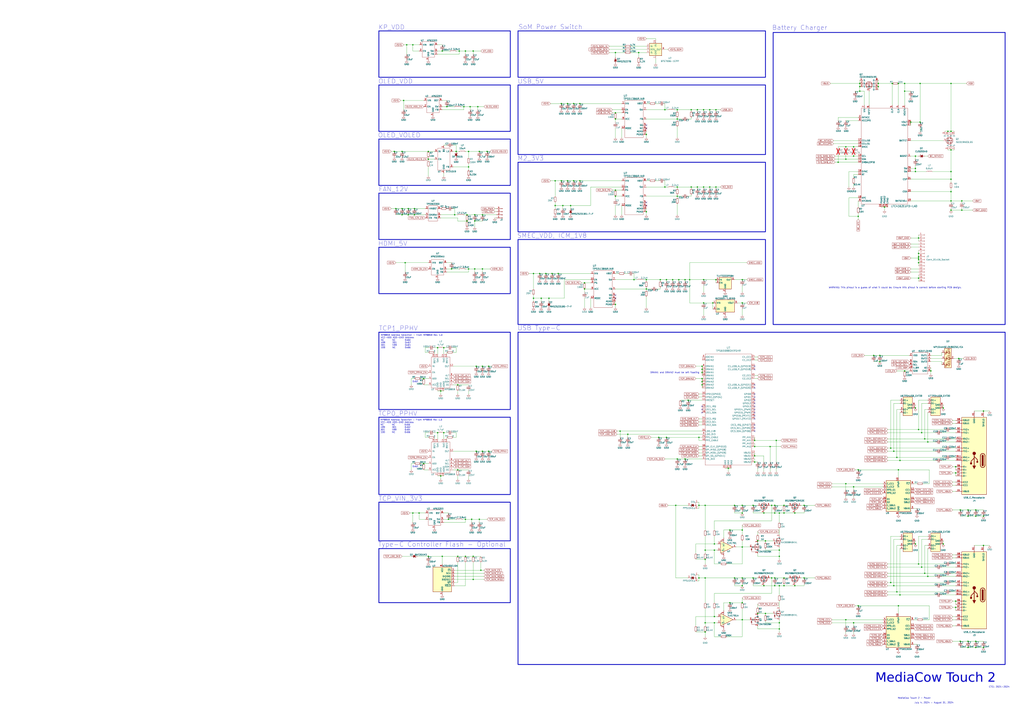
<source format=kicad_sch>
(kicad_sch (version 20231120) (generator "eeschema") (generator_version "8.0")
  (paper "A1")
  (junction (at 375.92 316.23))
  (junction (at 373.38 176.53))
  (junction (at 784.86 494.03))
  (junction (at 652.78 481.33))
  (junction (at 556.26 377.19))
  (junction (at 807.72 337.82))
  (junction (at 389.89 220.98))
  (junction (at 530.86 229.87))
  (junction (at 640.08 457.2))
  (junction (at 694.69 509.27))
  (junction (at 599.44 435.61))
  (junction (at 542.29 229.87))
  (junction (at 588.01 153.67))
  (junction (at 643.89 474.98))
  (junction (at 781.05 68.58))
  (junction (at 576.58 300.99))
  (junction (at 694.69 130.81))
  (junction (at 347.98 381))
  (junction (at 754.38 353.06))
  (junction (at 505.46 43.18))
  (junction (at 450.85 245.11))
  (junction (at 759.46 360.68))
  (junction (at 572.77 90.17))
  (junction (at 801.37 527.05))
  (junction (at 572.77 153.67))
  (junction (at 339.09 421.64))
  (junction (at 755.65 68.58))
  (junction (at 754.38 213.36))
  (junction (at 574.04 415.29))
  (junction (at 574.04 359.41))
  (junction (at 619.76 361.95))
  (junction (at 340.36 171.45))
  (junction (at 505.46 92.71))
  (junction (at 579.12 519.43))
  (junction (at 388.62 41.91))
  (junction (at 734.06 481.33))
  (junction (at 756.92 466.09))
  (junction (at 505.46 161.29))
  (junction (at 530.86 110.49))
  (junction (at 370.84 220.98))
  (junction (at 471.17 148.59))
  (junction (at 704.85 386.08))
  (junction (at 632.46 367.03))
  (junction (at 789.94 172.72))
  (junction (at 574.04 474.98))
  (junction (at 392.43 87.63))
  (junction (at 586.74 511.81))
  (junction (at 579.12 459.74))
  (junction (at 795.02 419.1))
  (junction (at 722.63 292.1))
  (junction (at 704.85 497.84))
  (junction (at 609.6 415.29))
  (junction (at 384.81 124.46))
  (junction (at 443.23 224.79))
  (junction (at 556.26 90.17))
  (junction (at 577.85 229.87))
  (junction (at 609.6 435.61))
  (junction (at 788.67 527.05))
  (junction (at 438.15 245.11))
  (junction (at 643.89 415.29))
  (junction (at 609.6 421.64))
  (junction (at 801.37 424.18))
  (junction (at 732.79 68.58))
  (junction (at 359.41 355.6))
  (junction (at 781.05 147.32))
  (junction (at 807.72 448.31))
  (junction (at 784.86 499.11))
  (junction (at 609.6 248.92))
  (junction (at 721.36 71.12))
  (junction (at 739.14 378.46))
  (junction (at 334.01 36.83))
  (junction (at 576.58 311.15))
  (junction (at 619.76 379.73))
  (junction (at 717.55 292.1))
  (junction (at 726.44 170.18))
  (junction (at 609.6 481.33))
  (junction (at 694.69 397.51))
  (junction (at 505.46 250.19))
  (junction (at 759.46 471.17))
  (junction (at 351.79 124.46))
  (junction (at 795.02 532.13))
  (junction (at 471.17 85.09))
  (junction (at 453.39 224.79))
  (junction (at 801.37 419.1))
  (junction (at 382.27 457.2))
  (junction (at 618.49 415.29))
  (junction (at 579.12 474.98))
  (junction (at 627.38 421.64))
  (junction (at 774.7 335.28))
  (junction (at 754.38 228.6))
  (junction (at 588.01 90.17))
  (junction (at 363.22 41.91))
  (junction (at 781.05 140.97))
  (junction (at 701.04 120.65))
  (junction (at 330.2 171.45))
  (junction (at 386.08 87.63))
  (junction (at 628.65 504.19))
  (junction (at 448.31 224.79))
  (junction (at 754.38 208.28))
  (junction (at 382.27 41.91))
  (junction (at 557.53 229.87))
  (junction (at 701.04 128.27))
  (junction (at 807.72 424.18))
  (junction (at 567.69 90.17))
  (junction (at 547.37 359.41))
  (junction (at 734.06 370.84))
  (junction (at 637.54 361.95))
  (junction (at 781.05 157.48))
  (junction (at 636.27 421.64))
  (junction (at 640.08 516.89))
  (junction (at 588.01 229.87))
  (junction (at 751.84 128.27))
  (junction (at 633.73 474.98))
  (junction (at 556.26 161.29))
  (junction (at 377.19 41.91))
  (junction (at 552.45 229.87))
  (junction (at 577.85 90.17))
  (junction (at 384.81 137.16))
  (junction (at 389.89 176.53))
  (junction (at 781.05 123.19))
  (junction (at 476.25 85.09))
  (junction (at 364.49 355.6))
  (junction (at 505.46 156.21))
  (junction (at 807.72 532.13))
  (junction (at 576.58 306.07))
  (junction (at 582.93 153.67))
  (junction (at 335.28 171.45))
  (junction (at 739.14 488.95))
  (junction (at 340.36 176.53))
  (junction (at 562.61 377.19))
  (junction (at 755.65 100.33))
  (junction (at 579.12 415.29))
  (junction (at 546.1 90.17))
  (junction (at 787.4 294.64))
  (junction (at 577.85 248.92))
  (junction (at 351.79 130.81))
  (junction (at 586.74 447.04))
  (junction (at 455.93 148.59))
  (junction (at 387.35 426.72))
  (junction (at 706.12 74.93))
  (junction (at 546.1 153.67))
  (junction (at 335.28 176.53))
  (junction (at 576.58 303.53))
  (junction (at 737.87 497.84))
  (junction (at 721.36 68.58))
  (junction (at 515.62 356.87))
  (junction (at 643.89 421.64))
  (junction (at 754.38 463.55))
  (junction (at 468.63 168.91))
  (junction (at 476.25 148.59))
  (junction (at 323.85 124.46))
  (junction (at 388.62 476.25))
  (junction (at 556.26 153.67))
  (junction (at 368.3 426.72))
  (junction (at 383.54 176.53))
  (junction (at 660.4 415.29))
  (junction (at 764.54 304.8))
  (junction (at 401.32 370.84))
  (junction (at 788.67 419.1))
  (junction (at 524.51 43.18))
  (junction (at 541.02 359.41))
  (junction (at 351.79 457.2))
  (junction (at 701.04 511.81))
  (junction (at 652.78 421.64))
  (junction (at 394.97 468.63))
  (junction (at 636.27 415.29))
  (junction (at 731.52 368.3))
  (junction (at 660.4 474.98))
  (junction (at 505.46 97.79))
  (junction (at 774.7 447.04))
  (junction (at 339.09 36.83))
  (junction (at 599.44 495.3))
  (junction (at 382.27 426.72))
  (junction (at 565.15 328.93))
  (junction (at 756.92 355.6))
  (junction (at 784.86 383.54))
  (junction (at 396.24 220.98))
  (junction (at 344.17 421.64))
  (junction (at 640.08 421.64))
  (junction (at 466.09 85.09))
  (junction (at 704.85 177.8))
  (junction (at 736.6 486.41))
  (junction (at 801.37 532.13))
  (junction (at 781.05 107.95))
  (junction (at 754.38 212.09))
  (junction (at 579.12 511.81))
  (junction (at 547.37 229.87))
  (junction (at 361.95 321.31))
  (junction (at 618.49 474.98))
  (junction (at 388.62 457.2))
  (junction (at 480.06 237.49))
  (junction (at 579.12 452.12))
  (junction (at 396.24 370.84))
  (junction (at 393.7 426.72))
  (junction (at 751.84 138.43))
  (junction (at 458.47 224.79))
  (junction (at 731.52 478.79))
  (junction (at 795.02 527.05))
  (junction (at 567.69 153.67))
  (junction (at 742.95 74.93))
  (junction (at 562.61 229.87))
  (junction (at 736.6 375.92))
  (junction (at 754.38 210.82))
  (junction (at 781.05 165.1))
  (junction (at 585.47 248.92))
  (junction (at 640.08 481.33))
  (junction (at 603.25 415.29))
  (junction (at 530.86 173.99))
  (junction (at 330.2 176.53))
  (junction (at 737.87 68.58))
  (junction (at 751.84 447.04))
  (junction (at 455.93 168.91))
  (junction (at 462.28 168.91))
  (junction (at 400.05 124.46))
  (junction (at 778.51 107.95))
  (junction (at 742.95 68.58))
  (junction (at 461.01 148.59))
  (junction (at 359.41 285.75))
  (junction (at 396.24 300.99))
  (junction (at 633.73 415.29))
  (junction (at 466.09 148.59))
  (junction (at 530.86 237.49))
  (junction (at 701.04 400.05))
  (junction (at 640.08 511.81))
  (junction (at 781.05 172.72))
  (junction (at 554.99 415.29))
  (junction (at 438.15 224.79))
  (junction (at 586.74 506.73))
  (junction (at 383.54 181.61))
  (junction (at 706.12 68.58))
  (junction (at 396.24 176.53))
  (junction (at 636.27 474.98))
  (junction (at 375.92 457.2))
  (junction (at 742.95 304.8))
  (junction (at 576.58 313.69))
  (junction (at 347.98 311.15))
  (junction (at 636.27 481.33))
  (junction (at 363.22 457.2))
  (junction (at 754.38 195.58))
  (junction (at 586.74 452.12))
  (junction (at 325.12 171.45))
  (junction (at 737.87 386.08))
  (junction (at 622.3 444.5))
  (junction (at 722.63 297.18))
  (junction (at 609.6 495.3))
  (junction (at 331.47 82.55))
  (junction (at 754.38 215.9))
  (junction (at 598.17 384.81))
  (junction (at 748.03 100.33))
  (junction (at 784.86 388.62))
  (junction (at 401.32 300.99))
  (junction (at 566.42 229.87))
  (junction (at 627.38 481.33))
  (junction (at 332.74 215.9))
  (junction (at 603.25 474.98))
  (junction (at 556.26 97.79))
  (junction (at 391.16 300.99))
  (junction (at 622.3 504.19))
  (junction (at 509.27 354.33))
  (junction (at 330.2 124.46))
  (junction (at 795.02 424.18))
  (junction (at 619.76 374.65))
  (junction (at 381 87.63))
  (junction (at 367.03 87.63))
  (junction (at 706.12 71.12))
  (junction (at 628.65 444.5))
  (junction (at 762 473.71))
  (junction (at 751.84 140.97))
  (junction (at 619.76 367.03))
  (junction (at 444.5 245.11))
  (junction (at 576.58 316.23))
  (junction (at 609.6 229.87))
  (junction (at 688.34 133.35))
  (junction (at 582.93 90.17))
  (junction (at 391.16 370.84))
  (junction (at 361.95 391.16))
  (junction (at 384.81 220.98))
  (junction (at 364.49 285.75))
  (junction (at 461.01 85.09))
  (junction (at 609.6 449.58))
  (junction (at 374.65 124.46))
  (junction (at 480.06 232.41))
  (junction (at 643.89 481.33))
  (junction (at 694.69 120.65))
  (junction (at 520.7 229.87))
  (junction (at 762 363.22))
  (junction (at 375.92 386.08))
  (junction (at 789.94 165.1))
  (junction (at 393.7 124.46))
  (junction (at 751.84 335.28))
  (junction (at 640.08 452.12))
  (junction (at 389.89 181.61))
  (junction (at 577.85 153.67))
  (junction (at 609.6 474.98))
  (junction (at 609.6 509.27))
  (no_connect (at 619.76 341.63))
  (no_connect (at 619.76 318.77))
  (no_connect (at 619.76 328.93))
  (no_connect (at 619.76 336.55))
  (no_connect (at 505.46 242.57))
  (no_connect (at 619.76 303.53))
  (no_connect (at 576.58 334.01))
  (no_connect (at 619.76 316.23))
  (no_connect (at 619.76 339.09))
  (no_connect (at 576.58 336.55))
  (no_connect (at 530.86 102.87))
  (no_connect (at 530.86 168.91))
  (no_connect (at 619.76 351.79))
  (no_connect (at 619.76 344.17))
  (no_connect (at 576.58 339.09))
  (no_connect (at 530.86 166.37))
  (no_connect (at 619.76 300.99))
  (no_connect (at 619.76 334.01))
  (no_connect (at 619.76 354.33))
  (no_connect (at 619.76 331.47))
  (no_connect (at 619.76 349.25))
  (no_connect (at 530.86 105.41))
  (no_connect (at 505.46 245.11))
  (no_connect (at 619.76 326.39))
  (no_connect (at 619.76 323.85))
  (wire (pts (xy 530.86 110.49) (xy 530.86 113.03)))
  (wire (pts (xy 582.93 90.17) (xy 577.85 90.17)))
  (wire (pts (xy 345.44 381) (xy 347.98 381)))
  (wire (pts (xy 562.61 229.87) (xy 557.53 229.87)))
  (wire (pts (xy 547.37 359.41) (xy 574.04 359.41)))
  (wire (pts (xy 717.55 297.18) (xy 722.63 297.18)))
  (wire (pts (xy 591.82 523.24) (xy 586.74 523.24)))
  (wire (pts (xy 633.73 415.29) (xy 636.27 415.29)))
  (wire (pts (xy 450.85 245.11) (xy 450.85 247.65)))
  (wire (pts (xy 706.12 74.93) (xy 706.12 71.12)))
  (wire (pts (xy 788.67 532.13) (xy 795.02 532.13)))
  (wire (pts (xy 453.39 224.79) (xy 458.47 224.79)))
  (wire (pts (xy 396.24 220.98) (xy 389.89 220.98)))
  (wire (pts (xy 325.12 171.45) (xy 330.2 171.45)))
  (wire (pts (xy 339.09 429.26) (xy 339.09 421.64)))
  (wire (pts (xy 576.58 300.99) (xy 571.5 300.99)))
  (wire (pts (xy 756.92 466.09) (xy 768.35 466.09)))
  (wire (pts (xy 801.37 419.1) (xy 807.72 419.1)))
  (wire (pts (xy 640.08 481.33) (xy 643.89 481.33)))
  (wire (pts (xy 505.46 237.49) (xy 530.86 237.49)))
  (wire (pts (xy 510.54 105.41) (xy 510.54 113.03)))
  (wire (pts (xy 574.04 326.39) (xy 576.58 326.39)))
  (wire (pts (xy 377.19 41.91) (xy 382.27 41.91)))
  (wire (pts (xy 622.3 293.37) (xy 619.76 293.37)))
  (wire (pts (xy 609.6 415.29) (xy 618.49 415.29)))
  (wire (pts (xy 762 339.09) (xy 762 363.22)))
  (wire (pts (xy 640.08 421.64) (xy 643.89 421.64)))
  (wire (pts (xy 789.94 172.72) (xy 789.94 171.45)))
  (wire (pts (xy 728.98 378.46) (xy 739.14 378.46)))
  (wire (pts (xy 403.86 370.84) (xy 401.32 370.84)))
  (wire (pts (xy 622.3 457.2) (xy 622.3 454.66)))
  (wire (pts (xy 480.06 245.11) (xy 480.06 252.73)))
  (wire (pts (xy 461.01 148.59) (xy 466.09 148.59)))
  (wire (pts (xy 781.05 107.95) (xy 783.59 107.95)))
  (wire (pts (xy 619.76 372.11) (xy 619.76 374.65)))
  (wire (pts (xy 401.32 370.84) (xy 396.24 370.84)))
  (wire (pts (xy 509.27 354.33) (xy 576.58 354.33)))
  (wire (pts (xy 579.12 454.66) (xy 579.12 452.12)))
  (wire (pts (xy 723.9 170.18) (xy 726.44 170.18)))
  (wire (pts (xy 542.29 237.49) (xy 542.29 236.22)))
  (wire (pts (xy 801.37 424.18) (xy 807.72 424.18)))
  (wire (pts (xy 364.49 355.6) (xy 364.49 360.68)))
  (wire (pts (xy 530.86 237.49) (xy 534.67 237.49)))
  (wire (pts (xy 609.6 431.8) (xy 609.6 435.61)))
  (wire (pts (xy 595.63 384.81) (xy 598.17 384.81)))
  (wire (pts (xy 627.38 481.33) (xy 636.27 481.33)))
  (wire (pts (xy 505.46 229.87) (xy 520.7 229.87)))
  (wire (pts (xy 694.69 509.27) (xy 694.69 514.35)))
  (wire (pts (xy 335.28 171.45) (xy 340.36 171.45)))
  (wire (pts (xy 574.04 359.41) (xy 574.04 361.95)))
  (wire (pts (xy 577.85 229.87) (xy 588.01 229.87)))
  (wire (pts (xy 694.69 509.27) (xy 725.17 509.27)))
  (wire (pts (xy 683.26 397.51) (xy 694.69 397.51)))
  (wire (pts (xy 462.28 168.91) (xy 462.28 171.45)))
  (wire (pts (xy 347.98 381) (xy 351.79 381)))
  (wire (pts (xy 754.38 228.6) (xy 754.38 231.14)))
  (wire (pts (xy 576.58 308.61) (xy 576.58 306.07)))
  (wire (pts (xy 533.4 148.59) (xy 530.86 148.59)))
  (wire (pts (xy 455.93 148.59) (xy 452.12 148.59)))
  (wire (pts (xy 574.04 474.98) (xy 579.12 474.98)))
  (wire (pts (xy 618.49 481.33) (xy 627.38 481.33)))
  (wire (pts (xy 731.52 368.3) (xy 775.97 368.3)))
  (wire (pts (xy 628.65 452.12) (xy 640.08 452.12)))
  (wire (pts (xy 728.98 355.6) (xy 756.92 355.6)))
  (wire (pts (xy 784.86 499.11) (xy 784.86 501.65)))
  (wire (pts (xy 637.54 361.95) (xy 637.54 379.73)))
  (wire (pts (xy 632.46 367.03) (xy 619.76 367.03)))
  (wire (pts (xy 574.04 374.65) (xy 576.58 374.65)))
  (wire (pts (xy 643.89 421.64) (xy 652.78 421.64)))
  (wire (pts (xy 328.93 82.55) (xy 331.47 82.55)))
  (wire (pts (xy 739.14 328.93) (xy 731.52 328.93)))
  (wire (pts (xy 594.36 501.65) (xy 594.36 495.3)))
  (wire (pts (xy 603.25 474.98) (xy 579.12 474.98)))
  (wire (pts (xy 582.93 153.67) (xy 577.85 153.67)))
  (wire (pts (xy 406.4 171.45) (xy 407.67 171.45)))
  (wire (pts (xy 538.48 52.07) (xy 538.48 48.26)))
  (wire (pts (xy 754.38 213.36) (xy 754.38 215.9)))
  (wire (pts (xy 633.73 474.98) (xy 633.73 487.68)))
  (wire (pts (xy 636.27 415.29) (xy 643.89 415.29)))
  (wire (pts (xy 685.8 128.27) (xy 701.04 128.27)))
  (wire (pts (xy 721.36 68.58) (xy 732.79 68.58)))
  (wire (pts (xy 392.43 87.63) (xy 386.08 87.63)))
  (wire (pts (xy 577.85 248.92) (xy 585.47 248.92)))
  (wire (pts (xy 574.04 359.41) (xy 576.58 359.41)))
  (wire (pts (xy 574.04 474.98) (xy 574.04 477.52)))
  (wire (pts (xy 640.08 457.2) (xy 640.08 459.74)))
  (wire (pts (xy 396.24 370.84) (xy 391.16 370.84)))
  (wire (pts (xy 688.34 120.65) (xy 694.69 120.65)))
  (wire (pts (xy 759.46 360.68) (xy 775.97 360.68)))
  (wire (pts (xy 588.01 153.67) (xy 591.82 153.67)))
  (wire (pts (xy 372.11 289.56) (xy 374.65 289.56)))
  (wire (pts (xy 713.74 74.93) (xy 713.74 86.36)))
  (wire (pts (xy 640.08 494.03) (xy 640.08 499.11)))
  (wire (pts (xy 567.69 91.44) (xy 567.69 90.17)))
  (wire (pts (xy 455.93 148.59) (xy 461.01 148.59)))
  (wire (pts (xy 586.74 427.99) (xy 633.73 427.99)))
  (wire (pts (xy 552.45 229.87) (xy 547.37 229.87)))
  (wire (pts (xy 697.23 140.97) (xy 704.85 140.97)))
  (wire (pts (xy 742.95 68.58) (xy 742.95 74.93)))
  (wire (pts (xy 782.32 509.27) (xy 784.86 509.27)))
  (wire (pts (xy 344.17 421.64) (xy 349.25 421.64)))
  (wire (pts (xy 782.32 458.47) (xy 784.86 458.47)))
  (wire (pts (xy 567.69 90.17) (xy 556.26 90.17)))
  (wire (pts (xy 565.15 97.79) (xy 567.69 97.79)))
  (wire (pts (xy 627.38 387.35) (xy 627.38 384.81)))
  (wire (pts (xy 773.43 292.1) (xy 764.54 292.1)))
  (wire (pts (xy 518.16 38.1) (xy 530.86 38.1)))
  (wire (pts (xy 599.44 495.3) (xy 609.6 495.3)))
  (wire (pts (xy 359.41 41.91) (xy 363.22 41.91)))
  (wire (pts (xy 438.15 224.79) (xy 438.15 237.49)))
  (wire (pts (xy 756.92 331.47) (xy 756.92 355.6)))
  (wire (pts (xy 759.46 471.17) (xy 759.46 448.31)))
  (wire (pts (xy 384.81 137.16) (xy 384.81 139.7)))
  (wire (pts (xy 603.25 421.64) (xy 609.6 421.64)))
  (wire (pts (xy 762 328.93) (xy 754.38 328.93)))
  (wire (pts (xy 688.34 133.35) (xy 704.85 133.35)))
  (wire (pts (xy 628.65 504.19) (xy 635 504.19)))
  (wire (pts (xy 502.92 156.21) (xy 505.46 156.21)))
  (wire (pts (xy 528.32 229.87) (xy 530.86 229.87)))
  (wire (pts (xy 374.65 289.56) (xy 374.65 285.75)))
  (wire (pts (xy 586.74 506.73) (xy 589.28 506.73)))
  (wire (pts (xy 364.49 285.75) (xy 364.49 290.83)))
  (wire (pts (xy 627.38 379.73) (xy 627.38 374.65)))
  (wire (pts (xy 582.93 154.94) (xy 582.93 153.67)))
  (wire (pts (xy 702.31 386.08) (xy 704.85 386.08)))
  (wire (pts (xy 389.89 186.69) (xy 389.89 181.61)))
  (wire (pts (xy 351.79 130.81) (xy 356.87 130.81)))
  (wire (pts (xy 694.69 120.65) (xy 701.04 120.65)))
  (wire (pts (xy 466.09 85.09) (xy 471.17 85.09)))
  (wire (pts (xy 363.22 87.63) (xy 367.03 87.63)))
  (wire (pts (xy 383.54 181.61) (xy 375.92 181.61)))
  (wire (pts (xy 598.17 384.81) (xy 600.71 384.81)))
  (wire (pts (xy 781.05 107.95) (xy 778.51 107.95)))
  (wire (pts (xy 781.05 463.55) (xy 784.86 463.55)))
  (wire (pts (xy 515.62 359.41) (xy 515.62 356.87)))
  (wire (pts (xy 538.48 31.75) (xy 538.48 33.02)))
  (wire (pts (xy 801.37 527.05) (xy 807.72 527.05)))
  (wire (pts (xy 508 224.79) (xy 505.46 224.79)))
  (wire (pts (xy 382.27 457.2) (xy 388.62 457.2)))
  (wire (pts (xy 609.6 248.92) (xy 613.41 248.92)))
  (wire (pts (xy 373.38 171.45) (xy 373.38 176.53)))
  (wire (pts (xy 397.51 468.63) (xy 394.97 468.63)))
  (wire (pts (xy 541.02 85.09) (xy 538.48 85.09)))
  (wire (pts (xy 734.06 443.23) (xy 734.06 481.33)))
  (wire (pts (xy 688.34 127) (xy 688.34 133.35)))
  (wire (pts (xy 477.52 232.41) (xy 480.06 232.41)))
  (wire (pts (xy 753.11 417.83) (xy 750.57 417.83)))
  (wire (pts (xy 438.15 245.11) (xy 444.5 245.11)))
  (wire (pts (xy 556.26 161.29) (xy 560.07 161.29)))
  (wire (pts (xy 618.49 480.06) (xy 618.49 481.33)))
  (wire (pts (xy 331.47 36.83) (xy 334.01 36.83)))
  (wire (pts (xy 585.47 248.92) (xy 585.47 254)))
  (wire (pts (xy 468.63 168.91) (xy 468.63 171.45)))
  (wire (pts (xy 463.55 245.11) (xy 463.55 229.87)))
  (wire (pts (xy 377.19 44.45) (xy 359.41 44.45)))
  (wire (pts (xy 742.95 74.93) (xy 742.95 86.36)))
  (wire (pts (xy 748.03 200.66) (xy 754.38 200.66)))
  (wire (pts (xy 594.36 435.61) (xy 599.44 435.61)))
  (wire (pts (xy 773.43 378.46) (xy 784.86 378.46)))
  (wire (pts (xy 782.32 506.73) (xy 784.86 506.73)))
  (wire (pts (xy 530.86 90.17) (xy 546.1 90.17)))
  (wire (pts (xy 596.9 523.24) (xy 609.6 523.24)))
  (wire (pts (xy 636.27 474.98) (xy 643.89 474.98)))
  (wire (pts (xy 754.38 210.82) (xy 754.38 212.09)))
  (wire (pts (xy 748.03 102.87) (xy 748.03 100.33)))
  (wire (pts (xy 505.46 247.65) (xy 505.46 250.19)))
  (wire (pts (xy 361.95 321.31) (xy 364.49 321.31)))
  (wire (pts (xy 375.92 181.61) (xy 375.92 179.07)))
  (wire (pts (xy 759.46 360.68) (xy 759.46 336.55)))
  (wire (pts (xy 363.22 41.91) (xy 369.57 41.91)))
  (wire (pts (xy 731.52 478.79) (xy 775.97 478.79)))
  (wire (pts (xy 728.98 353.06) (xy 754.38 353.06)))
  (wire (pts (xy 367.03 215.9) (xy 370.84 215.9)))
  (wire (pts (xy 577.85 91.44) (xy 577.85 90.17)))
  (wire (pts (xy 643.89 481.33) (xy 643.89 480.06)))
  (wire (pts (xy 603.25 415.29) (xy 579.12 415.29)))
  (wire (pts (xy 574.04 349.25) (xy 576.58 349.25)))
  (wire (pts (xy 349.25 359.41) (xy 349.25 355.6)))
  (wire (pts (xy 774.7 332.74) (xy 774.7 335.28)))
  (wire (pts (xy 706.12 66.04) (xy 706.12 68.58)))
  (wire (pts (xy 754.38 205.74) (xy 754.38 208.28)))
  (wire (pts (xy 754.38 193.04) (xy 754.38 195.58)))
  (wire (pts (xy 748.03 195.58) (xy 754.38 195.58)))
  (wire (pts (xy 455.93 148.59) (xy 455.93 161.29)))
  (wire (pts (xy 734.06 331.47) (xy 734.06 370.84)))
  (wire (pts (xy 753.11 509.27) (xy 750.57 509.27)))
  (wire (pts (xy 500.38 43.18) (xy 505.46 43.18)))
  (wire (pts (xy 372.11 137.16) (xy 384.81 137.16)))
  (wire (pts (xy 502.92 92.71) (xy 505.46 92.71)))
  (wire (pts (xy 773.43 289.56) (xy 773.43 292.1)))
  (wire (pts (xy 640.08 511.81) (xy 640.08 516.89)))
  (wire (pts (xy 781.05 368.3) (xy 784.86 368.3)))
  (wire (pts (xy 505.46 161.29) (xy 510.54 161.29)))
  (wire (pts (xy 579.12 474.98) (xy 579.12 495.3)))
  (wire (pts (xy 505.46 92.71) (xy 510.54 92.71)))
  (wire (pts (xy 640.08 509.27) (xy 640.08 511.81)))
  (wire (pts (xy 505.46 43.18) (xy 513.08 43.18)))
  (wire (pts (xy 576.58 313.69) (xy 576.58 311.15)))
  (wire (pts (xy 637.54 387.35) (xy 637.54 384.81)))
  (wire (pts (xy 737.87 68.58) (xy 737.87 86.36)))
  (wire (pts (xy 530.86 231.14) (xy 530.86 229.87)))
  (wire (pts (xy 351.79 289.56) (xy 349.25 289.56)))
  (wire (pts (xy 781.05 172.72) (xy 789.94 172.72)))
  (wire (pts (xy 688.34 120.65) (xy 688.34 121.92)))
  (wire (pts (xy 574.04 346.71) (xy 576.58 346.71)))
  (wire (pts (xy 702.31 497.84) (xy 704.85 497.84)))
  (wire (pts (xy 382.27 426.72) (xy 387.35 426.72)))
  (wire (pts (xy 505.46 46.99) (xy 505.46 43.18)))
  (wire (pts (xy 697.23 162.56) (xy 704.85 162.56)))
  (wire (pts (xy 506.73 356.87) (xy 515.62 356.87)))
  (wire (pts (xy 372.11 316.23) (xy 375.92 316.23)))
  (wire (pts (xy 571.5 459.74) (xy 579.12 459.74)))
  (wire (pts (xy 337.82 381) (xy 340.36 381)))
  (wire (pts (xy 622.3 496.57) (xy 622.3 499.11)))
  (wire (pts (xy 342.9 457.2) (xy 351.79 457.2)))
  (wire (pts (xy 505.46 105.41) (xy 505.46 113.03)))
  (wire (pts (xy 364.49 142.24) (xy 364.49 144.78)))
  (wire (pts (xy 773.43 355.6) (xy 784.86 355.6)))
  (wire (pts (xy 388.62 41.91) (xy 394.97 41.91)))
  (wire (pts (xy 791.21 294.64) (xy 787.4 294.64)))
  (wire (pts (xy 657.86 415.29) (xy 660.4 415.29)))
  (wire (pts (xy 726.44 172.72) (xy 726.44 170.18)))
  (wire (pts (xy 782.32 345.44) (xy 784.86 345.44)))
  (wire (pts (xy 763.27 497.84) (xy 763.27 509.27)))
  (wire (pts (xy 701.04 143.51) (xy 704.85 143.51)))
  (wire (pts (xy 542.29 231.14) (xy 542.29 229.87)))
  (wire (pts (xy 709.93 292.1) (xy 717.55 292.1)))
  (wire (pts (xy 763.27 386.08) (xy 763.27 397.51)))
  (wire (pts (xy 556.26 91.44) (xy 556.26 90.17)))
  (wire (pts (xy 628.65 511.81) (xy 640.08 511.81)))
  (wire (pts (xy 652.78 481.33) (xy 660.4 481.33)))
  (wire (pts (xy 530.86 107.95) (xy 530.86 110.49)))
  (wire (pts (xy 640.08 481.33) (xy 640.08 488.95)))
  (wire (pts (xy 781.05 353.06) (xy 784.86 353.06)))
  (wire (pts (xy 728.98 368.3) (xy 731.52 368.3)))
  (wire (pts (xy 762 331.47) (xy 756.92 331.47)))
  (wire (pts (xy 609.6 444.5) (xy 609.6 449.58)))
  (wire (pts (xy 567.69 161.29) (xy 567.69 160.02)))
  (wire (pts (xy 784.86 383.54) (xy 784.86 386.08)))
  (wire (pts (xy 510.54 168.91) (xy 510.54 176.53)))
  (wire (pts (xy 773.43 297.18) (xy 764.54 297.18)))
  (wire (pts (xy 574.04 369.57) (xy 576.58 369.57)))
  (wire (pts (xy 463.55 229.87) (xy 485.14 229.87)))
  (wire (pts (xy 717.55 292.1) (xy 722.63 292.1)))
  (wire (pts (xy 388.62 457.2) (xy 394.97 457.2)))
  (wire (pts (xy 753.11 397.51) (xy 750.57 397.51)))
  (wire (pts (xy 742.95 74.93) (xy 748.03 74.93)))
  (wire (pts (xy 603.25 481.33) (xy 609.6 481.33)))
  (wire (pts (xy 382.27 462.28) (xy 382.27 481.33)))
  (wire (pts (xy 574.04 344.17) (xy 576.58 344.17)))
  (wire (pts (xy 364.49 421.64) (xy 368.3 421.64)))
  (wire (pts (xy 754.38 215.9) (xy 754.38 218.44)))
  (wire (pts (xy 576.58 318.77) (xy 576.58 316.23)))
  (wire (pts (xy 731.52 478.79) (xy 731.52 440.69)))
  (wire (pts (xy 759.46 336.55) (xy 762 336.55)))
  (wire (pts (xy 574.04 417.83) (xy 574.04 415.29)))
  (wire (pts (xy 701.04 128.27) (xy 704.85 128.27)))
  (wire (pts (xy 762 473.71) (xy 768.35 473.71)))
  (wire (pts (xy 781.05 166.37) (xy 781.05 165.1)))
  (wire (pts (xy 374.65 124.46) (xy 377.19 124.46)))
  (wire (pts (xy 534.67 359.41) (xy 541.02 359.41)))
  (wire (pts (xy 706.12 68.58) (xy 706.12 71.12)))
  (wire (pts (xy 636.27 421.64) (xy 640.08 421.64)))
  (wire (pts (xy 807.72 337.82) (xy 812.8 337.82)))
  (wire (pts (xy 748.03 100.33) (xy 755.65 100.33)))
  (wire (pts (xy 394.97 468.63) (xy 373.38 468.63)))
  (wire (pts (xy 609.6 259.08) (xy 609.6 254)))
  (wire (pts (xy 669.29 474.98) (xy 660.4 474.98)))
  (wire (pts (xy 619.76 379.73) (xy 622.3 379.73)))
  (wire (pts (xy 325.12 215.9) (xy 332.74 215.9)))
  (wire (pts (xy 643.89 474.98) (xy 647.7 474.98)))
  (wire (pts (xy 372.11 370.84) (xy 391.16 370.84)))
  (wire (pts (xy 701.04 511.81) (xy 725.17 511.81)))
  (wire (pts (xy 455.93 168.91) (xy 462.28 168.91)))
  (wire (pts (xy 340.36 171.45) (xy 349.25 171.45)))
  (wire (pts (xy 637.54 361.95) (xy 641.35 361.95)))
  (wire (pts (xy 704.85 96.52) (xy 688.34 96.52)))
  (wire (pts (xy 334.01 36.83) (xy 339.09 36.83)))
  (wire (pts (xy 384.81 223.52) (xy 367.03 223.52)))
  (wire (pts (xy 372.11 119.38) (xy 374.65 119.38)))
  (wire (pts (xy 577.85 240.03) (xy 577.85 234.95)))
  (wire (pts (xy 367.03 87.63) (xy 373.38 87.63)))
  (wire (pts (xy 330.2 171.45) (xy 335.28 171.45)))
  (wire (pts (xy 739.14 440.69) (xy 731.52 440.69)))
  (wire (pts (xy 609.6 463.55) (xy 609.6 449.58)))
  (wire (pts (xy 337.82 311.15) (xy 337.82 316.23)))
  (wire (pts (xy 628.65 444.5) (xy 635 444.5)))
  (wire (pts (xy 389.89 176.53) (xy 396.24 176.53)))
  (wire (pts (xy 384.81 220.98) (xy 389.89 220.98)))
  (wire (pts (xy 375.92 386.08) (xy 384.81 386.08)))
  (wire (pts (xy 586.74 452.12) (xy 589.28 452.12)))
  (wire (pts (xy 339.09 41.91) (xy 339.09 36.83)))
  (wire (pts (xy 636.27 481.33) (xy 636.27 480.06)))
  (wire (pts (xy 619.76 377.19) (xy 619.76 379.73)))
  (wire (pts (xy 556.26 161.29) (xy 556.26 162.56)))
  (wire (pts (xy 795.02 419.1) (xy 801.37 419.1)))
  (wire (pts (xy 375.92 179.07) (xy 361.95 179.07)))
  (wire (pts (xy 739.14 339.09) (xy 739.14 378.46)))
  (wire (pts (xy 701.04 127) (xy 701.04 128.27)))
  (wire (pts (xy 781.05 149.86) (xy 781.05 147.32)))
  (wire (pts (xy 609.6 248.92) (xy 605.79 248.92)))
  (wire (pts (xy 505.46 156.21) (xy 510.54 156.21)))
  (wire (pts (xy 361.95 176.53) (xy 373.38 176.53)))
  (wire (pts (xy 363.22 457.2) (xy 375.92 457.2)))
  (wire (pts (xy 401.32 300.99) (xy 396.24 300.99)))
  (wire (pts (xy 683.26 400.05) (xy 701.04 400.05)))
  (wire (pts (xy 728.98 473.71) (xy 762 473.71)))
  (wire (pts (xy 548.64 90.17) (xy 546.1 90.17)))
  (wire (pts (xy 762 128.27) (xy 759.46 128.27)))
  (wire (pts (xy 397.51 476.25) (xy 388.62 476.25)))
  (wire (pts (xy 554.99 474.98) (xy 554.99 415.29)))
  (wire (pts (xy 388.62 476.25) (xy 373.38 476.25)))
  (wire (pts (xy 349.25 426.72) (xy 344.17 426.72)))
  (wire (pts (xy 781.05 154.94) (xy 781.05 157.48)))
  (wire (pts (xy 728.98 370.84) (xy 734.06 370.84)))
  (wire (pts (xy 633.73 474.98) (xy 636.27 474.98)))
  (wire (pts (xy 367.03 119.38) (xy 364.49 119.38)))
  (wire (pts (xy 539.75 237.49) (xy 542.29 237.49)))
  (wire (pts (xy 622.3 311.15) (xy 619.76 311.15)))
  (wire (pts (xy 748.03 140.97) (xy 751.84 140.97)))
  (wire (pts (xy 683.26 509.27) (xy 694.69 509.27)))
  (wire (pts (xy 530.86 153.67) (xy 546.1 153.67)))
  (wire (pts (xy 546.1 153.67) (xy 546.1 148.59)))
  (wire (pts (xy 722.63 292.1) (xy 746.76 292.1)))
  (wire (pts (xy 500.38 38.1) (xy 513.08 38.1)))
  (wire (pts (xy 643.89 481.33) (xy 652.78 481.33)))
  (wire (pts (xy 455.93 166.37) (xy 455.93 168.91)))
  (wire (pts (xy 579.12 514.35) (xy 579.12 511.81)))
  (wire (pts (xy 336.55 421.64) (xy 339.09 421.64)))
  (wire (pts (xy 572.77 417.83) (xy 574.04 417.83)))
  (wire (pts (xy 396.24 300.99) (xy 391.16 300.99)))
  (wire (pts (xy 530.86 161.29) (xy 556.26 161.29)))
  (wire (pts (xy 694.69 120.65) (xy 694.69 121.92)))
  (wire (pts (xy 379.73 426.72) (xy 382.27 426.72)))
  (wire (pts (xy 523.24 229.87) (xy 520.7 229.87)))
  (wire (pts (xy 485.14 153.67) (xy 510.54 153.67)))
  (wire (pts (xy 359.41 285.75) (xy 359.41 290.83)))
  (wire (pts (xy 574.04 412.75) (xy 572.77 412.75)))
  (wire (pts (xy 392.43 87.63) (xy 392.43 90.17)))
  (wire (pts (xy 622.3 516.89) (xy 640.08 516.89)))
  (wire (pts (xy 388.62 41.91) (xy 388.62 44.45)))
  (wire (pts (xy 596.9 463.55) (xy 609.6 463.55)))
  (wire (pts (xy 781.05 140.97) (xy 781.05 147.32)))
  (wire (pts (xy 683.26 511.81) (xy 701.04 511.81)))
  (wire (pts (xy 609.6 439.42) (xy 609.6 435.61)))
  (wire (pts (xy 565.15 161.29) (xy 567.69 161.29)))
  (wire (pts (xy 471.17 148.59) (xy 476.25 148.59)))
  (wire (pts (xy 701.04 151.13) (xy 701.04 153.67)))
  (wire (pts (xy 728.98 360.68) (xy 759.46 360.68)))
  (wire (pts (xy 565.15 328.93) (xy 558.8 328.93)))
  (wire (pts (xy 574.04 323.85) (xy 576.58 323.85)))
  (wire (pts (xy 751.84 135.89) (xy 751.84 138.43)))
  (wire (pts (xy 782.32 455.93) (xy 784.86 455.93)))
  (wire (pts (xy 627.38 421.64) (xy 636.27 421.64)))
  (wire (pts (xy 356.87 285.75) (xy 359.41 285.75)))
  (wire (pts (xy 574.04 367.03) (xy 576.58 367.03)))
  (wire (pts (xy 381 176.53) (xy 383.54 176.53)))
  (wire (pts (xy 781.05 478.79) (xy 784.86 478.79)))
  (wire (pts (xy 556.26 160.02) (xy 556.26 161.29)))
  (wire (pts (xy 632.46 379.73) (xy 632.46 367.03)))
  (wire (pts (xy 530.86 31.75) (xy 538.48 31.75)))
  (wire (pts (xy 556.26 176.53) (xy 556.26 167.64)))
  (wire (pts (xy 586.74 463.55) (xy 586.74 452.12)))
  (wire (pts (xy 530.86 171.45) (xy 530.86 173.99)))
  (wire (pts (xy 351.79 124.46) (xy 356.87 124.46)))
  (wire (pts (xy 506.73 354.33) (xy 509.27 354.33)))
  (wire (pts (xy 773.43 299.72) (xy 773.43 297.18)))
  (wire (pts (xy 728.98 481.33) (xy 734.06 481.33)))
  (wire (pts (xy 455.93 171.45) (xy 455.93 168.91)))
  (wire (pts (xy 619.76 361.95) (xy 637.54 361.95)))
  (wire (pts (xy 748.03 223.52) (xy 754.38 223.52)))
  (wire (pts (xy 619.76 364.49) (xy 619.76 367.03)))
  (wire (pts (xy 546.1 90.17) (xy 546.1 85.09)))
  (wire (pts (xy 359.41 36.83) (xy 363.22 36.83)))
  (wire (pts (xy 577.85 90.17) (xy 572.77 90.17)))
  (wire (pts (xy 375.92 316.23) (xy 384.81 316.23)))
  (wire (pts (xy 367.03 289.56) (xy 367.03 290.83)))
  (wire (pts (xy 763.27 497.84) (xy 737.87 497.84)))
  (wire (pts (xy 697.23 153.67) (xy 697.23 140.97)))
  (wire (pts (xy 444.5 245.11) (xy 450.85 245.11)))
  (wire (pts (xy 331.47 82.55) (xy 347.98 82.55)))
  (wire (pts (xy 562.61 377.19) (xy 556.26 377.19)))
  (wire (pts (xy 323.85 124.46) (xy 330.2 124.46)))
  (wire (pts (xy 759.46 448.31) (xy 762 448.31)))
  (wire (pts (xy 685.8 130.81) (xy 694.69 130.81)))
  (wire (pts (xy 438.15 242.57) (xy 438.15 245.11)))
  (wire (pts (xy 579.12 459.74) (xy 579.12 463.55)))
  (wire (pts (xy 389.89 223.52) (xy 389.89 220.98)))
  (wire (pts (xy 681.99 68.58) (xy 706.12 68.58)))
  (wire (pts (xy 458.47 224.79) (xy 485.14 224.79)))
  (wire (pts (xy 594.36 495.3) (xy 599.44 495.3)))
  (wire (pts (xy 372.11 300.99) (xy 391.16 300.99)))
  (wire (pts (xy 782.32 499.11) (xy 784.86 499.11)))
  (wire (pts (xy 609.6 491.49) (xy 609.6 495.3)))
  (wire (pts (xy 574.04 361.95) (xy 576.58 361.95)))
  (wire (pts (xy 548.64 415.29) (xy 554.99 415.29)))
  (wire (pts (xy 728.98 375.92) (xy 736.6 375.92)))
  (wire (pts (xy 622.3 295.91) (xy 619.76 295.91)))
  (wire (pts (xy 556.26 113.03) (xy 556.26 104.14)))
  (wire (pts (xy 694.69 407.67) (xy 694.69 408.94)))
  (wire (pts (xy 594.36 441.96) (xy 594.36 435.61)))
  (wire (pts (xy 609.6 449.58) (xy 615.95 449.58)))
  (wire (pts (xy 622.3 504.19) (xy 628.65 504.19)))
  (wire (pts (xy 359.41 391.16) (xy 361.95 391.16)))
  (wire (pts (xy 562.61 229.87) (xy 566.42 229.87)))
  (wire (pts (xy 789.94 166.37) (xy 789.94 165.1)))
  (wire (pts (xy 731.52 368.3) (xy 731.52 328.93)))
  (wire (pts (xy 571.5 506.73) (xy 571.5 514.35)))
  (wire (pts (xy 373.38 478.79) (xy 375.92 478.79)))
  (wire (pts (xy 762 450.85) (xy 762 473.71)))
  (wire (pts (xy 502.92 90.17) (xy 510.54 90.17)))
  (wire (pts (xy 781.05 68.58) (xy 781.05 107.95)))
  (wire (pts (xy 388.62 41.91) (xy 382.27 41.91)))
  (wire (pts (xy 381 87.63) (xy 381 90.17)))
  (wire (pts (xy 609.6 229.87) (xy 613.41 229.87)))
  (wire (pts (xy 762 363.22) (xy 768.35 363.22)))
  (wire (pts (xy 755.65 107.95) (xy 755.65 105.41)))
  (wire (pts (xy 739.14 331.47) (xy 734.06 331.47)))
  (wire (pts (xy 609.6 509.27) (xy 615.95 509.27)))
  (wire (pts (xy 694.69 397.51) (xy 694.69 402.59)))
  (wire (pts (xy 694.69 127) (xy 694.69 130.81)))
  (wire (pts (xy 541.02 359.41) (xy 547.37 359.41)))
  (wire (pts (xy 773.43 363.22) (xy 784.86 363.22)))
  (wire (pts (xy 643.89 415.29) (xy 647.7 415.29)))
  (wire (pts (xy 480.06 240.03) (xy 480.06 237.49)))
  (wire (pts (xy 781.05 157.48) (xy 748.03 157.48)))
  (wire (pts (xy 351.79 359.41) (xy 349.25 359.41)))
  (wire (pts (xy 406.4 173.99) (xy 407.67 173.99)))
  (wire (pts (xy 721.36 66.04) (xy 721.36 68.58)))
  (wire (pts (xy 582.93 91.44) (xy 582.93 90.17)))
  (wire (pts (xy 739.14 450.85) (xy 739.14 488.95)))
  (wire (pts (xy 377.19 41.91) (xy 377.19 44.45)))
  (wire (pts (xy 782.32 494.03) (xy 784.86 494.03)))
  (wire (pts (xy 476.25 148.59) (xy 510.54 148.59)))
  (wire (pts (xy 603.25 481.33) (xy 603.25 480.06)))
  (wire (pts (xy 337.82 381) (xy 337.82 386.08)))
  (wire (pts (xy 603.25 415.29) (xy 609.6 415.29)))
  (wire (pts (xy 694.69 397.51) (xy 725.17 397.51)))
  (wire (pts (xy 709.93 74.93) (xy 706.12 74.93)))
  (wire (pts (xy 588.01 91.44) (xy 588.01 90.17)))
  (wire (pts (xy 462.28 168.91) (xy 468.63 168.91)))
  (wire (pts (xy 754.38 440.69) (xy 754.38 463.55)))
  (wire (pts (xy 557.53 231.14) (xy 557.53 229.87)))
  (wire (pts (xy 332.74 215.9) (xy 351.79 215.9)))
  (wire (pts (xy 781.05 68.58) (xy 755.65 68.58)))
  (wire (pts (xy 556.26 97.79) (xy 560.07 97.79)))
  (wire (pts (xy 734.06 370.84) (xy 768.35 370.84)))
  (wire (pts (xy 613.41 215.9) (xy 566.42 215.9)))
  (wire (pts (xy 586.74 506.73) (xy 571.5 506.73)))
  (wire (pts (xy 468.63 168.91) (xy 485.14 168.91)))
  (wire (pts (xy 704.85 497.84) (xy 737.87 497.84)))
  (wire (pts (xy 586.74 495.3) (xy 586.74 487.68)))
  (wire (pts (xy 332.74 223.52) (xy 332.74 215.9)))
  (wire (pts (xy 622.3 387.35) (xy 622.3 384.81)))
  (wire (pts (xy 382.27 220.98) (xy 384.81 220.98)))
  (wire (pts (xy 704.85 180.34) (xy 704.85 177.8)))
  (wire (pts (xy 782.32 514.35) (xy 784.86 514.35)))
  (wire (pts (xy 375.92 457.2) (xy 382.27 457.2)))
  (wire (pts (xy 530.86 237.49) (xy 530.86 238.76)))
  (wire (pts (xy 524.51 43.18) (xy 530.86 43.18)))
  (wire (pts (xy 636.27 481.33) (xy 640.08 481.33)))
  (wire (pts (xy 728.98 486.41) (xy 736.6 486.41)))
  (wire (pts (xy 572.77 153.67) (xy 567.69 153.67)))
  (wire (pts (xy 372.11 359.41) (xy 374.65 359.41)))
  (wire (pts (xy 340.36 176.53) (xy 349.25 176.53)))
  (wire (pts (xy 736.6 304.8) (xy 742.95 304.8)))
  (wire (pts (xy 732.79 68.58) (xy 732.79 86.36)))
  (wire (pts (xy 579.12 500.38) (xy 579.12 511.81)))
  (wire (pts (xy 562.61 377.19) (xy 576.58 377.19)))
  (wire (pts (xy 396.24 176.53) (xy 407.67 176.53)))
  (wire (pts (xy 351.79 130.81) (xy 351.79 132.08)))
  (wire (pts (xy 640.08 421.64) (xy 640.08 429.26)))
  (wire (pts (xy 330.2 176.53) (xy 335.28 176.53)))
  (wire (pts (xy 480.06 237.49) (xy 485.14 237.49)))
  (wire (pts (xy 782.32 388.62) (xy 784.86 388.62)))
  (wire (pts (xy 781.05 165.1) (xy 781.05 157.48)))
  (wire (pts (xy 505.46 168.91) (xy 505.46 176.53)))
  (wire (pts (xy 739.14 443.23) (xy 734.06 443.23)))
  (wire (pts (xy 485.14 168.91) (xy 485.14 153.67)))
  (wire (pts (xy 728.98 363.22) (xy 762 363.22)))
  (wire (pts (xy 609.6 500.38) (xy 609.6 509.27)))
  (wire (pts (xy 728.98 471.17) (xy 759.46 471.17)))
  (wire (pts (xy 781.05 123.19) (xy 783.59 123.19)))
  (wire (pts (xy 579.12 519.43) (xy 579.12 523.24)))
  (wire (pts (xy 721.36 71.12) (xy 721.36 73.66)))
  (wire (pts (xy 632.46 387.35) (xy 632.46 384.81)))
  (wire (pts (xy 609.6 523.24) (xy 609.6 509.27)))
  (wire (pts (xy 788.67 419.1) (xy 795.02 419.1)))
  (wire (pts (xy 788.67 527.05) (xy 795.02 527.05)))
  (wire (pts (xy 609.6 509.27) (xy 604.52 509.27)))
  (wire (pts (xy 438.15 224.79) (xy 443.23 224.79)))
  (wire (pts (xy 566.42 229.87) (xy 566.42 248.92)))
  (wire (pts (xy 660.4 415.29) (xy 669.29 415.29)))
  (wire (pts (xy 758.19 397.51) (xy 763.27 397.51)))
  (wire (pts (xy 736.6 375.92) (xy 775.97 375.92)))
  (wire (pts (xy 640.08 516.89) (xy 640.08 519.43)))
  (wire (pts (xy 609.6 449.58) (xy 604.52 449.58)))
  (wire (pts (xy 728.98 466.09) (xy 756.92 466.09)))
  (wire (pts (xy 694.69 519.43) (xy 694.69 520.7)))
  (wire (pts (xy 375.92 393.7) (xy 375.92 391.16)))
  (wire (pts (xy 388.62 462.28) (xy 388.62 476.25)))
  (wire (pts (xy 694.69 130.81) (xy 704.85 130.81)))
  (wire (pts (xy 781.05 375.92) (xy 784.86 375.92)))
  (wire (pts (xy 518.16 40.64) (xy 530.86 40.64)))
  (wire (pts (xy 765.81 140.97) (xy 781.05 140.97)))
  (wire (pts (xy 773.43 370.84) (xy 784.86 370.84)))
  (wire (pts (xy 364.49 285.75) (xy 367.03 285.75)))
  (wire (pts (xy 688.34 96.52) (xy 688.34 99.06)))
  (wire (pts (xy 755.65 68.58) (xy 742.95 68.58)))
  (wire (pts (xy 618.49 421.64) (xy 627.38 421.64)))
  (wire (pts (xy 579.12 440.69) (xy 579.12 452.12)))
  (wire (pts (xy 751.84 332.74) (xy 751.84 335.28)))
  (wire (pts (xy 356.87 359.41) (xy 356.87 360.68)))
  (wire (pts (xy 356.87 289.56) (xy 356.87 290.83)))
  (wire (pts (xy 795.02 527.05) (xy 801.37 527.05)))
  (wire (pts (xy 344.17 426.72) (xy 344.17 421.64)))
  (wire (pts (xy 571.5 519.43) (xy 579.12 519.43)))
  (wire (pts (xy 586.74 511.81) (xy 589.28 511.81)))
  (wire (pts (xy 372.11 124.46) (xy 374.65 124.46)))
  (wire (pts (xy 622.3 516.89) (xy 622.3 514.35)))
  (wire (pts (xy 330.2 124.46) (xy 351.79 124.46)))
  (wire (pts (xy 684.53 118.11) (xy 704.85 118.11)))
  (wire (pts (xy 364.49 426.72) (xy 368.3 426.72)))
  (wire (pts (xy 787.4 294.64) (xy 783.59 294.64)))
  (wire (pts (xy 384.81 220.98) (xy 384.81 223.52)))
  (wire (pts (xy 588.01 229.87) (xy 588.01 232.41)))
  (wire (pts (xy 402.59 220.98) (xy 396.24 220.98)))
  (wire (pts (xy 586.74 447.04) (xy 571.5 447.04)))
  (wire (pts (xy 754.38 128.27) (xy 751.84 128.27)))
  (wire (pts (xy 339.09 36.83) (xy 344.17 36.83)))
  (wire (pts (xy 335.28 176.53) (xy 340.36 176.53)))
  (wire (pts (xy 701.04 520.7) (xy 701.04 519.43)))
  (wire (pts (xy 781.05 172.72) (xy 781.05 171.45)))
  (wire (pts (xy 754.38 328.93) (xy 754.38 353.06)))
  (wire (pts (xy 574.04 472.44) (xy 574.04 474.98)))
  (wire (pts (xy 736.6 336.55) (xy 736.6 375.92)))
  (wire (pts (xy 701.04 400.05) (xy 701.04 402.59)))
  (wire (pts (xy 367.03 220.98) (xy 370.84 220.98)))
  (wire (pts (xy 754.38 353.06) (xy 775.97 353.06)))
  (wire (pts (xy 375.92 478.79) (xy 375.92 462.28)))
  (wire (pts (xy 586.74 523.24) (xy 586.74 511.81)))
  (wire (pts (xy 701.04 120.65) (xy 701.04 121.92)))
  (wire (pts (xy 542.29 229.87) (xy 530.86 229.87)))
  (wire (pts (xy 577.85 153.67) (xy 572.77 153.67)))
  (wire (pts (xy 397.51 471.17) (xy 373.38 471.17)))
  (wire (pts (xy 349.25 285.75) (xy 351.79 285.75)))
  (wire (pts (xy 782.32 347.98) (xy 784.86 347.98)))
  (wire (pts (xy 652.78 421.64) (xy 660.4 421.64)))
  (wire (pts (xy 448.31 224.79) (xy 453.39 224.79)))
  (wire (pts (xy 577.85 254) (xy 577.85 259.08)))
  (wire (pts (xy 603.25 474.98) (xy 609.6 474.98)))
  (wire (pts (xy 781.05 486.41) (xy 784.86 486.41)))
  (wire (pts (xy 643.89 421.64) (xy 643.89 420.37)))
  (wire (pts (xy 349.25 355.6) (xy 351.79 355.6)))
  (wire (pts (xy 618.49 474.98) (xy 622.3 474.98)))
  (wire (pts (xy 574.04 372.11) (xy 576.58 372.11)))
  (wire (pts (xy 364.49 355.6) (xy 367.03 355.6)))
  (wire (pts (xy 530.86 173.99) (xy 530.86 176.53)))
  (wire (pts (xy 795.02 424.18) (xy 801.37 424.18)))
  (wire (pts (xy 737.87 504.19) (xy 737.87 497.84)))
  (wire (pts (xy 553.72 90.17) (xy 556.26 90.17)))
  (wire (pts (xy 782.32 527.05) (xy 788.67 527.05)))
  (wire (pts (xy 384.81 393.7) (xy 384.81 391.16)))
  (wire (pts (xy 704.85 170.18) (xy 704.85 165.1)))
  (wire (pts (xy 541.02 148.59) (xy 538.48 148.59)))
  (wire (pts (xy 403.86 300.99) (xy 401.32 300.99)))
  (wire (pts (xy 798.83 172.72) (xy 789.94 172.72)))
  (wire (pts (xy 579.12 452.12) (xy 586.74 452.12)))
  (wire (pts (xy 754.38 226.06) (xy 754.38 228.6)))
  (wire (pts (xy 701.04 120.65) (xy 704.85 120.65)))
  (wire (pts (xy 556.26 96.52) (xy 556.26 97.79)))
  (wire (pts (xy 557.53 229.87) (xy 552.45 229.87)))
  (wire (pts (xy 586.74 435.61) (xy 586.74 427.99)))
  (wire (pts (xy 480.06 232.41) (xy 485.14 232.41)))
  (wire (pts (xy 345.44 311.15) (xy 347.98 311.15)))
  (wire (pts (xy 753.11 529.59) (xy 750.57 529.59)))
  (wire (pts (xy 622.3 308.61) (xy 619.76 308.61)))
  (wire (pts (xy 801.37 532.13) (xy 807.72 532.13)))
  (wire (pts (xy 374.65 285.75) (xy 372.11 285.75)))
  (wire (pts (xy 709.93 74.93) (xy 709.93 86.36)))
  (wire (pts (xy 553.72 153.67) (xy 556.26 153.67)))
  (wire (pts (xy 721.36 68.58) (xy 721.36 71.12)))
  (wire (pts (xy 554.99 415.29) (xy 565.15 415.29)))
  (wire (pts (xy 471.17 85.09) (xy 476.25 85.09)))
  (wire (pts (xy 571.5 447.04) (xy 571.5 454.66)))
  (wire (pts (xy 370.84 220.98) (xy 377.19 220.98)))
  (wire (pts (xy 775.97 107.95) (xy 778.51 107.95)))
  (wire (pts (xy 728.98 463.55) (xy 754.38 463.55)))
  (wire (pts (xy 321.31 124.46) (xy 323.85 124.46)))
  (wire (pts (xy 397.51 473.71) (xy 373.38 473.71)))
  (wire (pts (xy 576.58 328.93) (xy 565.15 328.93)))
  (wire (pts (xy 351.79 137.16) (xy 351.79 144.78)))
  (wire (pts (xy 372.11 386.08) (xy 375.92 386.08)))
  (wire (pts (xy 751.84 138.43) (xy 748.03 138.43)))
  (wire (pts (xy 374.65 41.91) (xy 377.19 41.91)))
  (wire (pts (xy 619.76 359.41) (xy 619.76 361.95)))
  (wire (pts (xy 739.14 378.46) (xy 768.35 378.46)))
  (wire (pts (xy 349.25 289.56) (xy 349.25 285.75)))
  (wire (pts (xy 547.37 231.14) (xy 547.37 229.87)))
  (wire (pts (xy 598.17 387.35) (xy 598.17 384.81)))
  (wire (pts (xy 552.45 231.14) (xy 552.45 229.87)))
  (wire (pts (xy 384.81 124.46) (xy 393.7 124.46)))
  (wire (pts (xy 657.86 474.98) (xy 660.4 474.98)))
  (wire (pts (xy 450.85 245.11) (xy 463.55 245.11)))
  (wire (pts (xy 530.86 236.22) (xy 530.86 237.49)))
  (wire (pts (xy 632.46 415.29) (xy 633.73 415.29)))
  (wire (pts (xy 781.05 360.68) (xy 784.86 360.68)))
  (wire (pts (xy 344.17 41.91) (xy 339.09 41.91)))
  (wire (pts (xy 393.7 124.46) (xy 400.05 124.46)))
  (wire (pts (xy 530.86 97.79) (xy 556.26 97.79)))
  (wire (pts (xy 361.95 393.7) (xy 361.95 391.16)))
  (wire (pts (xy 406.4 179.07) (xy 407.67 179.07)))
  (wire (pts (xy 726.44 170.18) (xy 728.98 170.18)))
  (wire (pts (xy 782.32 419.1) (xy 788.67 419.1)))
  (wire (pts (xy 588.01 90.17) (xy 582.93 90.17)))
  (wire (pts (xy 384.81 134.62) (xy 384.81 137.16)))
  (wire (pts (xy 381 90.17) (xy 363.22 90.17)))
  (wire (pts (xy 373.38 176.53) (xy 375.92 176.53)))
  (wire (pts (xy 736.6 448.31) (xy 736.6 486.41)))
  (wire (pts (xy 694.69 99.06) (xy 704.85 99.06)))
  (wire (pts (xy 461.01 85.09) (xy 466.09 85.09)))
  (wire (pts (xy 759.46 471.17) (xy 775.97 471.17)))
  (wire (pts (xy 697.23 177.8) (xy 704.85 177.8)))
  (wire (pts (xy 382.27 429.26) (xy 364.49 429.26)))
  (wire (pts (xy 588.01 153.67) (xy 582.93 153.67)))
  (wire (pts (xy 387.35 429.26) (xy 387.35 426.72)))
  (wire (pts (xy 754.38 212.09) (xy 754.38 213.36)))
  (wire (pts (xy 739.14 488.95) (xy 768.35 488.95)))
  (wire (pts (xy 586.74 487.68) (xy 633.73 487.68)))
  (wire (pts (xy 356.87 355.6) (xy 359.41 355.6)))
  (wire (pts (xy 685.8 133.35) (xy 688.34 133.35)))
  (wire (pts (xy 574.04 415.29) (xy 579.12 415.29)))
  (wire (pts (xy 603.25 421.64) (xy 603.25 420.37)))
  (wire (pts (xy 382.27 426.72) (xy 382.27 429.26)))
  (wire (pts (xy 579.12 415.29) (xy 579.12 435.61)))
  (wire (pts (xy 382.27 124.46) (xy 384.81 124.46)))
  (wire (pts (xy 337.82 311.15) (xy 340.36 311.15)))
  (wire (pts (xy 773.43 481.33) (xy 784.86 481.33)))
  (wire (pts (xy 773.43 466.09) (xy 784.86 466.09)))
  (wire (pts (xy 505.46 250.19) (xy 505.46 252.73)))
  (wire (pts (xy 556.26 154.94) (xy 556.26 153.67)))
  (wire (pts (xy 751.84 140.97) (xy 760.73 140.97)))
  (wire (pts (xy 609.6 240.03) (xy 609.6 234.95)))
  (wire (pts (xy 742.95 304.8) (xy 746.76 304.8)))
  (wire (pts (xy 640.08 452.12) (xy 640.08 457.2)))
  (wire (pts (xy 739.14 448.31) (xy 736.6 448.31)))
  (wire (pts (xy 331.47 82.55) (xy 331.47 90.17)))
  (wire (pts (xy 548.64 40.64) (xy 546.1 40.64)))
  (wire (pts (xy 382.27 44.45) (xy 382.27 41.91)))
  (wire (pts (xy 737.87 68.58) (xy 742.95 68.58)))
  (wire (pts (xy 781.05 123.19) (xy 778.51 123.19)))
  (wire (pts (xy 588.01 154.94) (xy 588.01 153.67)))
  (wire (pts (xy 562.61 231.14) (xy 562.61 229.87)))
  (wire (pts (xy 533.4 85.09) (xy 530.86 85.09)))
  (wire (pts (xy 505.46 97.79) (xy 510.54 97.79)))
  (wire (pts (xy 485.14 245.11) (xy 485.14 252.73)))
  (wire (pts (xy 795.02 532.13) (xy 801.37 532.13)))
  (wire (pts (xy 524.51 46.99) (xy 524.51 43.18)))
  (wire (pts (xy 793.75 68.58) (xy 781.05 68.58)))
  (wire (pts (xy 754.38 208.28) (xy 754.38 210.82)))
  (wire (pts (xy 781.05 165.1) (xy 789.94 165.1)))
  (wire (pts (xy 571.5 311.15) (xy 576.58 311.15)))
  (wire (pts (xy 373.38 171.45) (xy 372.11 171.45)))
  (wire (pts (xy 325.12 176.53) (xy 330.2 176.53)))
  (wire (pts (xy 389.89 181.61) (xy 396.24 181.61)))
  (wire (pts (xy 330.2 457.2) (xy 337.82 457.2)))
  (wire (pts (xy 632.46 474.98) (xy 633.73 474.98)))
  (wire (pts (xy 375.92 323.85) (xy 375.92 321.31)))
  (wire (pts (xy 438.15 224.79) (xy 434.34 224.79)))
  (wire (pts (xy 660.4 420.37) (xy 660.4 421.64)))
  (wire (pts (xy 640.08 449.58) (xy 640.08 452.12)))
  (wire (pts (xy 782.32 383.54) (xy 784.86 383.54)))
  (wire (pts (xy 622.3 457.2) (xy 640.08 457.2)))
  (wire (pts (xy 556.26 97.79) (xy 556.26 99.06)))
  (wire (pts (xy 576.58 303.53) (xy 576.58 300.99)))
  (wire (pts (xy 660.4 480.06) (xy 660.4 481.33)))
  (wire (pts (xy 359.41 355.6) (xy 359.41 360.68)))
  (wire (pts (xy 321.31 171.45) (xy 325.12 171.45)))
  (wire (pts (xy 704.85 175.26) (xy 704.85 177.8)))
  (wire (pts (xy 773.43 488.95) (xy 784.86 488.95)))
  (wire (pts (xy 382.27 481.33) (xy 373.38 481.33)))
  (wire (pts (xy 359.41 321.31) (xy 361.95 321.31)))
  (wire (pts (xy 800.1 337.82) (xy 807.72 337.82)))
  (wire (pts (xy 574.04 477.52) (xy 572.77 477.52)))
  (wire (pts (xy 443.23 224.79) (xy 448.31 224.79)))
  (wire (pts (xy 764.54 302.26) (xy 764.54 304.8)))
  (wire (pts (xy 530.86 252.73) (xy 530.86 243.84)))
  (wire (pts (xy 566.42 229.87) (xy 577.85 229.87)))
  (wire (pts (xy 728.98 478.79) (xy 731.52 478.79)))
  (wire (pts (xy 781.05 140.97) (xy 781.05 123.19)))
  (wire (pts (xy 361.95 391.16) (xy 364.49 391.16)))
  (wire (pts (xy 400.05 124.46) (xy 402.59 124.46)))
  (wire (pts (xy 748.03 203.2) (xy 754.38 203.2)))
  (wire (pts (xy 704.85 386.08) (xy 737.87 386.08)))
  (wire (pts (xy 520.7 229.87) (xy 520.7 224.79)))
  (wire (pts (xy 622.3 444.5) (xy 628.65 444.5)))
  (wire (pts (xy 748.03 115.57) (xy 774.7 115.57)))
  (wire (pts (xy 374.65 355.6) (xy 372.11 355.6)))
  (wire (pts (xy 609.6 421.64) (xy 609.6 420.37)))
  (wire (pts (xy 452.12 85.09) (xy 461.01 85.09)))
  (wire (pts (xy 734.06 481.33) (xy 768.35 481.33)))
  (wire (pts (xy 586.74 500.38) (xy 586.74 506.73)))
  (wire (pts (xy 702.31 74.93) (xy 706.12 74.93)))
  (wire (pts (xy 515.62 356.87) (xy 576.58 356.87)))
  (wire (pts (xy 363.22 82.55) (xy 367.03 82.55)))
  (wire (pts (xy 363.22 457.2) (xy 363.22 463.55)))
  (wire (pts (xy 515.62 224.79) (xy 513.08 224.79)))
  (wire (pts (xy 754.38 195.58) (xy 754.38 198.12)))
  (wire (pts (xy 609.6 474.98) (xy 618.49 474.98)))
  (wire (pts (xy 547.37 229.87) (xy 542.29 229.87)))
  (wire (pts (xy 466.09 148.59) (xy 471.17 148.59)))
  (wire (pts (xy 576.58 306.07) (xy 576.58 303.53)))
  (wire (pts (xy 633.73 415.29) (xy 633.73 427.99)))
  (wire (pts (xy 762 443.23) (xy 756.92 443.23)))
  (wire (pts (xy 567.69 154.94) (xy 567.69 153.67)))
  (wire (pts (xy 566.42 248.92) (xy 577.85 248.92)))
  (wire (pts (xy 628.65 445.77) (xy 628.65 444.5)))
  (wire (pts (xy 763.27 386.08) (xy 737.87 386.08)))
  (wire (pts (xy 701.04 511.81) (xy 701.04 514.35)))
  (wire (pts (xy 628.65 511.81) (xy 628.65 510.54)))
  (wire (pts (xy 566.42 215.9) (xy 566.42 229.87)))
  (wire (pts (xy 393.7 426.72) (xy 387.35 426.72)))
  (wire (pts (xy 758.19 509.27) (xy 763.27 509.27)))
  (wire (pts (xy 339.09 421.64) (xy 344.17 421.64)))
  (wire (pts (xy 762 440.69) (xy 754.38 440.69)))
  (wire (pts (xy 396.24 220.98) (xy 396.24 223.52)))
  (wire (pts (xy 784.86 388.62) (xy 784.86 391.16)))
  (wire (pts (xy 384.81 323.85) (xy 384.81 321.31)))
  (wire (pts (xy 739.14 336.55) (xy 736.6 336.55)))
  (wire (pts (xy 798.83 165.1) (xy 789.94 165.1)))
  (wire (pts (xy 378.46 87.63) (xy 381 87.63)))
  (wire (pts (xy 586.74 447.04) (xy 589.28 447.04)))
  (wire (pts (xy 640.08 434.34) (xy 640.08 439.42)))
  (wire (pts (xy 748.03 165.1) (xy 781.05 165.1)))
  (wire (pts (xy 751.84 444.5) (xy 751.84 447.04)))
  (wire (pts (xy 574.04 415.29) (xy 574.04 412.75)))
  (wire (pts (xy 381 87.63) (xy 386.08 87.63)))
  (wire (pts (xy 367.03 359.41) (xy 367.03 360.68)))
  (wire (pts (xy 701.04 408.94) (xy 701.04 407.67)))
  (wire (pts (xy 748.03 220.98) (xy 754.38 220.98)))
  (wire (pts (xy 632.46 367.03) (xy 641.35 367.03)))
  (wire (pts (xy 754.38 463.55) (xy 775.97 463.55)))
  (wire (pts (xy 574.04 472.44) (xy 572.77 472.44)))
  (wire (pts (xy 347.98 311.15) (xy 351.79 311.15)))
  (wire (pts (xy 576.58 316.23) (xy 576.58 313.69)))
  (wire (pts (xy 572.77 91.44) (xy 572.77 90.17)))
  (wire (pts (xy 728.98 488.95) (xy 739.14 488.95)))
  (wire (pts (xy 609.6 481.33) (xy 609.6 480.06)))
  (wire (pts (xy 782.32 396.24) (xy 784.86 396.24)))
  (wire (pts (xy 374.65 119.38) (xy 374.65 124.46)))
  (wire (pts (xy 764.54 304.8) (xy 764.54 307.34)))
  (wire (pts (xy 701.04 400.05) (xy 725.17 400.05)))
  (wire (pts (xy 755.65 68.58) (xy 755.65 100.33)))
  (wire (pts (xy 368.3 426.72) (xy 374.65 426.72)))
  (wire (pts (xy 782.32 403.86) (xy 784.86 403.86)))
  (wire (pts (xy 603.25 229.87) (xy 609.6 229.87)))
  (wire (pts (xy 748.03 228.6) (xy 754.38 228.6)))
  (wire (pts (xy 509.27 359.41) (xy 509.27 354.33)))
  (wire (pts (xy 397.51 87.63) (xy 392.43 87.63)))
  (wire (pts (xy 591.82 463.55) (xy 586.74 463.55)))
  (wire (pts (xy 756.92 355.6) (xy 768.35 355.6)))
  (wire (pts (xy 622.3 436.88) (xy 622.3 439.42)))
  (wire (pts (xy 500.38 40.64) (xy 513.08 40.64)))
  (wire (pts (xy 572.77 90.17) (xy 567.69 90.17)))
  (wire (pts (xy 393.7 426.72) (xy 393.7 429.26)))
  (wire (pts (xy 505.46 100.33) (xy 505.46 97.79)))
  (wire (pts (xy 599.44 435.61) (xy 609.6 435.61)))
  (wire (pts (xy 628.65 505.46) (xy 628.65 504.19)))
  (wire (pts (xy 788.67 424.18) (xy 795.02 424.18)))
  (wire (pts (xy 748.03 212.09) (xy 754.38 212.09)))
  (wire (pts (xy 351.79 129.54) (xy 351.79 130.81)))
  (wire (pts (xy 393.7 426.72) (xy 400.05 426.72)))
  (wire (pts (xy 572.77 154.94) (xy 572.77 153.67)))
  (wire (pts (xy 701.04 146.05) (xy 701.04 143.51)))
  (wire (pts (xy 751.84 138.43) (xy 751.84 140.97)))
  (wire (pts (xy 751.84 128.27) (xy 751.84 130.81)))
  (wire (pts (xy 684.53 115.57) (xy 704.85 115.57)))
  (wire (pts (xy 748.03 128.27) (xy 751.84 128.27)))
  (wire (pts (xy 784.86 494.03) (xy 784.86 496.57)))
  (wire (pts (xy 627.38 374.65) (xy 619.76 374.65)))
  (wire (pts (xy 756.92 443.23) (xy 756.92 466.09)))
  (wire (pts (xy 548.64 153.67) (xy 546.1 153.67)))
  (wire (pts (xy 774.7 444.5) (xy 774.7 447.04)))
  (wire (pts (xy 546.1 377.19) (xy 556.26 377.19)))
  (wire (pts (xy 394.97 462.28) (xy 394.97 468.63)))
  (wire (pts (xy 697.23 162.56) (xy 697.23 177.8)))
  (wire (pts (xy 386.08 90.17) (xy 386.08 87.63)))
  (wire (pts (xy 518.16 43.18) (xy 524.51 43.18)))
  (wire (pts (xy 748.03 147.32) (xy 781.05 147.32)))
  (wire (pts (xy 361.95 323.85) (xy 361.95 321.31)))
  (wire (pts (xy 636.27 421.64) (xy 636.27 420.37)))
  (wire (pts (xy 384.81 129.54) (xy 384.81 124.46)))
  (wire (pts (xy 764.54 294.64) (xy 773.43 294.64)))
  (wire (pts (xy 618.49 420.37) (xy 618.49 421.64)))
  (wire (pts (xy 579.12 511.81) (xy 586.74 511.81)))
  (wire (pts (xy 782.32 398.78) (xy 784.86 398.78)))
  (wire (pts (xy 383.54 176.53) (xy 389.89 176.53)))
  (wire (pts (xy 577.85 154.94) (xy 577.85 153.67)))
  (wire (pts (xy 505.46 163.83) (xy 505.46 161.29)))
  (wire (pts (xy 736.6 486.41) (xy 775.97 486.41)))
  (wire (pts (xy 444.5 245.11) (xy 444.5 247.65)))
  (wire (pts (xy 628.65 452.12) (xy 628.65 450.85)))
  (wire (pts (xy 347.98 386.08) (xy 351.79 386.08)))
  (wire (pts (xy 347.98 316.23) (xy 351.79 316.23)))
  (wire (pts (xy 438.15 247.65) (xy 438.15 245.11)))
  (wire (pts (xy 586.74 440.69) (xy 586.74 447.04)))
  (wire (pts (xy 374.65 359.41) (xy 374.65 355.6)))
  (wire (pts (xy 618.49 415.29) (xy 622.3 415.29)))
  (wire (pts (xy 800.1 448.31) (xy 807.72 448.31)))
  (wire (pts (xy 567.69 153.67) (xy 556.26 153.67)))
  (wire (pts (xy 334.01 44.45) (xy 334.01 36.83)))
  (wire (pts (xy 567.69 97.79) (xy 567.69 96.52)))
  (wire (pts (xy 565.15 474.98) (xy 554.99 474.98)))
  (wire (pts (xy 588.01 90.17) (xy 591.82 90.17)))
  (wire (pts (xy 351.79 457.2) (xy 363.22 457.2)))
  (wire (pts (xy 737.87 392.43) (xy 737.87 386.08)))
  (wire (pts (xy 781.05 471.17) (xy 784.86 471.17)))
  (wire (pts (xy 476.25 85.09) (xy 510.54 85.09)))
  (wire (pts (xy 807.72 448.31) (xy 812.8 448.31)))
  (wire (pts (xy 773.43 473.71) (xy 784.86 473.71)))
  (rectangle (start 311.15 114.3) (end 419.1 152.4) (stroke (width 0.635)))
  (rectangle (start 311.15 412.75) (end 419.1 444.5) (stroke (width 0.635)))
  (rectangle (start 311.15 450.85) (end 419.1 495.3) (stroke (width 0.635)))
  (rectangle (start 425.45 69.85) (end 628.65 127) (stroke (width 0.635)))
  (rectangle (start 311.15 273.05) (end 419.1 336.55) (stroke (width 0.635)))
  (rectangle (start 425.45 25.4) (end 628.65 63.5) (stroke (width 0.635)))
  (rectangle (start 635 26.67) (end 825.5 266.7) (stroke (width 0.635)))
  (rectangle (start 425.45 133.35) (end 628.65 190.5) (stroke (width 0.635)))
  (rectangle (start 311.15 203.2) (end 419.1 241.3) (stroke (width 0.635)))
  (rectangle (start 425.45 273.05) (end 825.5 546.1) (stroke (width 0.635)))
  (rectangle (start 311.15 25.4) (end 419.1 63.5) (stroke (width 0.635)))
  (rectangle (start 311.15 158.75) (end 419.1 196.85) (stroke (width 0.635)))
  (rectangle (start 425.45 196.85) (end 628.65 266.7) (stroke (width 0.635)))
  (rectangle (start 311.15 69.85) (end 419.1 107.95) (stroke (width 0.635)))
  (rectangle (start 311.15 342.9) (end 419.1 406.4) (stroke (width 0.635)))
  (text "CTCL 2021-2024" (at 820.674 564.642 0) (effects (font (size 1.27 1.27))))
  (text "TCP0_PPHV" (at 326.644 340.106 0) (effects (font (size 3.81 3.81))))
  (text "DRAIN1 and DRAIN2 must be left floating\n" (at 554.228 306.324 0) (effects (font (size 1.27 1.27))))
  (text "Type-C Controller Flash - Optional" (at 362.966 447.548 0) (effects (font (size 3.81 3.81))))
  (text "0x62" (at 341.122 383.54 0) (effects (font (size 1.27 1.27))))
  (text "FAN_12V\n" (at 323.088 155.702 0) (effects (font (size 3.81 3.81))))
  (text "USB_5V" (at 435.864 67.056 0) (effects (font (size 3.81 3.81))))
  (text "0x62" (at 341.122 313.69 0) (effects (font (size 1.27 1.27))))
  (text "WARNING: This pinout is a guess of what it could be. Ensure this pinout is correct before starting PCB design." (at 735.076 236.474 0) (effects (font (size 1.27 1.27))))
  (text "OLED_VDD" (at 324.866 67.056 0) (effects (font (size 3.81 3.81))))
  (text "Battery Charger\n" (at 656.844 22.86 0) (effects (font (size 3.81 3.81))))
  (text "KP_VDD" (at 321.564 22.606 0) (effects (font (size 3.81 3.81))))
  (text "MediaCow Touch 2 - Power" (at 750.824 573.786 0) (effects (font (size 1.27 1.27))))
  (text "MediaCow Touch 2" (at 768.35 559.308 0) (effects (font (size 7.62 7.62))))
  (text "TCP_VIN_3V3" (at 328.93 409.956 0) (effects (font (size 3.81 3.81))))
  (text "USB Type-C\n" (at 442.722 269.748 0) (effects (font (size 3.81 3.81))))
  (text "SMEC_VDD, ICM_1V8" (at 453.39 193.802 0) (effects (font (size 3.81 3.81))))
  (text "HDMI_5V" (at 322.58 200.406 0) (effects (font (size 3.81 3.81))))
  (text "MP8859 Address Selection - From MP8859 Rev 1.0\nVCC-ADD ADD-GND Address\nNC       NC        0x60\n499      301       0x62\n301      499       0x64\n100      NC        0x66" (at 312.42 350.266 0) (effects (font (size 1.27 1.27)) (justify left)))
  (text "SoM Power Switch\n" (at 452.12 22.352 0) (effects (font (size 3.81 3.81))))
  (text "MP8859 Address Selection - From MP8859 Rev 1.0\nVCC-ADD ADD-GND Address\nNC       NC        0x60\n499      301       0x62\n301      499       0x64\n100      NC        0x66" (at 312.674 280.67 0) (effects (font (size 1.27 1.27)) (justify left)))
  (text "OLED_VOLED" (at 327.914 111.252 0) (effects (font (size 3.81 3.81))))
  (text "M2_3V3" (at 435.864 130.302 0) (effects (font (size 3.81 3.81))))
  (text "July 4, 2024 - August 31, 2024" (at 767.08 577.596 0) (effects (font (size 1.27 1.27))))
  (text "TCP1_PPHV" (at 327.152 270.002 0) (effects (font (size 3.81 3.81))))
  (global_label "VBUS" (shape input) (at 548.64 415.29 180) (property "Intersheetrefs" "${INTERSHEET_REFS}" (effects (hide yes))))
  (global_label "SMEC_VDD" (shape input) (at 613.41 215.9 0) (property "Intersheetrefs" "${INTERSHEET_REFS}" (effects (hide yes))))
  (global_label "SYS_I2C_SCL" (shape input) (at 372.11 311.15 0) (property "Intersheetrefs" "${INTERSHEET_REFS}" (effects (hide yes))))
  (global_label "TCP_NVM_MOSI" (shape input) (at 574.04 372.11 180) (property "Intersheetrefs" "${INTERSHEET_REFS}" (effects (hide yes))))
  (global_label "TCP1_SSTXRX0_N" (shape input) (at 728.98 378.46 180) (property "Intersheetrefs" "${INTERSHEET_REFS}" (effects (hide yes))))
  (global_label "VSYS" (shape input) (at 452.12 85.09 180) (property "Intersheetrefs" "${INTERSHEET_REFS}" (effects (hide yes))))
  (global_label "TCP0_SBU2" (shape input) (at 725.17 529.59 180) (property "Intersheetrefs" "${INTERSHEET_REFS}" (effects (hide yes))))
  (global_label "TCP1_CC2" (shape input) (at 683.26 400.05 180) (property "Intersheetrefs" "${INTERSHEET_REFS}" (effects (hide yes))))
  (global_label "TCP1_CC1" (shape input) (at 622.3 293.37 0) (property "Intersheetrefs" "${INTERSHEET_REFS}" (effects (hide yes))))
  (global_label "VSYS_LV" (shape input) (at 534.67 359.41 180) (property "Intersheetrefs" "${INTERSHEET_REFS}" (effects (hide yes))))
  (global_label "BC_VCC2P5" (shape input) (at 684.53 118.11 180) (property "Intersheetrefs" "${INTERSHEET_REFS}" (effects (hide yes))))
  (global_label "TCP0_VBUS" (shape input) (at 669.29 474.98 0) (property "Intersheetrefs" "${INTERSHEET_REFS}" (effects (hide yes))))
  (global_label "SYS_SMB_SDA" (shape input) (at 685.8 130.81 180) (property "Intersheetrefs" "${INTERSHEET_REFS}" (effects (hide yes))))
  (global_label "VSYS_SOM_IS" (shape input) (at 500.38 43.18 180) (property "Intersheetrefs" "${INTERSHEET_REFS}" (effects (hide yes))))
  (global_label "FAN_TAC" (shape input) (at 406.4 173.99 180) (property "Intersheetrefs" "${INTERSHEET_REFS}" (effects (hide yes))))
  (global_label "TCP0_SSTXRX1_N" (shape input) (at 728.98 473.71 180) (property "Intersheetrefs" "${INTERSHEET_REFS}" (effects (hide yes))))
  (global_label "SMEC_VDDA" (shape input) (at 613.41 229.87 0) (property "Intersheetrefs" "${INTERSHEET_REFS}" (effects (hide yes))))
  (global_label "TCP0_SBU1_CN" (shape input) (at 750.57 521.97 0) (property "Intersheetrefs" "${INTERSHEET_REFS}" (effects (hide yes))))
  (global_label "TCP0_CC1_CN" (shape input) (at 725.17 514.35 180) (property "Intersheetrefs" "${INTERSHEET_REFS}" (effects (hide yes))))
  (global_label "SYS_SMB_SCL" (shape input) (at 685.8 128.27 180) (property "Intersheetrefs" "${INTERSHEET_REFS}" (effects (hide yes))))
  (global_label "TCP_NVM_MOSI" (shape input) (at 397.51 473.71 0) (property "Intersheetrefs" "${INTERSHEET_REFS}" (effects (hide yes))))
  (global_label "TCP0_PPHV" (shape input) (at 641.35 361.95 0) (property "Intersheetrefs" "${INTERSHEET_REFS}" (effects (hide yes))))
  (global_label "SYS_SMB_ALT" (shape input) (at 574.04 344.17 180) (property "Intersheetrefs" "${INTERSHEET_REFS}" (effects (hide yes))))
  (global_label "TCP1_VBUS" (shape input) (at 782.32 419.1 180) (property "Intersheetrefs" "${INTERSHEET_REFS}" (effects (hide yes))))
  (global_label "BC_INTVCC" (shape input) (at 684.53 115.57 180) (property "Intersheetrefs" "${INTERSHEET_REFS}" (effects (hide yes))))
  (global_label "KP_VDD" (shape input) (at 394.97 41.91 0) (property "Intersheetrefs" "${INTERSHEET_REFS}" (effects (hide yes))))
  (global_label "TCP1_SSTXRX1_N" (shape input) (at 728.98 363.22 180) (property "Intersheetrefs" "${INTERSHEET_REFS}" (effects (hide yes))))
  (global_label "TCP_NVM_CS" (shape input) (at 397.51 468.63 0) (property "Intersheetrefs" "${INTERSHEET_REFS}" (effects (hide yes))))
  (global_label "VBAT" (shape input) (at 798.83 165.1 0) (property "Intersheetrefs" "${INTERSHEET_REFS}" (effects (hide yes))))
  (global_label "TCP_LDO_3V3" (shape input) (at 702.31 497.84 180) (property "Intersheetrefs" "${INTERSHEET_REFS}" (effects (hide yes))))
  (global_label "BAT_SMB_D" (shape input) (at 748.03 223.52 180) (property "Intersheetrefs" "${INTERSHEET_REFS}" (effects (hide yes))))
  (global_label "TCP0_CC1" (shape input) (at 622.3 308.61 0) (property "Intersheetrefs" "${INTERSHEET_REFS}" (effects (hide yes))))
  (global_label "TCP1_DP" (shape input) (at 725.17 410.21 180) (property "Intersheetrefs" "${INTERSHEET_REFS}" (effects (hide yes))))
  (global_label "TCP1_SBU1" (shape input) (at 725.17 415.29 180) (property "Intersheetrefs" "${INTERSHEET_REFS}" (effects (hide yes))))
  (global_label "M2_3V3_PG" (shape input) (at 502.92 156.21 180) (property "Intersheetrefs" "${INTERSHEET_REFS}" (effects (hide yes))))
  (global_label "BAT_THERM_N" (shape input) (at 748.03 200.66 180) (property "Intersheetrefs" "${INTERSHEET_REFS}" (effects (hide yes))))
  (global_label "TCP0_SBU1" (shape input) (at 725.17 527.05 180) (property "Intersheetrefs" "${INTERSHEET_REFS}" (effects (hide yes))))
  (global_label "FAN_12V_EN" (shape input) (at 349.25 179.07 180) (property "Intersheetrefs" "${INTERSHEET_REFS}" (effects (hide yes))))
  (global_label "M2_3V3_PG" (shape input) (at 477.52 232.41 180) (property "Intersheetrefs" "${INTERSHEET_REFS}" (effects (hide yes))))
  (global_label "TCP0_VBUS" (shape input) (at 782.32 527.05 180) (property "Intersheetrefs" "${INTERSHEET_REFS}" (effects (hide yes))))
  (global_label "VSYS" (shape input) (at 325.12 215.9 180) (property "Intersheetrefs" "${INTERSHEET_REFS}" (effects (hide yes))))
  (global_label "TCP1_SBU1_CN" (shape input) (at 782.32 345.44 180) (property "Intersheetrefs" "${INTERSHEET_REFS}" (effects (hide yes))))
  (global_label "TCP_DRAIN2" (shape input) (at 571.5 311.15 180) (property "Intersheetrefs" "${INTERSHEET_REFS}" (effects (hide yes))))
  (global_label "TCP_LDO_3V3" (shape input) (at 506.73 356.87 180) (property "Intersheetrefs" "${INTERSHEET_REFS}" (effects (hide yes))))
  (global_label "TCP1_SSTXRX0_P" (shape input) (at 728.98 375.92 180) (property "Intersheetrefs" "${INTERSHEET_REFS}" (effects (hide yes))))
  (global_label "TCP0_CC2_CN" (shape input) (at 750.57 516.89 0) (property "Intersheetrefs" "${INTERSHEET_REFS}" (effects (hide yes))))
  (global_label "TCP0_SBU2_CN" (shape input) (at 782.32 455.93 180) (property "Intersheetrefs" "${INTERSHEET_REFS}" (effects (hide yes))))
  (global_label "TCP1_CC1" (shape input) (at 683.26 397.51 180) (property "Intersheetrefs" "${INTERSHEET_REFS}" (effects (hide yes))))
  (global_label "SYS_I2C_SCL" (shape input) (at 372.11 381 0) (property "Intersheetrefs" "${INTERSHEET_REFS}" (effects (hide yes))))
  (global_label "TCP_NVM_MISO" (shape input) (at 397.51 476.25 0) (property "Intersheetrefs" "${INTERSHEET_REFS}" (effects (hide yes))))
  (global_label "TCP0_DN" (shape input) (at 782.32 499.11 180) (property "Intersheetrefs" "${INTERSHEET_REFS}" (effects (hide yes))))
  (global_label "VSYS" (shape input) (at 331.47 36.83 180) (property "Intersheetrefs" "${INTERSHEET_REFS}" (effects (hide yes))))
  (global_label "SYS_SMB_ALT" (shape input) (at 685.8 133.35 180) (property "Intersheetrefs" "${INTERSHEET_REFS}" (effects (hide yes))))
  (global_label "TCP0_SBU1_CN" (shape input) (at 782.32 458.47 180) (property "Intersheetrefs" "${INTERSHEET_REFS}" (effects (hide yes))))
  (global_label "TCP1_SBU2" (shape input) (at 725.17 417.83 180) (property "Intersheetrefs" "${INTERSHEET_REFS}" (effects (hide yes))))
  (global_label "SYS_I2C_SDA" (shape input) (at 746.76 297.18 180) (property "Intersheetrefs" "${INTERSHEET_REFS}" (effects (hide yes))))
  (global_label "VSYS" (shape input) (at 530.86 31.75 180) (property "Intersheetrefs" "${INTERSHEET_REFS}" (effects (hide yes))))
  (global_label "BAT_THERM_P" (shape input) (at 748.03 203.2 180) (property "Intersheetrefs" "${INTERSHEET_REFS}" (effects (hide yes))))
  (global_label "VSYS_SOM_DEN" (shape input) (at 500.38 40.64 180) (property "Intersheetrefs" "${INTERSHEET_REFS}" (effects (hide yes))))
  (global_label "VSYS" (shape input) (at 321.31 171.45 180) (property "Intersheetrefs" "${INTERSHEET_REFS}" (effects (hide yes))))
  (global_label "TCP1_DN" (shape input) (at 725.17 412.75 180) (property "Intersheetrefs" "${INTERSHEET_REFS}" (effects (hide yes))))
  (global_label "SYS_I2C_SDA" (shape input) (at 372.11 313.69 0) (property "Intersheetrefs" "${INTERSHEET_REFS}" (effects (hide yes))))
  (global_label "ICM_1V8" (shape input) (at 613.41 248.92 0) (property "Intersheetrefs" "${INTERSHEET_REFS}" (effects (hide yes))))
  (global_label "VSYS" (shape input) (at 434.34 224.79 180) (property "Intersheetrefs" "${INTERSHEET_REFS}" (effects (hide yes))))
  (global_label "TCP1_CC2" (shape input) (at 622.3 295.91 0) (property "Intersheetrefs" "${INTERSHEET_REFS}" (effects (hide yes))))
  (global_label "TCP0_SSTX0_P" (shape input) (at 728.98 478.79 180) (property "Intersheetrefs" "${INTERSHEET_REFS}" (effects (hide yes))))
  (global_label "TCP0_CC1_CN" (shape input) (at 750.57 514.35 0) (property "Intersheetrefs" "${INTERSHEET_REFS}" (effects (hide yes))))
  (global_label "TCP_PB_EXT_EN" (shape input) (at 622.3 436.88 0) (property "Intersheetrefs" "${INTERSHEET_REFS}" (effects (hide yes))))
  (global_label "VSYS" (shape input) (at 351.79 300.99 180) (property "Intersheetrefs" "${INTERSHEET_REFS}" (effects (hide yes))))
  (global_label "VSB" (shape input) (at 793.75 68.58 0) (property "Intersheetrefs" "${INTERSHEET_REFS}" (effects (hide yes))))
  (global_label "TCP1_PPHV_EN" (shape input) (at 351.79 306.07 180) (property "Intersheetrefs" "${INTERSHEET_REFS}" (effects (hide yes))))
  (global_label "TCP0_CC1_CN" (shape input) (at 782.32 509.27 180) (property "Intersheetrefs" "${INTERSHEET_REFS}" (effects (hide yes))))
  (global_label "TCP0_CC1" (shape input) (at 683.26 509.27 180) (property "Intersheetrefs" "${INTERSHEET_REFS}" (effects (hide yes))))
  (global_label "TCP_NVM_CS" (shape input) (at 574.04 374.65 180) (property "Intersheetrefs" "${INTERSHEET_REFS}" (effects (hide yes))))
  (global_label "TCP_LDO_1V8" (shape input) (at 506.73 354.33 180) (property "Intersheetrefs" "${INTERSHEET_REFS}" (effects (hide yes))))
  (global_label "TCP1_VBUS" (shape input) (at 782.32 403.86 180) (property "Intersheetrefs" "${INTERSHEET_REFS}" (effects (hide yes))))
  (global_label "TCP0_CC2_CN" (shape input) (at 725.17 516.89 180) (property "Intersheetrefs" "${INTERSHEET_REFS}" (effects (hide yes))))
  (global_label "USB_5V_EN" (shape input) (at 502.92 90.17 180) (property "Intersheetrefs" "${INTERSHEET_REFS}" (effects (hide yes))))
  (global_label "VBAT_GND" (shape input) (at 748.03 228.6 180) (property "Intersheetrefs" "${INTERSHEET_REFS}" (effects (hide yes))))
  (global_label "VSYS" (shape input) (at 452.12 148.59 180) (property "Intersheetrefs" "${INTERSHEET_REFS}" (effects (hide yes))))
  (global_label "TCP0_PPHV" (shape input) (at 403.86 370.84 0) (property "Intersheetrefs" "${INTERSHEET_REFS}" (effects (hide yes))))
  (global_label "TCP_HPD1" (shape input) (at 574.04 323.85 180) (property "Intersheetrefs" "${INTERSHEET_REFS}" (effects (hide yes))))
  (global_label "TCP_VIN_3V3" (shape input) (at 400.05 426.72 0) (property "Intersheetrefs" "${INTERSHEET_REFS}" (effects (hide yes))))
  (global_label "VSYS" (shape input) (at 321.31 124.46 180) (property "Intersheetrefs" "${INTERSHEET_REFS}" (effects (hide yes))))
  (global_label "TCP0_DP" (shape input) (at 782.32 494.03 180) (property "Intersheetrefs" "${INTERSHEET_REFS}" (effects (hide yes))))
  (global_label "TCP1_SSTXRX1_P" (shape input) (at 728.98 360.68 180) (property "Intersheetrefs" "${INTERSHEET_REFS}" (effects (hide yes))))
  (global_label "SYS_I2C_ALT" (shape input) (at 372.11 308.61 0) (property "Intersheetrefs" "${INTERSHEET_REFS}" (effects (hide yes))))
  (global_label "TCP0_SSTXRX0_P" (shape input) (at 728.98 486.41 180) (property "Intersheetrefs" "${INTERSHEET_REFS}" (effects (hide yes))))
  (global_label "TCP1_DP" (shape input) (at 782.32 383.54 180) (property "Intersheetrefs" "${INTERSHEET_REFS}" (effects (hide yes))))
  (global_label "SYS_I2C_SDA" (shape input) (at 372.11 383.54 0) (property "Intersheetrefs" "${INTERSHEET_REFS}" (effects (hide yes))))
  (global_label "SYS_SMB_SDA" (shape input) (at 574.04 349.25 180) (property "Intersheetrefs" "${INTERSHEET_REFS}" (effects (hide yes))))
  (global_label "TCP1_CC1_CN" (shape input) (at 725.17 402.59 180) (property "Intersheetrefs" "${INTERSHEET_REFS}" (effects (hide yes))))
  (global_label "HDMI_5V_EN" (shape input) (at 351.79 220.98 180) (property "Intersheetrefs" "${INTERSHEET_REFS}" (effects (hide yes))))
  (global_label "LED_VBM" (shape input) (at 746.76 302.26 180) (property "Intersheetrefs" "${INTERSHEET_REFS}" (effects (hide yes))))
  (global_label "VSYS_SOM_IN" (shape input) (at 500.38 38.1 180) (property "Intersheetrefs" "${INTERSHEET_REFS}" (effects (hide yes))))
  (global_label "OLED_VDD_EN" (shape input) (at 347.98 87.63 180) (property "Intersheetrefs" "${INTERSHEET_REFS}" (effects (hide yes))))
  (global_label "TCP_PA_EXT_EN" (shape input) (at 622.3 496.57 0) (property "Intersheetrefs" "${INTERSHEET_REFS}" (effects (hide yes))))
  (global_label "TCP_NVM_CLK" (shape input) (at 397.51 471.17 0) (property "Intersheetrefs" "${INTERSHEET_REFS}" (effects (hide yes))))
  (global_label "TCP1_CC2_CN" (shape input) (at 782.32 396.24 180) (property "Intersheetrefs" "${INTERSHEET_REFS}" (effects (hide yes))))
  (global_label "TCP1_CC1_CN" (shape input) (at 782.32 398.78 180) (property "Intersheetrefs" "${INTERSHEET_REFS}" (effects (hide yes))))
  (global_label "TCP1_SSTX1_N" (shape input) (at 728.98 355.6 180) (property "Intersheetrefs" "${INTERSHEET_REFS}" (effects (hide yes))))
  (global_label "TCP_NVM_MISO" (shape input) (at 574.04 369.57 180) (property "Intersheetrefs" "${INTERSHEET_REFS}" (effects (hide yes))))
  (global_label "TCP1_SBU1_CN" (shape input) (at 750.57 410.21 0) (property "Intersheetrefs" "${INTERSHEET_REFS}" (effects (hide yes))))
  (global_label "TCP_NVM_CLK" (shape input) (at 574.04 367.03 180) (property "Intersheetrefs" "${INTERSHEET_REFS}" (effects (hide yes))))
  (global_label "FAN_PWM" (shape input) (at 406.4 171.45 180) (property "Intersheetrefs" "${INTERSHEET_REFS}" (effects (hide yes))))
  (global_label "VSYS_SOM" (shape input) (at 548.64 40.64 0) (property "Intersheetrefs" "${INTERSHEET_REFS}" (effects (hide yes))))
  (global_label "TCP0_SSTX1_N" (shape input) (at 728.98 466.09 180) (property "Intersheetrefs" "${INTERSHEET_REFS}" (effects (hide yes))))
  (global_label "LED_EN" (shape input) (at 736.6 304.8 180) (property "Intersheetrefs" "${INTERSHEET_REFS}" (effects (hide yes))))
  (global_label "BC_NTC" (shape input) (at 704.85 180.34 270) (property "Intersheetrefs" "${INTERSHEET_REFS}" (effects (hide yes))))
  (global_label "VBUS" (shape input) (at 681.99 68.58 180) (property "Intersheetrefs" "${INTERSHEET_REFS}" (effects (hide yes))))
  (global_label "TCP_LDO_3V3" (shape input) (at 702.31 386.08 180) (property "Intersheetrefs" "${INTERSHEET_REFS}" (effects (hide yes))))
  (global_label "TCP0_SSTXRX1_P" (shape input) (at 728.98 471.17 180) (property "Intersheetrefs" "${INTERSHEET_REFS}" (effects (hide yes))))
  (global_label "SYS_I2C_SCL" (shape input) (at 746.76 299.72 180) (property "Intersheetrefs" "${INTERSHEET_REFS}" (effects (hide yes))))
  (global_label "VBAT" (shape input) (at 748.03 212.09 180) (property "Intersheetrefs" "${INTERSHEET_REFS}" (effects (hide yes))))
  (global_label "BC_INTVCC" (shape input) (at 762 128.27 0) (property "Intersheetrefs" "${INTERSHEET_REFS}" (effects (hide yes))))
  (global_label "TCP_VIN_3V3" (shape input) (at 546.1 377.19 180) (property "Intersheetrefs" "${INTERSHEET_REFS}" (effects (hide yes))))
  (global_label "TCP1_DN" (shape input) (at 782.32 388.62 180) (property "Intersheetrefs" "${INTERSHEET_REFS}" (effects (hide yes))))
  (global_label "LED_3V3" (shape input) (at 709.93 292.1 180) (property "Intersheetrefs" "${INTERSHEET_REFS}" (effects (hide yes))))
  (global_label "TCP0_CC2" (shape input) (at 622.3 311.15 0) (property "Intersheetrefs" "${INTERSHEET_REFS}" (effects (hide yes))))
  (global_label "USB_5V" (shape input) (at 591.82 90.17 0) (property "Intersheetrefs" "${INTERSHEET_REFS}" (effects (hide yes))))
  (global_label "TCP_DRAIN1" (shape input) (at 571.5 300.99 180) (property "Intersheetrefs" "${INTERSHEET_REFS}" (effects (hide yes))))
  (global_label "OLED_VDD" (shape input) (at 397.51 87.63 0) (property "Intersheetrefs" "${INTERSHEET_REFS}" (effects (hide yes))))
  (global_label "VSYS" (shape input) (at 336.55 421.64 180) (property "Intersheetrefs" "${INTERSHEET_REFS}" (effects (hide yes))))
  (global_label "TCP1_SBU2_CN" (shape input) (at 750.57 412.75 0) (property "Intersheetrefs" "${INTERSHEET_REFS}" (effects (hide yes))))
  (global_label "VSYS" (shape input) (at 351.79 370.84 180) (property "Intersheetrefs" "${INTERSHEET_REFS}" (effects (hide yes))))
  (global_label "USB_5V_PG" (shape input) (at 502.92 92.71 180) (property "Intersheetrefs" "${INTERSHEET_REFS}" (effects (hide yes))))
  (global_label "SYS_I2C_ALT" (shape input) (at 372.11 378.46 0) (property "Intersheetrefs" "${INTERSHEET_REFS}" (effects (hide yes))))
  (global_label "VBAT_GND" (shape input) (at 798.83 172.72 0) (property "Intersheetrefs" "${INTERSHEET_REFS}" (effects (hide yes))))
  (global_label "TCP_HPD2" (shape input) (at 574.04 326.39 180) (property "Intersheetrefs" "${INTERSHEET_REFS}" (effects (hide yes))))
  (global_label "TCP0_PPHV_EN" (shape input) (at 351.79 375.92 180) (property "Intersheetrefs" "${INTERSHEET_REFS}" (effects (hide yes))))
  (global_label "TCP1_PPHV" (shape input) (at 403.86 300.99 0) (property "Intersheetrefs" "${INTERSHEET_REFS}" (effects (hide yes))))
  (global_label "TCP0_CC2_CN" (shape input) (at 782.32 506.73 180) (property "Intersheetrefs" "${INTERSHEET_REFS}" (effects (hide yes))))
  (global_label "TCP0_SSTX0_N" (shape input) (at 728.98 481.33 180) (property "Intersheetrefs" "${INTERSHEET_REFS}" (effects (hide yes))))
  (global_label "TCP1_SSTX0_N" (shape input) (at 728.98 370.84 180) (property "Intersheetrefs" "${INTERSHEET_REFS}" (effects (hide yes))))
  (global_label "TCP_LDO_3V3" (shape input) (at 609.6 431.8 0) (property "Intersheetrefs" "${INTERSHEET_REFS}" (effects (hide yes))))
  (global_label "TCP1_SSTX1_P" (shape input) (at 728.98 353.06 180) (property "Intersheetrefs" "${INTERSHEET_REFS}" (effects (hide yes))))
  (global_label "TCP1_SBU2_CN" (shape input) (at 782.32 347.98 180) (property "Intersheetrefs" "${INTERSHEET_REFS}" (effects (hide yes))))
  (global_label "TCP0_DP" (shape input) (at 725.17 521.97 180) (property "Intersheetrefs" "${INTERSHEET_REFS}" (effects (hide yes))))
  (global_label "TCP1_PPHV" (shape input) (at 641.35 367.03 0) (property "Intersheetrefs" "${INTERSHEET_REFS}" (effects (hide yes))))
  (global_label "M2_3V3" (shape input) (at 591.82 153.67 0) (property "Intersheetrefs" "${INTERSHEET_REFS}" (effects (hide yes))))
  (global_label "VBAT_GND" (shape input) (at 748.03 195.58 180) (property "Intersheetrefs" "${INTERSHEET_REFS}" (effects (hide yes))))
  (global_label "TCP0_SSTX1_P" (shape input) (at 728.98 463.55 180) (property "Intersheetrefs" "${INTERSHEET_REFS}" (effects (hide yes))))
  (global_label "TCP1_CC1_CN" (shape input) (at 750.57 402.59 0) (property "Intersheetrefs" "${INTERSHEET_REFS}" (effects (hide yes))))
  (global_label "TCP0_CC2" (shape input) (at 683.26 511.81 180) (property "Intersheetrefs" "${INTERSHEET_REFS}" (effects (hide yes))))
  (global_label "OLED_VOLED" (shape input) (at 402.59 124.46 0) (property "Intersheetrefs" "${INTERSHEET_REFS}" (effects (hide yes))))
  (global_label "VSYS" (shape input) (at 328.93 82.55 180) (property "Intersheetrefs" "${INTERSHEET_REFS}" (effects (hide yes))))
  (global_label "TCP_LDO_3V3" (shape input) (at 609.6 491.49 0) (property "Intersheetrefs" "${INTERSHEET_REFS}" (effects (hide yes))))
  (global_label "TCP1_CC2_CN" (shape input) (at 750.57 405.13 0) (property "Intersheetrefs" "${INTERSHEET_REFS}" (effects (hide yes))))
  (global_label "TCP0_SSTXRX0_N" (shape input) (at 728.98 488.95 180) (property "Intersheetrefs" "${INTERSHEET_REFS}" (effects (hide yes))))
  (global_label "TCP1_SSTX0_P" (shape input) (at 728.98 368.3 180) (property "Intersheetrefs" "${INTERSHEET_REFS}" (effects (hide yes))))
  (global_label "TCP1_VBUS" (shape input) (at 669.29 415.29 0) (property "Intersheetrefs" "${INTERSHEET_REFS}" (effects (hide yes))))
  (global_label "TCP0_DN" (shape input) (at 725.17 524.51 180) (property "Intersheetrefs" "${INTERSHEET_REFS}" (effects (hide yes))))
  (global_label "TCP0_VBUS" (shape input) (at 782.32 514.35 180) (property "Intersheetrefs" "${INTERSHEET_REFS}" (effects (hide yes))))
  (global_label "TCP1_CC2_CN" (shape input) (at 725.17 405.13 180) (property "Intersheetrefs" "${INTERSHEET_REFS}" (effects (hide yes))))
  (global_label "HDMI_5V" (shape input) (at 402.59 220.98 0) (property "Intersheetrefs" "${INTERSHEET_REFS}" (effects (hide yes))))
  (global_label "LED_3V3" (shape input) (at 791.21 294.64 0) (property "Intersheetrefs" "${INTERSHEET_REFS}" (effects (hide yes))))
  (global_label "SYS_SMB_SCL" (shape input) (at 574.04 346.71 180) (property "Intersheetrefs" "${INTERSHEET_REFS}" (effects (hide yes))))
  (global_label "TCP_LDO_3V3" (shape input) (at 330.2 457.2 180) (property "Intersheetrefs" "${INTERSHEET_REFS}" (effects (hide yes))))
  (global_label "TCP0_SBU2_CN" (shape input) (at 750.57 524.51 0) (property "Intersheetrefs" "${INTERSHEET_REFS}" (effects (hide yes))))
  (global_label "OLED_VOLED_EN" (shape input) (at 351.79 130.81 180) (property "Intersheetrefs" "${INTERSHEET_REFS}" (effects (hide yes))))
  (global_label "BAT_SMB_C" (shape input) (at 748.03 220.98 180) (property "Intersheetrefs" "${INTERSHEET_REFS}" (effects (hide yes))))
  (symbol (lib_id "Device:C_Small") (at 330.2 127 0) (unit 1)
    (property "Reference" "C?" (at 330.454 125.476 0) (effects (justify left)))
    (property "Value" "2.2uF" (at 330.2 128.778 0) (effects (justify left)))
    (property "Description" "Unpolarized capacitor, small symbol" (effects (hide yes)))
  )
  (symbol (lib_id "Device:C_Small") (at 753.11 532.13 0) (unit 1)
    (property "Reference" "C?" (at 753.11 530.606 0) (effects (justify left)))
    (property "Value" "100nF" (at 753.11 533.654 0) (effects (justify left)))
    (property "Description" "Unpolarized capacitor, small symbol" (effects (hide yes)))
  )
  (symbol (lib_id "power:GND") (at 562.61 236.22 0) (unit 1)
    (property "Reference" "#PWR0262" (effects (hide yes)))
    (property "Value" "GND" (at 562.61 239.522 0))
    (property "Description" "Power symbol creates a global label with name \"GND\" , ground" (effects (hide yes)))
  )
  (symbol (lib_id "power:GND") (at 781.05 172.72 0) (unit 1)
    (property "Reference" "#PWR083" (effects (hide yes)))
    (property "Value" "GND" (at 781.05 177.8 0))
    (property "Description" "Power symbol creates a global label with name \"GND\" , ground" (effects (hide yes)))
  )
  (symbol (lib_id "Device:C_Small") (at 369.57 171.45 90) (unit 1)
    (property "Reference" "C?" (at 368.808 170.434 90) (effects (justify left)))
    (property "Value" "100nF" (at 376.428 170.434 90) (effects (justify left)))
    (property "Description" "Unpolarized capacitor, small symbol" (effects (hide yes)))
  )
  (symbol (lib_id "power:GND") (at 401.32 306.07 0) (unit 1)
    (property "Reference" "#PWR0104" (effects (hide yes)))
    (property "Value" "GND" (at 401.32 309.626 0))
    (property "Description" "Power symbol creates a global label with name \"GND\" , ground" (effects (hide yes)))
  )
  (symbol (lib_id "power:GND") (at 637.54 387.35 0) (unit 1)
    (property "Reference" "#PWR0143" (effects (hide yes)))
    (property "Value" "GND" (at 637.54 390.652 0))
    (property "Description" "Power symbol creates a global label with name \"GND\" , ground" (effects (hide yes)))
  )
  (symbol (lib_id "Device:R_Small") (at 571.5 516.89 0) (unit 1)
    (property "Reference" "R?" (at 572.262 515.874 0) (effects (justify left)))
    (property "Value" "60.4K" (at 572.262 517.906 0) (effects (justify left)))
    (property "Description" "Resistor, small symbol" (effects (hide yes)))
  )
  (symbol (lib_id "Device:L_Small") (at 361.95 285.75 90) (unit 1)
    (property "Reference" "L?" (at 361.95 280.67 90))
    (property "Value" "4.7uF" (at 361.95 283.21 90))
    (property "Description" "Inductor, small symbol" (effects (hide yes)))
  )
  (symbol (lib_id "Device:C_Small") (at 370.84 218.44 0) (unit 1)
    (property "Reference" "C?" (at 370.84 216.916 0) (effects (justify left)))
    (property "Value" "100nF" (at 370.84 219.964 0) (effects (justify left)))
    (property "Description" "Unpolarized capacitor, small symbol" (effects (hide yes)))
  )
  (symbol (lib_id "power:GND") (at 505.46 52.07 0) (unit 1)
    (property "Reference" "#PWR0182" (effects (hide yes)))
    (property "Value" "GND" (at 505.46 55.626 0))
    (property "Description" "Power symbol creates a global label with name \"GND\" , ground" (effects (hide yes)))
  )
  (symbol (lib_id "power:GND") (at 562.61 382.27 0) (unit 1)
    (property "Reference" "#PWR0196" (effects (hide yes)))
    (property "Value" "GND" (at 562.61 385.572 0))
    (property "Description" "Power symbol creates a global label with name \"GND\" , ground" (effects (hide yes)))
  )
  (symbol (lib_id "Device:C_Small") (at 565.15 331.47 0) (unit 1)
    (property "Reference" "C?" (at 565.15 329.946 0) (effects (justify left)))
    (property "Value" "10nF" (at 565.404 333.248 0) (effects (justify left)))
    (property "Description" "Unpolarized capacitor, small symbol" (effects (hide yes)))
  )
  (symbol (lib_id "mediacow:TPS65988DKRSHR") (at 598.17 336.55 0) (unit 1)
    (property "Reference" "U?" (at 598.17 285.75 0) (effects (font (size 1.524 1.524))))
    (property "Value" "TPS65988DKRSHR" (at 598.17 288.29 0) (effects (font (size 1.524 1.524))))
    (property "Footprint" "mediacow:QFN_DKRSHR_TEX" (effects (hide yes)))
    (property "Datasheet" "TPS65988DKRSHR" (effects (hide yes)))
  )
  (symbol (lib_id "power:GND") (at 812.8 448.31 0) (unit 1)
    (property "Reference" "#PWR0137" (effects (hide yes)))
    (property "Value" "GND" (at 812.8 451.612 0))
    (property "Description" "Power symbol creates a global label with name \"GND\" , ground" (effects (hide yes)))
  )
  (symbol (lib_id "Device:C_Small") (at 701.04 405.13 0) (unit 1)
    (property "Reference" "C?" (at 701.04 403.606 0) (effects (justify left)))
    (property "Value" "220pF" (at 701.04 406.654 0) (effects (justify left)))
    (property "Description" "Unpolarized capacitor, small symbol" (effects (hide yes)))
  )
  (symbol (lib_id "Device:C_Small") (at 461.01 151.13 0) (unit 1)
    (property "Reference" "C?" (at 461.01 149.606 0) (effects (justify left)))
    (property "Value" "10uF" (at 461.01 152.654 0) (effects (justify left)))
    (property "Description" "Unpolarized capacitor, small symbol" (effects (hide yes)))
  )
  (symbol (lib_id "Device:C_Small") (at 618.49 417.83 0) (unit 1)
    (property "Reference" "C?" (at 618.744 416.306 0) (effects (justify left)))
    (property "Value" "100nF" (at 618.744 419.608 0) (effects (justify left)))
    (property "Description" "Unpolarized capacitor, small symbol" (effects (hide yes)))
  )
  (symbol (lib_id "Device:C_Small") (at 448.31 227.33 0) (unit 1)
    (property "Reference" "C?" (at 448.31 225.806 0) (effects (justify left)))
    (property "Value" "10uF" (at 448.564 228.854 0) (effects (justify left)))
    (property "Description" "Unpolarized capacitor, small symbol" (effects (hide yes)))
  )
  (symbol (lib_id "Device:C_Small") (at 603.25 417.83 0) (unit 1)
    (property "Reference" "C?" (at 603.504 416.306 0) (effects (justify left)))
    (property "Value" "22uF" (at 603.504 419.608 0) (effects (justify left)))
    (property "Description" "Unpolarized capacitor, small symbol" (effects (hide yes)))
  )
  (symbol (lib_id "mediacow:AP63205WU") (at 359.41 219.71 0) (unit 1)
    (property "Reference" "U?" (at 359.41 208.28 0))
    (property "Value" "AP63205WU" (at 359.41 210.82 0))
    (property "Footprint" "Package_TO_SOT_SMD:TSOT-23-6" (effects (hide yes)))
  )
  (symbol (lib_id "Device:C_Small") (at 588.01 93.98 0) (unit 1)
    (property "Reference" "C?" (at 588.01 92.456 0) (effects (justify left)))
    (property "Value" "22uF" (at 588.01 95.504 0) (effects (justify left)))
    (property "Description" "Unpolarized capacitor, small symbol" (effects (hide yes)))
  )
  (symbol (lib_id "mediacow:NX3008NBKVL") (at 638.81 504.19 270) (mirror x) (unit 1)
    (property "Reference" "Q?" (at 641.35 502.92 90) (effects (justify left)))
    (property "Value" "NX3008NBKVL" (at 641.35 505.46 90) (effects (justify left)))
  )
  (symbol (lib_id "mediacow:TPS563300") (at 355.6 173.99 0) (unit 1)
    (property "Reference" "U?" (at 355.6 165.1 0))
    (property "Value" "TPS563300" (at 355.6 167.64 0))
  )
  (symbol (lib_id "Device:R_Small") (at 579.12 497.84 0) (unit 1)
    (property "Reference" "R?" (at 579.882 496.824 0) (effects (justify left)))
    (property "Value" "10K" (at 579.882 498.856 0) (effects (justify left)))
    (property "Description" "Resistor, small symbol" (effects (hide yes)))
  )
  (symbol (lib_id "Device:C_Small") (at 367.03 85.09 0) (unit 1)
    (property "Reference" "C?" (at 367.03 83.566 0) (effects (justify left)))
    (property "Value" "100nF" (at 367.03 86.614 0) (effects (justify left)))
    (property "Description" "Unpolarized capacitor, small symbol" (effects (hide yes)))
  )
  (symbol (lib_id "Device:R_Small") (at 351.79 134.62 0) (unit 1)
    (property "Reference" "R?" (at 352.806 133.35 0) (effects (justify left)))
    (property "Value" "1M" (at 352.806 135.89 0) (effects (justify left)))
    (property "Description" "Resistor, small symbol" (effects (hide yes)))
  )
  (symbol (lib_id "Device:C_Small") (at 339.09 431.8 0) (unit 1)
    (property "Reference" "C?" (at 339.344 430.276 0) (effects (justify left)))
    (property "Value" "10uF" (at 339.344 433.578 0) (effects (justify left)))
    (property "Description" "Unpolarized capacitor, small symbol" (effects (hide yes)))
  )
  (symbol (lib_id "Device:C_Small") (at 325.12 173.99 0) (unit 1)
    (property "Reference" "C?" (at 325.12 172.466 0) (effects (justify left)))
    (property "Value" "10uF" (at 325.12 175.514 0) (effects (justify left)))
    (property "Description" "Unpolarized capacitor, small symbol" (effects (hide yes)))
  )
  (symbol (lib_id "Device:C_Small") (at 396.24 373.38 0) (unit 1)
    (property "Reference" "C?" (at 396.24 371.856 0) (effects (justify left)))
    (property "Value" "10uF" (at 396.494 375.158 0) (effects (justify left)))
    (property "Description" "Unpolarized capacitor, small symbol" (effects (hide yes)))
  )
  (symbol (lib_id "power:GND") (at 391.16 375.92 0) (unit 1)
    (property "Reference" "#PWR0144" (effects (hide yes)))
    (property "Value" "GND" (at 391.16 379.476 0))
    (property "Description" "Power symbol creates a global label with name \"GND\" , ground" (effects (hide yes)))
  )
  (symbol (lib_id "Device:C_Small") (at 401.32 373.38 0) (unit 1)
    (property "Reference" "C?" (at 401.32 371.856 0) (effects (justify left)))
    (property "Value" "100uF" (at 401.574 375.158 0) (effects (justify left)))
    (property "Description" "Unpolarized capacitor, small symbol" (effects (hide yes)))
  )
  (symbol (lib_id "power:GND") (at 774.7 447.04 0) (unit 1)
    (property "Reference" "#PWR01" (effects (hide yes)))
    (property "Value" "GND" (at 774.7 452.12 0))
    (property "Description" "Power symbol creates a global label with name \"GND\" , ground" (effects (hide yes)))
  )
  (symbol (lib_id "Device:R_Small") (at 530.86 233.68 0) (unit 1)
    (property "Reference" "R?" (at 527.304 232.918 0) (effects (justify left)))
    (property "Value" "90K" (at 524.764 234.696 0) (effects (justify left)))
    (property "Description" "Resistor, small symbol" (effects (hide yes)))
  )
  (symbol (lib_id "Device:C_Small") (at 547.37 233.68 0) (unit 1)
    (property "Reference" "C?" (at 547.37 232.156 0) (effects (justify left)))
    (property "Value" "22uF" (at 547.37 235.204 0) (effects (justify left)))
    (property "Description" "Unpolarized capacitor, small symbol" (effects (hide yes)))
  )
  (symbol (lib_id "Device:R_Small") (at 455.93 163.83 0) (unit 1)
    (property "Reference" "R?" (at 452.374 163.068 0) (effects (justify left)))
    (property "Value" "20K" (at 449.834 164.846 0) (effects (justify left)))
    (property "Description" "Resistor, small symbol" (effects (hide yes)))
  )
  (symbol (lib_id "Device:R_Small") (at 643.89 417.83 0) (unit 1)
    (property "Reference" "R?" (at 644.906 416.306 0) (effects (justify left)))
    (property "Value" "10K" (at 644.906 419.608 0) (effects (justify left)))
    (property "Description" "Resistor, small symbol" (effects (hide yes)))
  )
  (symbol (lib_id "Device:R_Small") (at 628.65 448.31 0) (unit 1)
    (property "Reference" "R?" (at 629.412 447.294 0) (effects (justify left)))
    (property "Value" "100K" (at 629.412 449.326 0) (effects (justify left)))
    (property "Description" "Resistor, small symbol" (effects (hide yes)))
  )
  (symbol (lib_id "Device:R_Small") (at 342.9 311.15 90) (unit 1)
    (property "Reference" "R?" (at 339.852 309.88 90))
    (property "Value" "301K" (at 347.218 309.88 90))
    (property "Description" "Resistor, small symbol" (effects (hide yes)))
  )
  (symbol (lib_id "power:GND") (at 609.6 421.64 0) (unit 1)
    (property "Reference" "#PWR0133" (effects (hide yes)))
    (property "Value" "GND" (at 609.6 425.196 0))
    (property "Description" "Power symbol creates a global label with name \"GND\" , ground" (effects (hide yes)))
  )
  (symbol (lib_id "Device:C_Small") (at 351.79 459.74 0) (unit 1)
    (property "Reference" "C?" (at 351.79 458.216 0) (effects (justify left)))
    (property "Value" "100nF" (at 352.044 461.518 0) (effects (justify left)))
    (property "Description" "Unpolarized capacitor, small symbol" (effects (hide yes)))
  )
  (symbol (lib_id "Device:C_Small") (at 717.55 294.64 0) (unit 1)
    (property "Reference" "C?" (at 717.55 293.116 0) (effects (justify left)))
    (property "Value" "1uF" (at 717.804 296.418 0) (effects (justify left)))
    (property "Description" "Unpolarized capacitor, small symbol" (effects (hide yes)))
  )
  (symbol (lib_id "Device:L_Small") (at 551.18 153.67 90) (unit 1)
    (property "Reference" "L?" (at 547.878 152.146 90))
    (property "Value" "2.2uH" (at 554.482 152.146 90))
    (property "Description" "Inductor, small symbol" (effects (hide yes)))
  )
  (symbol (lib_id "Device:C_Small") (at 753.11 420.37 0) (unit 1)
    (property "Reference" "C?" (at 753.11 418.846 0) (effects (justify left)))
    (property "Value" "100nF" (at 753.11 421.894 0) (effects (justify left)))
    (property "Description" "Unpolarized capacitor, small symbol" (effects (hide yes)))
  )
  (symbol (lib_id "power:GND") (at 337.82 386.08 0) (unit 1)
    (property "Reference" "#PWR011" (effects (hide yes)))
    (property "Value" "GND" (at 337.82 389.636 0))
    (property "Description" "Power symbol creates a global label with name \"GND\" , ground" (effects (hide yes)))
  )
  (symbol (lib_id "Device:C_Small") (at 354.33 285.75 270) (unit 1)
    (property "Reference" "C?" (at 356.362 284.734 90))
    (property "Value" "100nF" (at 350.52 284.734 90))
    (property "Description" "Unpolarized capacitor, small symbol" (effects (hide yes)))
  )
  (symbol (lib_id "power:GND") (at 565.15 334.01 0) (unit 1)
    (property "Reference" "#PWR0254" (effects (hide yes)))
    (property "Value" "GND" (at 565.15 337.312 0))
    (property "Description" "Power symbol creates a global label with name \"GND\" , ground" (effects (hide yes)))
  )
  (symbol (lib_id "Device:C_Small") (at 331.47 92.71 0) (unit 1)
    (property "Reference" "C?" (at 331.724 91.186 0) (effects (justify left)))
    (property "Value" "10uF" (at 331.724 94.488 0) (effects (justify left)))
    (property "Description" "Unpolarized capacitor, small symbol" (effects (hide yes)))
  )
  (symbol (lib_id "Device:R_Small") (at 383.54 179.07 0) (unit 1)
    (property "Reference" "R?" (at 385.572 178.054 0))
    (property "Value" "10K" (at 386.334 180.086 0))
    (property "Description" "Resistor, small symbol" (effects (hide yes)))
  )
  (symbol (lib_id "Device:R_Small") (at 369.57 289.56 90) (unit 1)
    (property "Reference" "R?" (at 366.776 288.544 90))
    (property "Value" "0" (at 372.11 288.544 90))
    (property "Description" "Resistor, small symbol" (effects (hide yes)))
  )
  (symbol (lib_id "Device:C_Small") (at 609.6 251.46 0) (unit 1)
    (property "Reference" "C?" (at 609.6 249.936 0) (effects (justify left)))
    (property "Value" "1uF" (at 609.6 252.984 0) (effects (justify left)))
    (property "Description" "Unpolarized capacitor, small symbol" (effects (hide yes)))
  )
  (symbol (lib_id "power:GND") (at 753.11 534.67 0) (unit 1)
    (property "Reference" "#PWR020" (effects (hide yes)))
    (property "Value" "GND" (at 753.11 539.75 0))
    (property "Description" "Power symbol creates a global label with name \"GND\" , ground" (effects (hide yes)))
  )
  (symbol (lib_id "Device:C_Small") (at 572.77 93.98 0) (unit 1)
    (property "Reference" "C?" (at 572.77 92.456 0) (effects (justify left)))
    (property "Value" "22uF" (at 572.77 95.504 0) (effects (justify left)))
    (property "Description" "Unpolarized capacitor, small symbol" (effects (hide yes)))
  )
  (symbol (lib_id "mediacow:W25X05CLSN") (at 363.22 476.25 0) (mirror y) (unit 1)
    (property "Reference" "U?" (at 357.632 465.074 0) (effects (justify left)))
    (property "Value" "W25X05CLSN" (at 375.92 465.074 0) (effects (justify left)))
    (property "Footprint" "Package_SO:SOIC-8_3.9x4.9mm_P1.27mm" (effects (hide yes)))
    (property "Datasheet" "https://www.winbond.com/resource-files/w25x05cl.1_reve01.pdf" (effects (hide yes)))
    (property "Description" "512Kbit Serial Flash memory, dual I/O SPI, SOIC-8" (effects (hide yes)))
  )
  (symbol (lib_id "Device:C_Small") (at 388.62 46.99 0) (unit 1)
    (property "Reference" "C?" (at 388.874 45.466 0) (effects (justify left)))
    (property "Value" "22uF" (at 388.874 48.768 0) (effects (justify left)))
    (property "Description" "Unpolarized capacitor, small symbol" (effects (hide yes)))
  )
  (symbol (lib_id "Device:C_Small") (at 562.61 379.73 180) (unit 1)
    (property "Reference" "C?" (at 563.88 378.206 0))
    (property "Value" "100nF" (at 565.912 381.508 0))
    (property "Description" "Unpolarized capacitor, small symbol" (effects (hide yes)))
  )
  (symbol (lib_id "Device:C_Small") (at 393.7 431.8 0) (unit 1)
    (property "Reference" "C?" (at 393.954 430.276 0) (effects (justify left)))
    (property "Value" "22uF" (at 393.954 433.578 0) (effects (justify left)))
    (property "Description" "Unpolarized capacitor, small symbol" (effects (hide yes)))
  )
  (symbol (lib_id "power:GND") (at 476.25 153.67 0) (unit 1)
    (property "Reference" "#PWR0234" (effects (hide yes)))
    (property "Value" "GND" (at 476.25 156.972 0))
    (property "Description" "Power symbol creates a global label with name \"GND\" , ground" (effects (hide yes)))
  )
  (symbol (lib_id "Device:D_Schottky_Small_Filled") (at 374.65 127 270) (unit 1)
    (property "Reference" "D?" (at 372.618 128.778 90))
    (property "Value" "SS15" (at 377.444 128.778 90))
    (property "Footprint" "Diode_SMD:D_SMA" (effects (hide yes)))
    (property "Description" "Schottky diode, small symbol, filled shape" (effects (hide yes)))
  )
  (symbol (lib_id "Device:C_Small") (at 332.74 226.06 0) (unit 1)
    (property "Reference" "C?" (at 332.994 224.536 0) (effects (justify left)))
    (property "Value" "10uF" (at 332.994 227.838 0) (effects (justify left)))
    (property "Description" "Unpolarized capacitor, small symbol" (effects (hide yes)))
  )
  (symbol (lib_id "Device:R_Small") (at 556.26 157.48 0) (unit 1)
    (property "Reference" "R?" (at 552.704 156.718 0) (effects (justify left)))
    (property "Value" "90K" (at 550.164 158.496 0) (effects (justify left)))
    (property "Description" "Resistor, small symbol" (effects (hide yes)))
  )
  (symbol (lib_id "power:GND") (at 704.85 502.92 0) (unit 1)
    (property "Reference" "#PWR010" (effects (hide yes)))
    (property "Value" "GND" (at 704.85 506.476 0))
    (property "Description" "Power symbol creates a global label with name \"GND\" , ground" (effects (hide yes)))
  )
  (symbol (lib_id "power:GND") (at 356.87 434.34 0) (unit 1)
    (property "Reference" "#PWR0190" (effects (hide yes)))
    (property "Value" "GND" (at 356.87 437.642 0))
    (property "Description" "Power symbol creates a global label with name \"GND\" , ground" (effects (hide yes)))
  )
  (symbol (lib_id "Device:C_Small") (at 599.44 438.15 0) (unit 1)
    (property "Reference" "C?" (at 599.44 436.626 0) (effects (justify left)))
    (property "Value" "100nF" (at 599.44 439.928 0) (effects (justify left)))
    (property "Description" "Unpolarized capacitor, small symbol" (effects (hide yes)))
  )
  (symbol (lib_id "power:GND") (at 541.02 364.49 0) (unit 1)
    (property "Reference" "#PWR0247" (effects (hide yes)))
    (property "Value" "GND" (at 541.02 368.046 0))
    (property "Description" "Power symbol creates a global label with name \"GND\" , ground" (effects (hide yes)))
  )
  (symbol (lib_id "power:GND") (at 400.05 129.54 0) (unit 1)
    (property "Reference" "#PWR0205" (effects (hide yes)))
    (property "Value" "GND" (at 400.05 132.842 0))
    (property "Description" "Power symbol creates a global label with name \"GND\" , ground" (effects (hide yes)))
  )
  (symbol (lib_id "mediacow:NX3008NBKVL") (at 638.81 444.5 270) (mirror x) (unit 1)
    (property "Reference" "Q?" (at 641.35 443.23 90) (effects (justify left)))
    (property "Value" "NX3008NBKVL" (at 641.35 445.77 90) (effects (justify left)))
  )
  (symbol (lib_id "Device:C_Small") (at 387.35 431.8 0) (unit 1)
    (property "Reference" "C?" (at 387.604 430.276 0) (effects (justify left)))
    (property "Value" "22uF" (at 387.604 433.578 0) (effects (justify left)))
    (property "Description" "Unpolarized capacitor, small symbol" (effects (hide yes)))
  )
  (symbol (lib_id "power:GND") (at 438.15 252.73 0) (unit 1)
    (property "Reference" "#PWR033" (effects (hide yes)))
    (property "Value" "GND" (at 438.15 256.286 0))
    (property "Description" "Power symbol creates a global label with name \"GND\" , ground" (effects (hide yes)))
  )
  (symbol (lib_id "mediacow:BSZ086P03NS3E") (at 627.38 476.25 0) (unit 1)
    (property "Reference" "Q?" (at 627.38 468.63 0))
    (property "Value" "BSZ086P03NS3E" (at 627.38 471.17 0))
    (property "Footprint" "mediacow:Infineon_PG-TSDSON-8" (effects (hide yes)))
  )
  (symbol (lib_id "power:GND") (at 579.12 523.24 0) (unit 1)
    (property "Reference" "#PWR0129" (effects (hide yes)))
    (property "Value" "GND" (at 579.12 528.32 0))
    (property "Description" "Power symbol creates a global label with name \"GND\" , ground" (effects (hide yes)))
  )
  (symbol (lib_id "Device:R_Small") (at 579.12 457.2 0) (unit 1)
    (property "Reference" "R?" (at 579.882 456.184 0) (effects (justify left)))
    (property "Value" "60.4K" (at 579.882 458.216 0) (effects (justify left)))
    (property "Description" "Resistor, small symbol" (effects (hide yes)))
  )
  (symbol (lib_id "Device:R_Small") (at 530.86 241.3 0) (unit 1)
    (property "Reference" "R?" (at 527.304 240.538 0) (effects (justify left)))
    (property "Value" "20K" (at 526.034 242.316 0) (effects (justify left)))
    (property "Description" "Resistor, small symbol" (effects (hide yes)))
  )
  (symbol (lib_id "Device:R_Small") (at 388.62 459.74 0) (unit 1)
    (property "Reference" "R?" (at 389.382 458.47 0) (effects (justify left)))
    (property "Value" "3.3K" (at 389.382 461.01 0) (effects (justify left)))
    (property "Description" "Resistor, small symbol" (effects (hide yes)))
  )
  (symbol (lib_id "Device:C_Small") (at 801.37 529.59 0) (unit 1)
    (property "Reference" "C?" (at 801.37 528.066 0) (effects (justify left)))
    (property "Value" "10nF" (at 801.37 531.368 0) (effects (justify left)))
    (property "Description" "Unpolarized capacitor, small symbol" (effects (hide yes)))
  )
  (symbol (lib_id "Device:C_Small") (at 778.51 360.68 90) (unit 1)
    (property "Reference" "C11" (at 775.716 359.664 90))
    (property "Value" "220nF" (at 782.32 359.664 90))
    (property "Footprint" "Capacitor_SMD:C_0603_1608Metric" (effects (hide yes)))
    (property "Description" "Unpolarized capacitor, small symbol" (effects (hide yes)))
  )
  (symbol (lib_id "Device:R_Small") (at 567.69 93.98 0) (unit 1)
    (property "Reference" "R?" (at 568.452 92.964 0) (effects (justify left)))
    (property "Value" "0" (at 568.706 94.996 0) (effects (justify left)))
    (property "Description" "Resistor, small symbol" (effects (hide yes)))
  )
  (symbol (lib_id "Device:R_Small") (at 640.08 491.49 0) (unit 1)
    (property "Reference" "R?" (at 640.842 490.474 0) (effects (justify left)))
    (property "Value" "10K" (at 640.842 492.506 0) (effects (justify left)))
    (property "Description" "Resistor, small symbol" (effects (hide yes)))
  )
  (symbol (lib_id "Device:C_Small") (at 694.69 101.6 0) (unit 1)
    (property "Reference" "C?" (at 694.944 100.076 0) (effects (justify left)))
    (property "Value" "1uF" (at 694.944 103.124 0) (effects (justify left)))
    (property "Description" "Unpolarized capacitor, small symbol" (effects (hide yes)))
  )
  (symbol (lib_id "power:GND") (at 510.54 113.03 0) (unit 1)
    (property "Reference" "#PWR0165" (effects (hide yes)))
    (property "Value" "GND" (at 510.54 116.586 0))
    (property "Description" "Power symbol creates a global label with name \"GND\" , ground" (effects (hide yes)))
  )
  (symbol (lib_id "Device:C_Small") (at 396.24 179.07 0) (unit 1)
    (property "Reference" "C?" (at 396.24 177.546 0) (effects (justify left)))
    (property "Value" "22uF" (at 396.24 180.594 0) (effects (justify left)))
    (property "Description" "Unpolarized capacitor, small symbol" (effects (hide yes)))
  )
  (symbol (lib_id "Device:C_Small") (at 461.01 87.63 0) (unit 1)
    (property "Reference" "C?" (at 461.01 86.106 0) (effects (justify left)))
    (property "Value" "10uF" (at 461.01 89.154 0) (effects (justify left)))
    (property "Description" "Unpolarized capacitor, small symbol" (effects (hide yes)))
  )
  (symbol (lib_id "power:GND") (at 461.01 90.17 0) (unit 1)
    (property "Reference" "#PWR0158" (effects (hide yes)))
    (property "Value" "GND" (at 461.01 93.472 0))
    (property "Description" "Power symbol creates a global label with name \"GND\" , ground" (effects (hide yes)))
  )
  (symbol (lib_id "Device:R_Small") (at 383.54 184.15 0) (unit 1)
    (property "Reference" "R?" (at 385.572 183.134 0))
    (property "Value" "140K" (at 386.842 185.166 0))
    (property "Description" "Resistor, small symbol" (effects (hide yes)))
  )
  (symbol (lib_id "power:GND") (at 599.44 500.38 0) (unit 1)
    (property "Reference" "#PWR0125" (effects (hide yes)))
    (property "Value" "GND" (at 599.44 503.682 0))
    (property "Description" "Power symbol creates a global label with name \"GND\" , ground" (effects (hide yes)))
  )
  (symbol (lib_id "Device:R_Small") (at 351.79 127 0) (unit 1)
    (property "Reference" "R?" (at 352.806 125.73 0) (effects (justify left)))
    (property "Value" "10K" (at 352.806 128.27 0) (effects (justify left)))
    (property "Description" "Resistor, small symbol" (effects (hide yes)))
  )
  (symbol (lib_id "power:GND") (at 694.69 408.94 0) (unit 1)
    (property "Reference" "#PWR018" (effects (hide yes)))
    (property "Value" "GND" (at 694.69 412.496 0))
    (property "Description" "Power symbol creates a global label with name \"GND\" , ground" (effects (hide yes)))
  )
  (symbol (lib_id "Device:R_Small") (at 571.5 457.2 0) (unit 1)
    (property "Reference" "R?" (at 572.262 456.184 0) (effects (justify left)))
    (property "Value" "60.4K" (at 572.262 458.216 0) (effects (justify left)))
    (property "Description" "Resistor, small symbol" (effects (hide yes)))
  )
  (symbol (lib_id "Device:C_Small") (at 400.05 127 180) (unit 1)
    (property "Reference" "C?" (at 401.32 125.476 0))
    (property "Value" "100nF" (at 403.352 128.778 0))
    (property "Description" "Unpolarized capacitor, small symbol" (effects (hide yes)))
  )
  (symbol (lib_id "Device:C_Small") (at 795.02 529.59 0) (unit 1)
    (property "Reference" "C?" (at 795.02 528.066 0) (effects (justify left)))
    (property "Value" "10nF" (at 795.02 531.368 0) (effects (justify left)))
    (property "Description" "Unpolarized capacitor, small symbol" (effects (hide yes)))
  )
  (symbol (lib_id "power:GND") (at 386.08 95.25 0) (unit 1)
    (property "Reference" "#PWR0194" (effects (hide yes)))
    (property "Value" "GND" (at 386.08 98.552 0))
    (property "Description" "Power symbol creates a global label with name \"GND\" , ground" (effects (hide yes)))
  )
  (symbol (lib_id "power:GND") (at 387.35 434.34 0) (unit 1)
    (property "Reference" "#PWR0206" (effects (hide yes)))
    (property "Value" "GND" (at 387.35 437.642 0))
    (property "Description" "Power symbol creates a global label with name \"GND\" , ground" (effects (hide yes)))
  )
  (symbol (lib_id "power:GND") (at 764.54 307.34 0) (unit 1)
    (property "Reference" "#PWR030" (effects (hide yes)))
    (property "Value" "GND" (at 764.54 310.896 0))
    (property "Description" "Power symbol creates a global label with name \"GND\" , ground" (effects (hide yes)))
  )
  (symbol (lib_id "mediacow:SY21019") (at 364.49 130.81 0) (unit 1)
    (property "Reference" "U?" (at 359.41 140.97 0) (effects (justify left)))
    (property "Value" "SY21019" (at 366.014 140.97 0) (effects (justify left)))
    (property "Footprint" "Package_TO_SOT_SMD:SOT-23-6" (effects (hide yes)))
  )
  (symbol (lib_id "mediacow:ISC019N03L5S") (at 779.78 115.57 270) (mirror x) (unit 1)
    (property "Reference" "Q?" (at 784.86 114.2999 90) (effects (justify left)))
    (property "Value" "ISC019N03L5S" (at 784.86 116.8399 90) (effects (justify left)))
    (property "Footprint" "Package_TO_SOT_SMD:TDSON-8-1" (effects (hide yes)))
  )
  (symbol (lib_id "power:GND") (at 609.6 259.08 0) (unit 1)
    (property "Reference" "#PWR0243" (effects (hide yes)))
    (property "Value" "GND" (at 609.6 262.382 0))
    (property "Description" "Power symbol creates a global label with name \"GND\" , ground" (effects (hide yes)))
  )
  (symbol (lib_id "Device:C_Small") (at 453.39 227.33 0) (unit 1)
    (property "Reference" "C?" (at 453.644 225.806 0) (effects (justify left)))
    (property "Value" "10uF" (at 453.644 228.854 0) (effects (justify left)))
    (property "Description" "Unpolarized capacitor, small symbol" (effects (hide yes)))
  )
  (symbol (lib_id "power:GND") (at 737.87 422.91 0) (unit 1)
    (property "Reference" "#PWR05" (effects (hide yes)))
    (property "Value" "GND" (at 737.87 427.99 0))
    (property "Description" "Power symbol creates a global label with name \"GND\" , ground" (effects (hide yes)))
  )
  (symbol (lib_id "Device:C_Small") (at 588.01 157.48 0) (unit 1)
    (property "Reference" "C?" (at 588.01 155.956 0) (effects (justify left)))
    (property "Value" "22uF" (at 588.01 159.004 0) (effects (justify left)))
    (property "Description" "Unpolarized capacitor, small symbol" (effects (hide yes)))
  )
  (symbol (lib_id "Power_Protection:TPD6S300A") (at 737.87 519.43 0) (unit 1)
    (property "Reference" "U?" (at 727.456 533.4 0) (effects (justify left)))
    (property "Value" "TPD6S300A" (at 738.124 533.4 0) (effects (justify left)))
    (property "Footprint" "Package_DFN_QFN:WQFN-20-1EP_3x3mm_P0.4mm_EP1.7x1.7mm_ThermalVias" (effects (hide yes)))
    (property "Datasheet" "https://www.ti.com/lit/ds/symlink/tpd6s300a.pdf" (effects (hide yes)))
    (property "Description" "USB Type-C Port Protector: Short-to-VBUS Overvoltage and IEC ESD Protection, WQFN-20" (effects (hide yes)))
  )
  (symbol (lib_id "Device:R_Small") (at 480.06 234.95 0) (unit 1)
    (property "Reference" "R?" (at 476.504 234.188 0) (effects (justify left)))
    (property "Value" "100K" (at 473.964 235.966 0) (effects (justify left)))
    (property "Description" "Resistor, small symbol" (effects (hide yes)))
  )
  (symbol (lib_id "power:GND") (at 375.92 393.7 0) (unit 1)
    (property "Reference" "#PWR096" (effects (hide yes)))
    (property "Value" "GND" (at 375.92 397.256 0))
    (property "Description" "Power symbol creates a global label with name \"GND\" , ground" (effects (hide yes)))
  )
  (symbol (lib_id "power:GND") (at 582.93 96.52 0) (unit 1)
    (property "Reference" "#PWR0170" (effects (hide yes)))
    (property "Value" "GND" (at 582.93 99.822 0))
    (property "Description" "Power symbol creates a global label with name \"GND\" , ground" (effects (hide yes)))
  )
  (symbol (lib_id "Device:C_Small") (at 541.02 361.95 0) (unit 1)
    (property "Reference" "C?" (at 541.02 360.426 0) (effects (justify left)))
    (property "Value" "22uF" (at 541.274 363.728 0) (effects (justify left)))
    (property "Description" "Unpolarized capacitor, small symbol" (effects (hide yes)))
  )
  (symbol (lib_id "Device:R_Small") (at 375.92 318.77 0) (unit 1)
    (property "Reference" "R?" (at 376.682 317.246 0) (effects (justify left)))
    (property "Value" "21.5K" (at 376.682 320.548 0) (effects (justify left)))
    (property "Description" "Resistor, small symbol" (effects (hide yes)))
  )
  (symbol (lib_id "power:GND") (at 598.17 387.35 0) (unit 1)
    (property "Reference" "#PWR0135" (effects (hide yes)))
    (property "Value" "GND" (at 598.17 390.398 0))
    (property "Description" "Power symbol creates a global label with name \"GND\" , ground" (effects (hide yes)))
  )
  (symbol (lib_id "mediacow:TPD4EUSB30") (at 768.35 445.77 0) (unit 1)
    (property "Reference" "U4" (at 763.524 437.134 0))
    (property "Value" "TPD4USB_EXT30" (at 772.668 437.134 0))
    (property "Footprint" "Package_SON:USON-10_2.5x1.0mm_P0.5mm" (effects (hide yes)))
    (property "Datasheet" "http://www.ti.com/lit/ds/symlink/tpd2eusb30a.pdf" (effects (hide yes)))
    (property "Description" "4-Channel ESD Protection for Super-Speed USB 3.0 Interface, USON-10" (effects (hide yes)))
  )
  (symbol (lib_id "Device:R_Small") (at 382.27 459.74 0) (unit 1)
    (property "Reference" "R?" (at 383.032 458.47 0) (effects (justify left)))
    (property "Value" "3.3K" (at 383.032 461.01 0) (effects (justify left)))
    (property "Description" "Resistor, small symbol" (effects (hide yes)))
  )
  (symbol (lib_id "Device:R_Small") (at 510.54 224.79 90) (unit 1)
    (property "Reference" "R?" (at 507.238 223.774 90))
    (property "Value" "0" (at 513.08 223.774 90))
    (property "Description" "Resistor, small symbol" (effects (hide yes)))
  )
  (symbol (lib_id "Device:C_Small") (at 770.89 355.6 90) (unit 1)
    (property "Reference" "C10" (at 768.35 354.584 90))
    (property "Value" "220nF" (at 774.7 354.584 90))
    (property "Footprint" "Capacitor_SMD:C_0603_1608Metric" (effects (hide yes)))
    (property "Description" "Unpolarized capacitor, small symbol" (effects (hide yes)))
  )
  (symbol (lib_id "Device:C_Small") (at 778.51 478.79 90) (unit 1)
    (property "Reference" "C5" (at 776.478 477.774 90))
    (property "Value" "220nF" (at 782.32 477.774 90))
    (property "Footprint" "Capacitor_SMD:C_0603_1608Metric" (effects (hide yes)))
    (property "Description" "Unpolarized capacitor, small symbol" (effects (hide yes)))
  )
  (symbol (lib_id "power:GND") (at 807.72 532.13 0) (unit 1)
    (property "Reference" "#PWR0249" (effects (hide yes)))
    (property "Value" "GND" (at 807.72 535.686 0))
    (property "Description" "Power symbol creates a global label with name \"GND\" , ground" (effects (hide yes)))
  )
  (symbol (lib_id "Device:C_Small") (at 505.46 166.37 0) (unit 1)
    (property "Reference" "C?" (at 506.984 164.846 0))
    (property "Value" "1uF" (at 507.746 168.148 0))
    (property "Description" "Unpolarized capacitor, small symbol" (effects (hide yes)))
  )
  (symbol (lib_id "Device:C_Small") (at 778.51 463.55 90) (unit 1)
    (property "Reference" "C1" (at 776.478 462.534 90))
    (property "Value" "220nF" (at 782.32 462.534 90))
    (property "Footprint" "Capacitor_SMD:C_0603_1608Metric" (effects (hide yes)))
    (property "Description" "Unpolarized capacitor, small symbol" (effects (hide yes)))
  )
  (symbol (lib_id "Device:C_Small") (at 599.44 497.84 0) (unit 1)
    (property "Reference" "C?" (at 599.44 496.316 0) (effects (justify left)))
    (property "Value" "100nF" (at 599.44 499.618 0) (effects (justify left)))
    (property "Description" "Unpolarized capacitor, small symbol" (effects (hide yes)))
  )
  (symbol (lib_id "mediacow:TPD4EUSB30") (at 745.49 445.77 0) (unit 1)
    (property "Reference" "U5" (at 740.664 437.134 0))
    (property "Value" "TPD4USB_EXT30" (at 749.808 437.134 0))
    (property "Footprint" "Package_SON:USON-10_2.5x1.0mm_P0.5mm" (effects (hide yes)))
    (property "Datasheet" "http://www.ti.com/lit/ds/symlink/tpd2eusb30a.pdf" (effects (hide yes)))
    (property "Description" "4-Channel ESD Protection for Super-Speed USB 3.0 Interface, USON-10" (effects (hide yes)))
  )
  (symbol (lib_id "power:GND") (at 351.79 144.78 0) (unit 1)
    (property "Reference" "#PWR0120" (effects (hide yes)))
    (property "Value" "GND" (at 351.79 148.082 0))
    (property "Description" "Power symbol creates a global label with name \"GND\" , ground" (effects (hide yes)))
  )
  (symbol (lib_id "power:GND") (at 807.72 424.18 0) (unit 1)
    (property "Reference" "#PWR0252" (effects (hide yes)))
    (property "Value" "GND" (at 807.72 427.736 0))
    (property "Description" "Power symbol creates a global label with name \"GND\" , ground" (effects (hide yes)))
  )
  (symbol (lib_id "power:GND") (at 383.54 186.69 0) (unit 1)
    (property "Reference" "#PWR0245" (effects (hide yes)))
    (property "Value" "GND" (at 383.54 190.246 0))
    (property "Description" "Power symbol creates a global label with name \"GND\" , ground" (effects (hide yes)))
  )
  (symbol (lib_id "Device:C_Small") (at 363.22 39.37 0) (unit 1)
    (property "Reference" "C?" (at 363.22 37.846 0) (effects (justify left)))
    (property "Value" "100nF" (at 363.22 40.894 0) (effects (justify left)))
    (property "Description" "Unpolarized capacitor, small symbol" (effects (hide yes)))
  )
  (symbol (lib_id "Device:C_Small") (at 543.56 85.09 90) (unit 1)
    (property "Reference" "C?" (at 541.782 84.074 90))
    (property "Value" "100nF" (at 547.37 84.074 90))
    (property "Description" "Unpolarized capacitor, small symbol" (effects (hide yes)))
  )
  (symbol (lib_id "Device:R_Small") (at 515.62 38.1 90) (unit 1)
    (property "Reference" "R?" (at 512.572 36.83 90))
    (property "Value" "4.7K" (at 519.684 36.83 90))
    (property "Description" "Resistor, small symbol" (effects (hide yes)))
  )
  (symbol (lib_id "Device:C_Small") (at 518.16 224.79 90) (unit 1)
    (property "Reference" "C?" (at 516.382 223.774 90))
    (property "Value" "100nF" (at 521.97 223.774 90))
    (property "Description" "Unpolarized capacitor, small symbol" (effects (hide yes)))
  )
  (symbol (lib_id "power:GND") (at 722.63 297.18 0) (unit 1)
    (property "Reference" "#PWR031" (effects (hide yes)))
    (property "Value" "GND" (at 722.63 300.736 0))
    (property "Description" "Power symbol creates a global label with name \"GND\" , ground" (effects (hide yes)))
  )
  (symbol (lib_id "Device:R_Small") (at 742.95 307.34 0) (unit 1)
    (property "Reference" "R?" (at 743.966 306.324 0) (effects (justify left)))
    (property "Value" "100K" (at 743.966 308.356 0) (effects (justify left)))
    (property "Description" "Resistor, small symbol" (effects (hide yes)))
  )
  (symbol (lib_id "power:GND") (at 774.7 335.28 0) (unit 1)
    (property "Reference" "#PWR04" (effects (hide yes)))
    (property "Value" "GND" (at 774.7 340.36 0))
    (property "Description" "Power symbol creates a global label with name \"GND\" , ground" (effects (hide yes)))
  )
  (symbol (lib_id "Device:C_Small") (at 770.89 370.84 90) (unit 1)
    (property "Reference" "C14" (at 768.096 369.824 90))
    (property "Value" "220nF" (at 774.7 369.824 90))
    (property "Footprint" "Capacitor_SMD:C_0603_1608Metric" (effects (hide yes)))
    (property "Description" "Unpolarized capacitor, small symbol" (effects (hide yes)))
  )
  (symbol (lib_id "Device:C_Small") (at 330.2 173.99 0) (unit 1)
    (property "Reference" "C?" (at 330.2 172.466 0) (effects (justify left)))
    (property "Value" "10uF" (at 330.2 175.514 0) (effects (justify left)))
    (property "Description" "Unpolarized capacitor, small symbol" (effects (hide yes)))
  )
  (symbol (lib_id "Device:R_Small") (at 701.04 148.59 180) (unit 1)
    (property "Reference" "R?" (at 703.834 145.796 0) (effects (justify left)))
    (property "Value" "63.4K" (at 706.882 151.638 0) (effects (justify left)))
    (property "Description" "Resistor, small symbol" (effects (hide yes)))
  )
  (symbol (lib_id "Device:R_Small") (at 755.65 397.51 270) (unit 1)
    (property "Reference" "R?" (at 752.348 396.494 90))
    (property "Value" "100K" (at 759.968 396.494 90))
    (property "Description" "Resistor, small symbol" (effects (hide yes)))
  )
  (symbol (lib_id "power:GND") (at 688.34 104.14 0) (unit 1)
    (property "Reference" "#PWR094" (effects (hide yes)))
    (property "Value" "GND" (at 686.562 107.696 0) (effects (justify left)))
    (property "Description" "Power symbol creates a global label with name \"GND\" , ground" (effects (hide yes)))
  )
  (symbol (lib_id "power:GND") (at 505.46 113.03 0) (unit 1)
    (property "Reference" "#PWR0164" (effects (hide yes)))
    (property "Value" "GND" (at 505.46 116.586 0))
    (property "Description" "Power symbol creates a global label with name \"GND\" , ground" (effects (hide yes)))
  )
  (symbol (lib_id "Device:C_Small") (at 505.46 102.87 0) (unit 1)
    (property "Reference" "C?" (at 506.984 101.346 0))
    (property "Value" "1uF" (at 507.746 104.648 0))
    (property "Description" "Unpolarized capacitor, small symbol" (effects (hide yes)))
  )
  (symbol (lib_id "power:GND") (at 556.26 382.27 0) (unit 1)
    (property "Reference" "#PWR0195" (effects (hide yes)))
    (property "Value" "GND" (at 556.26 385.572 0))
    (property "Description" "Power symbol creates a global label with name \"GND\" , ground" (effects (hide yes)))
  )
  (symbol (lib_id "Device:R_Small") (at 354.33 289.56 90) (unit 1)
    (property "Reference" "R?" (at 351.536 288.544 90))
    (property "Value" "0" (at 356.87 288.544 90))
    (property "Description" "Resistor, small symbol" (effects (hide yes)))
  )
  (symbol (lib_id "Device:C_Small") (at 636.27 477.52 0) (unit 1)
    (property "Reference" "C?" (at 636.524 475.996 0) (effects (justify left)))
    (property "Value" "100nF" (at 636.524 479.298 0) (effects (justify left)))
    (property "Description" "Unpolarized capacitor, small symbol" (effects (hide yes)))
  )
  (symbol (lib_id "power:GND") (at 389.89 186.69 0) (unit 1)
    (property "Reference" "#PWR0250" (effects (hide yes)))
    (property "Value" "GND" (at 389.89 190.246 0))
    (property "Description" "Power symbol creates a global label with name \"GND\" , ground" (effects (hide yes)))
  )
  (symbol (lib_id "Device:R_Small") (at 384.81 142.24 0) (unit 1)
    (property "Reference" "R?" (at 385.826 140.97 0) (effects (justify left)))
    (property "Value" "5.23K" (at 385.826 143.51 0) (effects (justify left)))
    (property "Description" "Resistor, small symbol" (effects (hide yes)))
  )
  (symbol (lib_id "Device:C_Small") (at 369.57 285.75 270) (unit 1)
    (property "Reference" "C?" (at 367.792 284.734 90))
    (property "Value" "100nF" (at 373.38 284.734 90))
    (property "Description" "Unpolarized capacitor, small symbol" (effects (hide yes)))
  )
  (symbol (lib_id "power:GND") (at 787.4 299.72 0) (unit 1)
    (property "Reference" "#PWR029" (effects (hide yes)))
    (property "Value" "GND" (at 787.4 303.276 0))
    (property "Description" "Power symbol creates a global label with name \"GND\" , ground" (effects (hide yes)))
  )
  (symbol (lib_id "power:GND") (at 694.69 520.7 0) (unit 1)
    (property "Reference" "#PWR08" (effects (hide yes)))
    (property "Value" "GND" (at 694.69 524.256 0))
    (property "Description" "Power symbol creates a global label with name \"GND\" , ground" (effects (hide yes)))
  )
  (symbol (lib_id "Device:L_Small") (at 763.27 140.97 90) (unit 1)
    (property "Reference" "L?" (at 763.27 135.89 90))
    (property "Value" "6.6uH" (at 763.27 138.43 90))
    (property "Description" "Inductor, small symbol" (effects (hide yes)))
  )
  (symbol (lib_id "Device:C_Small") (at 458.47 227.33 0) (unit 1)
    (property "Reference" "C?" (at 458.724 225.806 0) (effects (justify left)))
    (property "Value" "100nF" (at 458.724 228.854 0) (effects (justify left)))
    (property "Description" "Unpolarized capacitor, small symbol" (effects (hide yes)))
  )
  (symbol (lib_id "Device:C_Small") (at 788.67 421.64 0) (unit 1)
    (property "Reference" "C?" (at 788.67 420.116 0) (effects (justify left)))
    (property "Value" "10nF" (at 788.67 423.418 0) (effects (justify left)))
    (property "Description" "Unpolarized capacitor, small symbol" (effects (hide yes)))
  )
  (symbol (lib_id "Device:R_Small") (at 628.65 508 0) (unit 1)
    (property "Reference" "R?" (at 629.412 506.984 0) (effects (justify left)))
    (property "Value" "100K" (at 629.412 509.016 0) (effects (justify left)))
    (property "Description" "Resistor, small symbol" (effects (hide yes)))
  )
  (symbol (lib_id "mediacow:TPD4EUSB30") (at 745.49 334.01 0) (unit 1)
    (property "Reference" "U6" (at 740.664 325.374 0))
    (property "Value" "TPD4USB_EXT30" (at 749.808 325.374 0))
    (property "Footprint" "Package_SON:USON-10_2.5x1.0mm_P0.5mm" (effects (hide yes)))
    (property "Datasheet" "http://www.ti.com/lit/ds/symlink/tpd2eusb30a.pdf" (effects (hide yes)))
    (property "Description" "4-Channel ESD Protection for Super-Speed USB 3.0 Interface, USON-10" (effects (hide yes)))
  )
  (symbol (lib_id "power:GND") (at 375.92 323.85 0) (unit 1)
    (property "Reference" "#PWR0100" (effects (hide yes)))
    (property "Value" "GND" (at 375.92 327.406 0))
    (property "Description" "Power symbol creates a global label with name \"GND\" , ground" (effects (hide yes)))
  )
  (symbol (lib_id "Device:C_Small") (at 480.06 242.57 0) (unit 1)
    (property "Reference" "C?" (at 481.584 241.046 0))
    (property "Value" "1uF" (at 482.346 244.348 0))
    (property "Description" "Unpolarized capacitor, small symbol" (effects (hide yes)))
  )
  (symbol (lib_id "Device:R_Small") (at 694.69 124.46 0) (unit 1) (dnp yes)
    (property "Reference" "R?" (at 695.706 123.444 0) (effects (justify left)))
    (property "Value" "4.7K" (at 695.706 125.476 0) (effects (justify left)))
    (property "Description" "Resistor, small symbol" (effects (hide yes)))
  )
  (symbol (lib_id "power:GND") (at 458.47 229.87 0) (unit 1)
    (property "Reference" "#PWR0183" (effects (hide yes)))
    (property "Value" "GND" (at 458.47 233.172 0))
    (property "Description" "Power symbol creates a global label with name \"GND\" , ground" (effects (hide yes)))
  )
  (symbol (lib_id "Device:D_Zener_Small_Filled") (at 468.63 173.99 270) (unit 1)
    (property "Reference" "D?" (at 468.884 172.212 90) (effects (justify left)))
    (property "Value" "MMSZ5231BS-7-F" (at 469.138 175.768 90) (effects (justify left)))
    (property "Footprint" "Diode_SMD:D_SOD-323" (effects (hide yes)))
    (property "Description" "Zener diode, small symbol, filled shape" (effects (hide yes)))
  )
  (symbol (lib_id "power:GND") (at 448.31 229.87 0) (unit 1)
    (property "Reference" "#PWR0175" (effects (hide yes)))
    (property "Value" "GND" (at 448.31 233.172 0))
    (property "Description" "Power symbol creates a global label with name \"GND\" , ground" (effects (hide yes)))
  )
  (symbol (lib_id "Device:C_Small") (at 471.17 151.13 0) (unit 1)
    (property "Reference" "C?" (at 471.424 149.606 0) (effects (justify left)))
    (property "Value" "10uF" (at 471.424 152.654 0) (effects (justify left)))
    (property "Description" "Unpolarized capacitor, small symbol" (effects (hide yes)))
  )
  (symbol (lib_id "power:GND") (at 389.89 228.6 0) (unit 1)
    (property "Reference" "#PWR0216" (effects (hide yes)))
    (property "Value" "GND" (at 389.89 231.902 0))
    (property "Description" "Power symbol creates a global label with name \"GND\" , ground" (effects (hide yes)))
  )
  (symbol (lib_id "Device:C_Small") (at 515.62 361.95 0) (unit 1)
    (property "Reference" "C?" (at 515.62 360.426 0) (effects (justify left)))
    (property "Value" "10uF" (at 515.62 363.474 0) (effects (justify left)))
    (property "Description" "Unpolarized capacitor, small symbol" (effects (hide yes)))
  )
  (symbol (lib_id "Device:C_Small") (at 476.25 87.63 0) (unit 1)
    (property "Reference" "C?" (at 476.504 86.106 0) (effects (justify left)))
    (property "Value" "100nF" (at 476.504 89.154 0) (effects (justify left)))
    (property "Description" "Unpolarized capacitor, small symbol" (effects (hide yes)))
  )
  (symbol (lib_id "mediacow:TLV1701") (at 596.9 509.27 0) (unit 1)
    (property "Reference" "U?" (at 598.424 512.826 0))
    (property "Value" "TLV1701A" (at 601.98 505.968 0))
  )
  (symbol (lib_id "Device:C_Small") (at 618.49 477.52 0) (unit 1)
    (property "Reference" "C?" (at 618.744 475.996 0) (effects (justify left)))
    (property "Value" "100nF" (at 618.744 479.298 0) (effects (justify left)))
    (property "Description" "Unpolarized capacitor, small symbol" (effects (hide yes)))
  )
  (symbol (lib_id "Device:C_Small") (at 795.02 421.64 0) (unit 1)
    (property "Reference" "C?" (at 795.02 420.116 0) (effects (justify left)))
    (property "Value" "10nF" (at 795.02 423.418 0) (effects (justify left)))
    (property "Description" "Unpolarized capacitor, small symbol" (effects (hide yes)))
  )
  (symbol (lib_id "power:GND") (at 599.44 440.69 0) (unit 1)
    (property "Reference" "#PWR0132" (effects (hide yes)))
    (property "Value" "GND" (at 599.44 443.992 0))
    (property "Description" "Power symbol creates a global label with name \"GND\" , ground" (effects (hide yes)))
  )
  (symbol (lib_id "Device:R_Small") (at 347.98 313.69 0) (unit 1)
    (property "Reference" "R?" (at 344.678 312.674 0) (effects (justify left)))
    (property "Value" "499K" (at 342.138 315.468 0) (effects (justify left)))
    (property "Description" "Resistor, small symbol" (effects (hide yes)))
  )
  (symbol (lib_id "mediacow:TPS51386RJNR") (at 495.3 237.49 0) (unit 1)
    (property "Reference" "U?" (at 488.188 218.44 0) (effects (font (size 1.524 1.524))))
    (property "Value" "TPS51386RJNR" (at 495.3 220.98 0) (effects (font (size 1.524 1.524))))
    (property "Footprint" "VQFN-HR12_RJN_TEX" (effects (hide yes)))
    (property "Datasheet" "TPS51386RJNR" (effects (hide yes)))
  )
  (symbol (lib_id "Device:R_Small") (at 688.34 124.46 0) (unit 1) (dnp yes)
    (property "Reference" "R?" (at 689.356 123.444 0) (effects (justify left)))
    (property "Value" "100k" (at 689.356 125.476 0) (effects (justify left)))
    (property "Description" "Resistor, small symbol" (effects (hide yes)))
  )
  (symbol (lib_id "Device:C_Small") (at 392.43 92.71 0) (unit 1)
    (property "Reference" "C?" (at 392.684 91.186 0) (effects (justify left)))
    (property "Value" "22uF" (at 392.684 94.488 0) (effects (justify left)))
    (property "Description" "Unpolarized capacitor, small symbol" (effects (hide yes)))
  )
  (symbol (lib_id "Device:C_Small") (at 778.51 486.41 90) (unit 1)
    (property "Reference" "C7" (at 776.478 485.394 90))
    (property "Value" "220nF" (at 782.32 485.394 90))
    (property "Footprint" "Capacitor_SMD:C_0603_1608Metric" (effects (hide yes)))
    (property "Description" "Unpolarized capacitor, small symbol" (effects (hide yes)))
  )
  (symbol (lib_id "power:GND") (at 510.54 176.53 0) (unit 1)
    (property "Reference" "#PWR0236" (effects (hide yes)))
    (property "Value" "GND" (at 510.54 180.086 0))
    (property "Description" "Power symbol creates a global label with name \"GND\" , ground" (effects (hide yes)))
  )
  (symbol (lib_id "power:GND") (at 339.09 434.34 0) (unit 1)
    (property "Reference" "#PWR0189" (effects (hide yes)))
    (property "Value" "GND" (at 339.09 437.642 0))
    (property "Description" "Power symbol creates a global label with name \"GND\" , ground" (effects (hide yes)))
  )
  (symbol (lib_id "Device:C_Small") (at 369.57 119.38 270) (unit 1)
    (property "Reference" "C?" (at 367.03 118.11 90))
    (property "Value" "100nF" (at 373.38 118.11 90))
    (property "Description" "Unpolarized capacitor, small symbol" (effects (hide yes)))
  )
  (symbol (lib_id "power:GND") (at 547.37 236.22 0) (unit 1)
    (property "Reference" "#PWR0227" (effects (hide yes)))
    (property "Value" "GND" (at 547.37 239.522 0))
    (property "Description" "Power symbol creates a global label with name \"GND\" , ground" (effects (hide yes)))
  )
  (symbol (lib_id "Regulator_Linear:TLV73333PDBV") (at 595.63 232.41 0) (unit 1)
    (property "Reference" "U?" (effects (hide yes)))
    (property "Value" "TLV73333PDBV" (at 595.63 226.822 0))
    (property "Footprint" "Package_TO_SOT_SMD:SOT-23-5" (effects (hide yes)))
    (property "Datasheet" "http://www.ti.com/lit/ds/symlink/tlv733p.pdf" (effects (hide yes)))
    (property "Description" "300mA Capacitor-Free Low Dropout Voltage Regulator, Fixed Output 3.3V, SOT-23-5" (effects (hide yes)))
  )
  (symbol (lib_id "power:GND") (at 476.25 90.17 0) (unit 1)
    (property "Reference" "#PWR0163" (effects (hide yes)))
    (property "Value" "GND" (at 476.25 93.472 0))
    (property "Description" "Power symbol creates a global label with name \"GND\" , ground" (effects (hide yes)))
  )
  (symbol (lib_id "Device:C_Small") (at 636.27 417.83 0) (unit 1)
    (property "Reference" "C?" (at 636.524 416.306 0) (effects (justify left)))
    (property "Value" "100nF" (at 636.524 419.608 0) (effects (justify left)))
    (property "Description" "Unpolarized capacitor, small symbol" (effects (hide yes)))
  )
  (symbol (lib_id "Device:R_Small") (at 515.62 40.64 90) (unit 1)
    (property "Reference" "R?" (at 512.572 39.37 90))
    (property "Value" "4.7K" (at 519.684 39.37 90))
    (property "Description" "Resistor, small symbol" (effects (hide yes)))
  )
  (symbol (lib_id "power:GND") (at 471.17 153.67 0) (unit 1)
    (property "Reference" "#PWR0233" (effects (hide yes)))
    (property "Value" "GND" (at 471.17 156.972 0))
    (property "Description" "Power symbol creates a global label with name \"GND\" , ground" (effects (hide yes)))
  )
  (symbol (lib_id "Device:R_Small") (at 594.36 523.24 90) (unit 1)
    (property "Reference" "R?" (at 591.058 522.224 90))
    (property "Value" "590K" (at 598.424 522.224 90))
    (property "Description" "Resistor, small symbol" (effects (hide yes)))
  )
  (symbol (lib_id "power:GND") (at 556.26 113.03 0) (unit 1)
    (property "Reference" "#PWR0167" (effects (hide yes)))
    (property "Value" "GND" (at 556.26 116.586 0))
    (property "Description" "Power symbol creates a global label with name \"GND\" , ground" (effects (hide yes)))
  )
  (symbol (lib_id "Device:C_Small") (at 369.57 355.6 270) (unit 1)
    (property "Reference" "C?" (at 367.792 354.584 90))
    (property "Value" "100nF" (at 373.38 354.584 90))
    (property "Description" "Unpolarized capacitor, small symbol" (effects (hide yes)))
  )
  (symbol (lib_id "power:GND") (at 588.01 160.02 0) (unit 1)
    (property "Reference" "#PWR0242" (effects (hide yes)))
    (property "Value" "GND" (at 588.01 163.322 0))
    (property "Description" "Power symbol creates a global label with name \"GND\" , ground" (effects (hide yes)))
  )
  (symbol (lib_id "Device:C_Small") (at 807.72 421.64 0) (unit 1)
    (property "Reference" "C?" (at 807.72 420.116 0) (effects (justify left)))
    (property "Value" "10nF" (at 807.72 423.418 0) (effects (justify left)))
    (property "Description" "Unpolarized capacitor, small symbol" (effects (hide yes)))
  )
  (symbol (lib_id "power:GND") (at 406.4 179.07 0) (unit 1)
    (property "Reference" "#PWR0244" (effects (hide yes)))
    (property "Value" "GND" (at 406.4 182.626 0))
    (property "Description" "Power symbol creates a global label with name \"GND\" , ground" (effects (hide yes)))
  )
  (symbol (lib_id "Device:R_Small") (at 643.89 477.52 0) (unit 1)
    (property "Reference" "R?" (at 644.906 475.996 0) (effects (justify left)))
    (property "Value" "10K" (at 644.906 479.298 0) (effects (justify left)))
    (property "Description" "Resistor, small symbol" (effects (hide yes)))
  )
  (symbol (lib_id "power:GND") (at 753.11 422.91 0) (unit 1)
    (property "Reference" "#PWR06" (effects (hide yes)))
    (property "Value" "GND" (at 753.11 427.99 0))
    (property "Description" "Power symbol creates a global label with name \"GND\" , ground" (effects (hide yes)))
  )
  (symbol (lib_id "Device:R_Small") (at 347.98 383.54 0) (unit 1)
    (property "Reference" "R?" (at 344.678 382.524 0) (effects (justify left)))
    (property "Value" "499K" (at 342.138 385.318 0) (effects (justify left)))
    (property "Description" "Resistor, small symbol" (effects (hide yes)))
  )
  (symbol (lib_id "Device:L_Small") (at 525.78 229.87 90) (unit 1)
    (property "Reference" "L?" (at 522.478 228.346 90))
    (property "Value" "2.2uH" (at 529.082 228.346 90))
    (property "Description" "Inductor, small symbol" (effects (hide yes)))
  )
  (symbol (lib_id "Device:R_Small") (at 438.15 250.19 0) (unit 1)
    (property "Reference" "R?" (at 439.166 248.412 0) (effects (justify left)))
    (property "Value" "20K" (at 439.166 251.968 0) (effects (justify left)))
    (property "Description" "Resistor, small symbol" (effects (hide yes)))
  )
  (symbol (lib_id "Device:C_Small") (at 704.85 500.38 0) (unit 1)
    (property "Reference" "C?" (at 704.85 498.856 0) (effects (justify left)))
    (property "Value" "1uF" (at 704.85 501.904 0) (effects (justify left)))
    (property "Description" "Unpolarized capacitor, small symbol" (effects (hide yes)))
  )
  (symbol (lib_id "power:GND") (at 640.08 519.43 0) (unit 1)
    (property "Reference" "#PWR0127" (effects (hide yes)))
    (property "Value" "GND" (at 640.08 522.986 0))
    (property "Description" "Power symbol creates a global label with name \"GND\" , ground" (effects (hide yes)))
  )
  (symbol (lib_id "Device:C_Small") (at 476.25 151.13 0) (unit 1)
    (property "Reference" "C?" (at 476.504 149.606 0) (effects (justify left)))
    (property "Value" "100nF" (at 476.504 152.654 0) (effects (justify left)))
    (property "Description" "Unpolarized capacitor, small symbol" (effects (hide yes)))
  )
  (symbol (lib_id "Device:C_Small") (at 384.81 318.77 0) (unit 1)
    (property "Reference" "C?" (at 385.064 317.246 0) (effects (justify left)))
    (property "Value" "22nF" (at 385.064 320.548 0) (effects (justify left)))
    (property "Description" "Unpolarized capacitor, small symbol" (effects (hide yes)))
  )
  (symbol (lib_id "Device:C_Small") (at 543.56 148.59 90) (unit 1)
    (property "Reference" "C?" (at 541.782 147.574 90))
    (property "Value" "100nF" (at 547.37 147.574 90))
    (property "Description" "Unpolarized capacitor, small symbol" (effects (hide yes)))
  )
  (symbol (lib_id "power:GND") (at 359.41 228.6 0) (unit 1)
    (property "Reference" "#PWR0215" (effects (hide yes)))
    (property "Value" "GND" (at 359.41 231.902 0))
    (property "Description" "Power symbol creates a global label with name \"GND\" , ground" (effects (hide yes)))
  )
  (symbol (lib_id "Device:C_Small") (at 627.38 382.27 0) (unit 1)
    (property "Reference" "C?" (at 627.38 380.746 0) (effects (justify left)))
    (property "Value" "1uF" (at 627.38 383.794 0) (effects (justify left)))
    (property "Description" "Unpolarized capacitor, small symbol" (effects (hide yes)))
  )
  (symbol (lib_id "Device:R_Small") (at 542.29 233.68 0) (unit 1)
    (property "Reference" "R?" (at 543.052 232.664 0) (effects (justify left)))
    (property "Value" "0" (at 543.306 234.696 0) (effects (justify left)))
    (property "Description" "Resistor, small symbol" (effects (hide yes)))
  )
  (symbol (lib_id "Device:R_Small") (at 755.65 509.27 270) (unit 1)
    (property "Reference" "R?" (at 752.348 508.254 90))
    (property "Value" "100K" (at 759.968 508.254 90))
    (property "Description" "Resistor, small symbol" (effects (hide yes)))
  )
  (symbol (lib_id "Device:C_Small") (at 556.26 379.73 0) (unit 1)
    (property "Reference" "C?" (at 556.514 378.206 0) (effects (justify left)))
    (property "Value" "4.7uF" (at 556.26 381.508 0) (effects (justify left)))
    (property "Description" "Unpolarized capacitor, small symbol" (effects (hide yes)))
  )
  (symbol (lib_id "power:GND") (at 374.65 129.54 0) (unit 1)
    (property "Reference" "#PWR0192" (effects (hide yes)))
    (property "Value" "GND" (at 374.65 133.096 0))
    (property "Description" "Power symbol creates a global label with name \"GND\" , ground" (effects (hide yes)))
  )
  (symbol (lib_id "Device:C_Small") (at 609.6 477.52 0) (unit 1)
    (property "Reference" "C?" (at 609.854 475.996 0) (effects (justify left)))
    (property "Value" "22uF" (at 609.854 479.298 0) (effects (justify left)))
    (property "Description" "Unpolarized capacitor, small symbol" (effects (hide yes)))
  )
  (symbol (lib_id "power:GND") (at 697.23 153.67 0) (unit 1)
    (property "Reference" "#PWR092" (effects (hide yes)))
    (property "Value" "GND" (at 695.452 157.226 0) (effects (justify left)))
    (property "Description" "Power symbol creates a global label with name \"GND\" , ground" (effects (hide yes)))
  )
  (symbol (lib_id "mediacow:AP63203WU") (at 351.79 40.64 0) (unit 1)
    (property "Reference" "U?" (at 346.71 33.274 0))
    (property "Value" "AP63203" (at 354.838 33.274 0))
    (property "Footprint" "Package_TO_SOT_SMD:TSOT-23-6" (effects (hide yes)))
  )
  (symbol (lib_id "Device:L_Small") (at 372.11 41.91 90) (unit 1)
    (property "Reference" "L?" (at 370.332 40.386 90))
    (property "Value" "3.9uH" (at 374.904 40.386 90))
    (property "Description" "Inductor, small symbol" (effects (hide yes)))
  )
  (symbol (lib_id "power:GND") (at 558.8 334.01 0) (unit 1)
    (property "Reference" "#PWR0248" (effects (hide yes)))
    (property "Value" "GND" (at 558.8 337.312 0))
    (property "Description" "Power symbol creates a global label with name \"GND\" , ground" (effects (hide yes)))
  )
  (symbol (lib_id "Device:R_Small") (at 369.57 359.41 90) (unit 1)
    (property "Reference" "R?" (at 366.776 358.394 90))
    (property "Value" "0" (at 372.11 358.394 90))
    (property "Description" "Resistor, small symbol" (effects (hide yes)))
  )
  (symbol (lib_id "Device:L_Small") (at 379.73 124.46 90) (unit 1)
    (property "Reference" "L?" (at 379.73 119.38 90))
    (property "Value" "15uH" (at 379.73 121.92 90))
    (property "Description" "Inductor, small symbol" (effects (hide yes)))
  )
  (symbol (lib_id "Device:L_Small") (at 378.46 176.53 90) (unit 1)
    (property "Reference" "L?" (at 376.682 175.006 90))
    (property "Value" "17uH" (at 380.746 175.006 90))
    (property "Description" "Inductor, small symbol" (effects (hide yes)))
  )
  (symbol (lib_id "power:GND") (at 361.95 323.85 0) (unit 1)
    (property "Reference" "#PWR099" (effects (hide yes)))
    (property "Value" "GND" (at 361.95 327.406 0))
    (property "Description" "Power symbol creates a global label with name \"GND\" , ground" (effects (hide yes)))
  )
  (symbol (lib_id "Device:C_Small") (at 770.89 488.95 90) (unit 1)
    (property "Reference" "C8" (at 768.858 487.934 90))
    (property "Value" "220nF" (at 774.7 487.934 90))
    (property "Footprint" "Capacitor_SMD:C_0603_1608Metric" (effects (hide yes)))
    (property "Description" "Unpolarized capacitor, small symbol" (effects (hide yes)))
  )
  (symbol (lib_id "power:GND") (at 466.09 153.67 0) (unit 1)
    (property "Reference" "#PWR0231" (effects (hide yes)))
    (property "Value" "GND" (at 466.09 156.972 0))
    (property "Description" "Power symbol creates a global label with name \"GND\" , ground" (effects (hide yes)))
  )
  (symbol (lib_id "power:GND") (at 396.24 375.92 0) (unit 1)
    (property "Reference" "#PWR0145" (effects (hide yes)))
    (property "Value" "GND" (at 396.24 379.476 0))
    (property "Description" "Power symbol creates a global label with name \"GND\" , ground" (effects (hide yes)))
  )
  (symbol (lib_id "Device:R_Small") (at 524.51 49.53 0) (unit 1)
    (property "Reference" "R?" (at 525.526 48.514 0) (effects (justify left)))
    (property "Value" "1.2K" (at 525.526 50.546 0) (effects (justify left)))
    (property "Description" "Resistor, small symbol" (effects (hide yes)))
  )
  (symbol (lib_id "Device:C_Small") (at 562.61 97.79 270) (unit 1)
    (property "Reference" "C?" (at 564.642 98.806 90))
    (property "Value" "22pF" (at 559.562 98.806 90))
    (property "Description" "Unpolarized capacitor, small symbol" (effects (hide yes)))
  )
  (symbol (lib_id "power:GND") (at 364.49 144.78 0) (unit 1)
    (property "Reference" "#PWR0191" (effects (hide yes)))
    (property "Value" "GND" (at 364.49 148.082 0))
    (property "Description" "Power symbol creates a global label with name \"GND\" , ground" (effects (hide yes)))
  )
  (symbol (lib_id "power:GND") (at 466.09 90.17 0) (unit 1)
    (property "Reference" "#PWR0160" (effects (hide yes)))
    (property "Value" "GND" (at 466.09 93.472 0))
    (property "Description" "Power symbol creates a global label with name \"GND\" , ground" (effects (hide yes)))
  )
  (symbol (lib_id "power:GND") (at 515.62 364.49 0) (unit 1)
    (property "Reference" "#PWR0105" (effects (hide yes)))
    (property "Value" "GND" (at 515.62 368.046 0))
    (property "Description" "Power symbol creates a global label with name \"GND\" , ground" (effects (hide yes)))
  )
  (symbol (lib_id "Device:C_Small") (at 572.77 157.48 0) (unit 1)
    (property "Reference" "C?" (at 572.77 155.956 0) (effects (justify left)))
    (property "Value" "22uF" (at 572.77 159.004 0) (effects (justify left)))
    (property "Description" "Unpolarized capacitor, small symbol" (effects (hide yes)))
  )
  (symbol (lib_id "power:GND") (at 627.38 387.35 0) (unit 1)
    (property "Reference" "#PWR0141" (effects (hide yes)))
    (property "Value" "GND" (at 627.38 390.652 0))
    (property "Description" "Power symbol creates a global label with name \"GND\" , ground" (effects (hide yes)))
  )
  (symbol (lib_id "Device:R_Small") (at 384.81 132.08 0) (unit 1)
    (property "Reference" "R?" (at 385.826 130.81 0) (effects (justify left)))
    (property "Value" "100K" (at 385.826 133.35 0) (effects (justify left)))
    (property "Description" "Resistor, small symbol" (effects (hide yes)))
  )
  (symbol (lib_id "Device:C_Small") (at 401.32 303.53 0) (unit 1)
    (property "Reference" "C?" (at 401.32 302.006 0) (effects (justify left)))
    (property "Value" "100uF" (at 401.574 305.308 0) (effects (justify left)))
    (property "Description" "Unpolarized capacitor, small symbol" (effects (hide yes)))
  )
  (symbol (lib_id "Device:L_Small") (at 375.92 87.63 90) (unit 1)
    (property "Reference" "L?" (at 374.142 86.106 90))
    (property "Value" "3.9uH" (at 378.714 86.106 90))
    (property "Description" "Inductor, small symbol" (effects (hide yes)))
  )
  (symbol (lib_id "power:GND") (at 530.86 113.03 0) (unit 1)
    (property "Reference" "#PWR0166" (effects (hide yes)))
    (property "Value" "GND" (at 530.86 116.586 0))
    (property "Description" "Power symbol creates a global label with name \"GND\" , ground" (effects (hide yes)))
  )
  (symbol (lib_id "Device:C_Small") (at 778.51 375.92 90) (unit 1)
    (property "Reference" "C15" (at 775.716 374.904 90))
    (property "Value" "220nF" (at 782.32 374.904 90))
    (property "Footprint" "Capacitor_SMD:C_0603_1608Metric" (effects (hide yes)))
    (property "Description" "Unpolarized capacitor, small symbol" (effects (hide yes)))
  )
  (symbol (lib_id "power:GND") (at 595.63 259.08 0) (unit 1)
    (property "Reference" "#PWR0224" (effects (hide yes)))
    (property "Value" "GND" (at 595.63 262.382 0))
    (property "Description" "Power symbol creates a global label with name \"GND\" , ground" (effects (hide yes)))
  )
  (symbol (lib_id "Connector:Conn_01x16_Socket") (at 759.46 210.82 0) (unit 1)
    (property "Reference" "J?" (at 760.73 210.8199 0) (effects (justify left)))
    (property "Value" "Conn_01x16_Socket" (at 760.73 213.3599 0) (effects (justify left)))
    (property "Description" "Generic connector, single row, 01x16, script generated" (effects (hide yes)))
  )
  (symbol (lib_id "power:GND") (at 812.8 337.82 0) (unit 1)
    (property "Reference" "#PWR0136" (effects (hide yes)))
    (property "Value" "GND" (at 812.8 341.122 0))
    (property "Description" "Power symbol creates a global label with name \"GND\" , ground" (effects (hide yes)))
  )
  (symbol (lib_id "Device:D_Zener_Small_Filled") (at 450.85 250.19 270) (unit 1)
    (property "Reference" "D?" (at 451.104 248.412 90) (effects (justify left)))
    (property "Value" "MMSZ5231BS-7-F" (at 451.358 251.968 90) (effects (justify left)))
    (property "Footprint" "Diode_SMD:D_SOD-323" (effects (hide yes)))
    (property "Description" "Zener diode, small symbol, filled shape" (effects (hide yes)))
  )
  (symbol (lib_id "Device:R_Small") (at 364.49 171.45 90) (unit 1)
    (property "Reference" "R?" (at 362.966 169.672 90))
    (property "Value" "0" (at 366.014 169.672 90))
    (property "Description" "Resistor, small symbol" (effects (hide yes)))
  )
  (symbol (lib_id "Device:R_Small") (at 701.04 124.46 0) (unit 1) (dnp yes)
    (property "Reference" "R?" (at 702.056 123.444 0) (effects (justify left)))
    (property "Value" "4.7K" (at 702.056 125.476 0) (effects (justify left)))
    (property "Description" "Resistor, small symbol" (effects (hide yes)))
  )
  (symbol (lib_id "power:GND") (at 726.44 172.72 0) (unit 1)
    (property "Reference" "#PWR091" (effects (hide yes)))
    (property "Value" "GND" (at 726.44 177.8 0))
    (property "Description" "Power symbol creates a global label with name \"GND\" , ground" (effects (hide yes)))
  )
  (symbol (lib_id "Device:C_Small") (at 466.09 87.63 0) (unit 1)
    (property "Reference" "C?" (at 466.09 86.106 0) (effects (justify left)))
    (property "Value" "10uF" (at 466.344 89.154 0) (effects (justify left)))
    (property "Description" "Unpolarized capacitor, small symbol" (effects (hide yes)))
  )
  (symbol (lib_id "Device:C_Small") (at 552.45 233.68 0) (unit 1)
    (property "Reference" "C?" (at 552.45 232.156 0) (effects (justify left)))
    (property "Value" "22uF" (at 552.45 235.204 0) (effects (justify left)))
    (property "Description" "Unpolarized capacitor, small symbol" (effects (hide yes)))
  )
  (symbol (lib_id "power:GND") (at 748.03 80.01 0) (unit 1)
    (property "Reference" "#PWR090" (effects (hide yes)))
    (property "Value" "GND" (at 748.03 83.312 0))
    (property "Description" "Power symbol creates a global label with name \"GND\" , ground" (effects (hide yes)))
  )
  (symbol (lib_id "power:GND") (at 471.17 90.17 0) (unit 1)
    (property "Reference" "#PWR0162" (effects (hide yes)))
    (property "Value" "GND" (at 471.17 93.472 0))
    (property "Description" "Power symbol creates a global label with name \"GND\" , ground" (effects (hide yes)))
  )
  (symbol (lib_id "power:GND") (at 396.24 306.07 0) (unit 1)
    (property "Reference" "#PWR0103" (effects (hide yes)))
    (property "Value" "GND" (at 396.24 309.626 0))
    (property "Description" "Power symbol creates a global label with name \"GND\" , ground" (effects (hide yes)))
  )
  (symbol (lib_id "Device:C_Small") (at 547.37 361.95 0) (unit 1)
    (property "Reference" "C?" (at 547.37 360.426 0) (effects (justify left)))
    (property "Value" "22uF" (at 547.624 363.728 0) (effects (justify left)))
    (property "Description" "Unpolarized capacitor, small symbol" (effects (hide yes)))
  )
  (symbol (lib_id "power:GND") (at 594.36 457.2 0) (unit 1)
    (property "Reference" "#PWR0131" (effects (hide yes)))
    (property "Value" "GND" (at 594.36 460.502 0))
    (property "Description" "Power symbol creates a global label with name \"GND\" , ground" (effects (hide yes)))
  )
  (symbol (lib_id "power:GND") (at 450.85 252.73 0) (unit 1)
    (property "Reference" "#PWR0179" (effects (hide yes)))
    (property "Value" "GND" (at 450.85 256.286 0))
    (property "Description" "Power symbol creates a global label with name \"GND\" , ground" (effects (hide yes)))
  )
  (symbol (lib_id "mediacow:T2N7002BK") (at 621.03 509.27 270) (mirror x) (unit 1)
    (property "Reference" "Q?" (at 624.586 509.27 0))
    (property "Value" "T2N7002BK" (at 628.142 513.08 90))
  )
  (symbol (lib_id "Device:D_Schottky_Small_Filled") (at 756.92 128.27 0) (unit 1)
    (property "Reference" "D?" (at 756.666 121.92 0))
    (property "Value" "CUS05S40" (at 756.666 124.46 0))
    (property "Footprint" "Diode_SMD:D_SOD-323" (effects (hide yes)))
    (property "Description" "Schottky diode, small symbol, filled shape" (effects (hide yes)))
  )
  (symbol (lib_id "power:GND") (at 393.7 434.34 0) (unit 1)
    (property "Reference" "#PWR0207" (effects (hide yes)))
    (property "Value" "GND" (at 393.7 437.642 0))
    (property "Description" "Power symbol creates a global label with name \"GND\" , ground" (effects (hide yes)))
  )
  (symbol (lib_id "mediacow:T2N7002BK") (at 621.03 449.58 270) (mirror x) (unit 1)
    (property "Reference" "Q?" (at 624.586 449.58 0))
    (property "Value" "T2N7002BK" (at 628.142 453.39 90))
  )
  (symbol (lib_id "Device:C_Small") (at 637.54 382.27 0) (unit 1)
    (property "Reference" "C?" (at 637.54 380.746 0) (effects (justify left)))
    (property "Value" "10uF" (at 637.54 383.794 0) (effects (justify left)))
    (property "Description" "Unpolarized capacitor, small symbol" (effects (hide yes)))
  )
  (symbol (lib_id "Device:R_Small") (at 354.33 359.41 90) (unit 1)
    (property "Reference" "R?" (at 351.536 358.394 90))
    (property "Value" "0" (at 356.87 358.394 90))
    (property "Description" "Resistor, small symbol" (effects (hide yes)))
  )
  (symbol (lib_id "mediacow:MP8859GQ") (at 361.95 306.07 0) (unit 1)
    (property "Reference" "U?" (at 354.076 320.04 0) (effects (justify left)))
    (property "Value" "MPS8859" (at 364.998 320.04 0) (effects (justify left)))
  )
  (symbol (lib_id "Device:C_Small") (at 770.89 378.46 90) (unit 1)
    (property "Reference" "C16" (at 768.096 377.444 90))
    (property "Value" "220nF" (at 774.7 377.444 90))
    (property "Footprint" "Capacitor_SMD:C_0603_1608Metric" (effects (hide yes)))
    (property "Description" "Unpolarized capacitor, small symbol" (effects (hide yes)))
  )
  (symbol (lib_id "mediacow:TLV1701") (at 596.9 449.58 0) (unit 1)
    (property "Reference" "U?" (at 598.424 453.136 0))
    (property "Value" "TLV1701" (at 600.964 446.278 0))
  )
  (symbol (lib_id "Device:C_Small") (at 722.63 294.64 0) (unit 1)
    (property "Reference" "C?" (at 722.63 293.116 0) (effects (justify left)))
    (property "Value" "100nF" (at 722.884 296.418 0) (effects (justify left)))
    (property "Description" "Unpolarized capacitor, small symbol" (effects (hide yes)))
  )
  (symbol (lib_id "power:GND") (at 393.7 129.54 0) (unit 1)
    (property "Reference" "#PWR0197" (effects (hide yes)))
    (property "Value" "GND" (at 393.7 132.842 0))
    (property "Description" "Power symbol creates a global label with name \"GND\" , ground" (effects (hide yes)))
  )
  (symbol (lib_id "power:GND") (at 524.51 52.07 0) (unit 1)
    (property "Reference" "#PWR0107" (effects (hide yes)))
    (property "Value" "GND" (at 524.51 55.626 0))
    (property "Description" "Power symbol creates a global label with name \"GND\" , ground" (effects (hide yes)))
  )
  (symbol (lib_id "Device:C_Small") (at 688.34 101.6 0) (unit 1)
    (property "Reference" "C?" (at 688.594 100.076 0) (effects (justify left)))
    (property "Value" "10uF" (at 688.594 103.124 0) (effects (justify left)))
    (property "Description" "Unpolarized capacitor, small symbol" (effects (hide yes)))
  )
  (symbol (lib_id "power:GND") (at 552.45 236.22 0) (unit 1)
    (property "Reference" "#PWR0260" (effects (hide yes)))
    (property "Value" "GND" (at 552.45 239.522 0))
    (property "Description" "Power symbol creates a global label with name \"GND\" , ground" (effects (hide yes)))
  )
  (symbol (lib_id "Device:C_Small") (at 582.93 157.48 0) (unit 1)
    (property "Reference" "C?" (at 582.93 155.956 0) (effects (justify left)))
    (property "Value" "22uF" (at 582.93 159.004 0) (effects (justify left)))
    (property "Description" "Unpolarized capacitor, small symbol" (effects (hide yes)))
  )
  (symbol (lib_id "Device:C_Small") (at 770.89 363.22 90) (unit 1)
    (property "Reference" "C12" (at 768.096 362.204 90))
    (property "Value" "220nF" (at 774.7 362.204 90))
    (property "Footprint" "Capacitor_SMD:C_0603_1608Metric" (effects (hide yes)))
    (property "Description" "Unpolarized capacitor, small symbol" (effects (hide yes)))
  )
  (symbol (lib_id "power:GND") (at 453.39 229.87 0) (unit 1)
    (property "Reference" "#PWR0180" (effects (hide yes)))
    (property "Value" "GND" (at 453.39 233.172 0))
    (property "Description" "Power symbol creates a global label with name \"GND\" , ground" (effects (hide yes)))
  )
  (symbol (lib_id "Connector:Conn_01x04_Pin") (at 412.75 176.53 180) (unit 1)
    (property "Reference" "J?" (at 410.718 180.594 0) (effects (justify right)))
    (property "Value" "Conn_01x04_Pin" (effects (hide yes)))
    (property "Footprint" "Connector:FanPinHeader_1x04_P2.54mm_Vertical" (effects (hide yes)))
    (property "Description" "Generic connector, single row, 01x04, script generated" (effects (hide yes)))
  )
  (symbol (lib_id "Device:R_Small") (at 558.8 331.47 0) (unit 1)
    (property "Reference" "R?" (at 559.562 329.946 0) (effects (justify left)))
    (property "Value" "100K" (at 559.562 333.248 0) (effects (justify left)))
    (property "Description" "Resistor, small symbol" (effects (hide yes)))
  )
  (symbol (lib_id "Device:R_Small") (at 556.26 101.6 0) (unit 1)
    (property "Reference" "R?" (at 552.704 100.838 0) (effects (justify left)))
    (property "Value" "20K" (at 551.434 102.616 0) (effects (justify left)))
    (property "Description" "Resistor, small symbol" (effects (hide yes)))
  )
  (symbol (lib_id "Device:R_Small") (at 375.92 388.62 0) (unit 1)
    (property "Reference" "R?" (at 376.682 387.096 0) (effects (justify left)))
    (property "Value" "21.5K" (at 376.682 390.398 0) (effects (justify left)))
    (property "Description" "Resistor, small symbol" (effects (hide yes)))
  )
  (symbol (lib_id "power:GND") (at 582.93 160.02 0) (unit 1)
    (property "Reference" "#PWR0241" (effects (hide yes)))
    (property "Value" "GND" (at 582.93 163.322 0))
    (property "Description" "Power symbol creates a global label with name \"GND\" , ground" (effects (hide yes)))
  )
  (symbol (lib_id "power:GND") (at 579.12 463.55 0) (unit 1)
    (property "Reference" "#PWR0130" (effects (hide yes)))
    (property "Value" "GND" (at 579.12 467.106 0))
    (property "Description" "Power symbol creates a global label with name \"GND\" , ground" (effects (hide yes)))
  )
  (symbol (lib_id "power:GND") (at 485.14 252.73 0) (unit 1)
    (property "Reference" "#PWR0185" (effects (hide yes)))
    (property "Value" "GND" (at 485.14 256.286 0))
    (property "Description" "Power symbol creates a global label with name \"GND\" , ground" (effects (hide yes)))
  )
  (symbol (lib_id "Device:C_Small") (at 632.46 382.27 0) (unit 1)
    (property "Reference" "C?" (at 632.46 380.746 0) (effects (justify left)))
    (property "Value" "10uF" (at 632.46 383.794 0) (effects (justify left)))
    (property "Description" "Unpolarized capacitor, small symbol" (effects (hide yes)))
  )
  (symbol (lib_id "Device:C_Small") (at 577.85 232.41 0) (unit 1)
    (property "Reference" "C?" (at 577.85 230.886 0) (effects (justify left)))
    (property "Value" "1uF" (at 577.85 233.934 0) (effects (justify left)))
    (property "Description" "Unpolarized capacitor, small symbol" (effects (hide yes)))
  )
  (symbol (lib_id "Device:L_Small") (at 379.73 220.98 90) (unit 1)
    (property "Reference" "L?" (at 377.952 219.456 90))
    (property "Value" "3.9uH" (at 382.524 219.456 90))
    (property "Description" "Inductor, small symbol" (effects (hide yes)))
  )
  (symbol (lib_id "Device:R_Small") (at 586.74 497.84 0) (unit 1)
    (property "Reference" "R?" (at 587.502 496.824 0) (effects (justify left)))
    (property "Value" "10K" (at 587.502 498.856 0) (effects (justify left)))
    (property "Description" "Resistor, small symbol" (effects (hide yes)))
  )
  (symbol (lib_id "Device:C_Small") (at 788.67 529.59 0) (unit 1)
    (property "Reference" "C?" (at 788.67 528.066 0) (effects (justify left)))
    (property "Value" "10nF" (at 788.67 531.368 0) (effects (justify left)))
    (property "Description" "Unpolarized capacitor, small symbol" (effects (hide yes)))
  )
  (symbol (lib_id "power:GND") (at 737.87 534.67 0) (unit 1)
    (property "Reference" "#PWR019" (effects (hide yes)))
    (property "Value" "GND" (at 737.87 539.75 0))
    (property "Description" "Power symbol creates a global label with name \"GND\" , ground" (effects (hide yes)))
  )
  (symbol (lib_id "power:GND") (at 609.6 240.03 0) (unit 1)
    (property "Reference" "#PWR0226" (effects (hide yes)))
    (property "Value" "GND" (at 609.6 243.332 0))
    (property "Description" "Power symbol creates a global label with name \"GND\" , ground" (effects (hide yes)))
  )
  (symbol (lib_id "Device:R_Small") (at 622.3 501.65 0) (unit 1)
    (property "Reference" "R?" (at 623.062 500.38 0) (effects (justify left)))
    (property "Value" "1K" (at 623.062 502.92 0) (effects (justify left)))
    (property "Description" "Resistor, small symbol" (effects (hide yes)))
  )
  (symbol (lib_id "Device:C_Small") (at 582.93 93.98 0) (unit 1)
    (property "Reference" "C?" (at 582.93 92.456 0) (effects (justify left)))
    (property "Value" "22uF" (at 582.93 95.504 0) (effects (justify left)))
    (property "Description" "Unpolarized capacitor, small symbol" (effects (hide yes)))
  )
  (symbol (lib_id "Device:C_Small") (at 462.28 173.99 0) (unit 1)
    (property "Reference" "C?" (at 463.804 172.212 0))
    (property "Value" "10nF" (at 465.074 175.768 0))
    (property "Description" "Unpolarized capacitor, small symbol" (effects (hide yes)))
  )
  (symbol (lib_id "Device:C_Small") (at 755.65 102.87 0) (unit 1)
    (property "Reference" "C?" (at 755.65 101.346 0) (effects (justify left)))
    (property "Value" "10uF" (at 756.666 108.458 90) (effects (justify left)))
    (property "Description" "Unpolarized capacitor, small symbol" (effects (hide yes)))
  )
  (symbol (lib_id "Device:R_Small") (at 394.97 459.74 0) (unit 1)
    (property "Reference" "R?" (at 395.732 458.47 0) (effects (justify left)))
    (property "Value" "3.3K" (at 395.732 461.01 0) (effects (justify left)))
    (property "Description" "Resistor, small symbol" (effects (hide yes)))
  )
  (symbol (lib_id "power:GND") (at 337.82 316.23 0) (unit 1)
    (property "Reference" "#PWR098" (effects (hide yes)))
    (property "Value" "GND" (at 337.82 319.786 0))
    (property "Description" "Power symbol creates a global label with name \"GND\" , ground" (effects (hide yes)))
  )
  (symbol (lib_id "Device:R_Small") (at 781.05 152.4 0) (unit 1)
    (property "Reference" "R?" (at 783.59 151.1299 0) (effects (justify left)))
    (property "Value" "10m" (at 783.59 153.6699 0) (effects (justify left)))
    (property "Description" "Resistor, small symbol" (effects (hide yes)))
  )
  (symbol (lib_id "Device:R_Small") (at 609.6 497.84 0) (unit 1)
    (property "Reference" "R?" (at 610.362 496.57 0) (effects (justify left)))
    (property "Value" "10K" (at 610.362 499.11 0) (effects (justify left)))
    (property "Description" "Resistor, small symbol" (effects (hide yes)))
  )
  (symbol (lib_id "Device:R_Small") (at 535.94 148.59 90) (unit 1)
    (property "Reference" "R?" (at 532.638 147.574 90))
    (property "Value" "0" (at 538.48 147.574 90))
    (property "Description" "Resistor, small symbol" (effects (hide yes)))
  )
  (symbol (lib_id "Device:C_Small") (at 778.51 471.17 90) (unit 1)
    (property "Reference" "C3" (at 776.478 470.154 90))
    (property "Value" "220nF" (at 782.32 470.154 90))
    (property "Footprint" "Capacitor_SMD:C_0603_1608Metric" (effects (hide yes)))
    (property "Description" "Unpolarized capacitor, small symbol" (effects (hide yes)))
  )
  (symbol (lib_id "Device:C_Small") (at 748.03 77.47 0) (unit 1)
    (property "Reference" "C?" (at 748.03 75.946 0) (effects (justify left)))
    (property "Value" "100nF" (at 748.284 79.248 0) (effects (justify left)))
    (property "Description" "Unpolarized capacitor, small symbol" (effects (hide yes)))
  )
  (symbol (lib_id "power:GND") (at 702.31 80.01 0) (unit 1)
    (property "Reference" "#PWR093" (effects (hide yes)))
    (property "Value" "GND" (at 702.31 83.312 0))
    (property "Description" "Power symbol creates a global label with name \"GND\" , ground" (effects (hide yes)))
  )
  (symbol (lib_id "power:GND") (at 480.06 252.73 0) (unit 1)
    (property "Reference" "#PWR0184" (effects (hide yes)))
    (property "Value" "GND" (at 480.06 256.286 0))
    (property "Description" "Power symbol creates a global label with name \"GND\" , ground" (effects (hide yes)))
  )
  (symbol (lib_id "power:GND") (at 462.28 176.53 0) (unit 1)
    (property "Reference" "#PWR0230" (effects (hide yes)))
    (property "Value" "GND" (at 462.28 180.086 0))
    (property "Description" "Power symbol creates a global label with name \"GND\" , ground" (effects (hide yes)))
  )
  (symbol (lib_id "power:GND") (at 351.79 462.28 0) (unit 1)
    (property "Reference" "#PWR0251" (effects (hide yes)))
    (property "Value" "GND" (at 351.79 465.836 0))
    (property "Description" "Power symbol creates a global label with name \"GND\" , ground" (effects (hide yes)))
  )
  (symbol (lib_id "power:GND") (at 577.85 160.02 0) (unit 1)
    (property "Reference" "#PWR0240" (effects (hide yes)))
    (property "Value" "GND" (at 577.85 163.322 0))
    (property "Description" "Power symbol creates a global label with name \"GND\" , ground" (effects (hide yes)))
  )
  (symbol (lib_id "power:GND") (at 701.04 408.94 0) (unit 1)
    (property "Reference" "#PWR017" (effects (hide yes)))
    (property "Value" "GND" (at 701.04 412.496 0))
    (property "Description" "Power symbol creates a global label with name \"GND\" , ground" (effects (hide yes)))
  )
  (symbol (lib_id "Device:C_Small") (at 443.23 227.33 0) (unit 1)
    (property "Reference" "C?" (at 443.23 225.806 0) (effects (justify left)))
    (property "Value" "10uF" (at 443.23 228.854 0) (effects (justify left)))
    (property "Description" "Unpolarized capacitor, small symbol" (effects (hide yes)))
  )
  (symbol (lib_id "Device:C_Small") (at 382.27 46.99 0) (unit 1)
    (property "Reference" "C?" (at 382.524 45.466 0) (effects (justify left)))
    (property "Value" "22uF" (at 382.524 48.768 0) (effects (justify left)))
    (property "Description" "Unpolarized capacitor, small symbol" (effects (hide yes)))
  )
  (symbol (lib_id "Device:C_Small") (at 702.31 77.47 0) (unit 1)
    (property "Reference" "C?" (at 702.31 75.946 0) (effects (justify left)))
    (property "Value" "100nF" (at 702.564 79.248 0) (effects (justify left)))
    (property "Description" "Unpolarized capacitor, small symbol" (effects (hide yes)))
  )
  (symbol (lib_id "Device:C_Small") (at 770.89 466.09 90) (unit 1)
    (property "Reference" "C2" (at 768.858 465.074 90))
    (property "Value" "220nF" (at 774.7 465.074 90))
    (property "Footprint" "Capacitor_SMD:C_0603_1608Metric" (effects (hide yes)))
    (property "Description" "Unpolarized capacitor, small symbol" (effects (hide yes)))
  )
  (symbol (lib_id "Device:R_Small") (at 579.12 516.89 0) (unit 1)
    (property "Reference" "R?" (at 579.882 515.874 0) (effects (justify left)))
    (property "Value" "60.4K" (at 579.882 517.906 0) (effects (justify left)))
    (property "Description" "Resistor, small symbol" (effects (hide yes)))
  )
  (symbol (lib_id "Connector:USB_C_Receptacle") (at 800.1 378.46 180) (unit 1)
    (property "Reference" "J4" (at 800.1 411.48 0))
    (property "Value" "USB_C_Receptacle" (at 800.1 408.94 0))
    (property "Datasheet" "https://www.usb.org/sites/default/files/documents/usb_type-c.zip" (effects (hide yes)))
    (property "Description" "USB Full-Featured Type-C Receptacle connector" (effects (hide yes)))
  )
  (symbol (lib_id "Device:C_Polarized_Small_US") (at 789.94 168.91 0) (unit 1)
    (property "Reference" "C?" (at 790.194 167.386 0) (effects (justify left)))
    (property "Value" "150uF" (at 790.448 170.434 0) (effects (justify left)))
    (property "Description" "Polarized capacitor, small US symbol" (effects (hide yes)))
  )
  (symbol (lib_id "power:GND") (at 331.47 95.25 0) (unit 1)
    (property "Reference" "#PWR0119" (effects (hide yes)))
    (property "Value" "GND" (at 331.47 98.552 0))
    (property "Description" "Power symbol creates a global label with name \"GND\" , ground" (effects (hide yes)))
  )
  (symbol (lib_id "power:GND") (at 382.27 49.53 0) (unit 1)
    (property "Reference" "#PWR0219" (effects (hide yes)))
    (property "Value" "GND" (at 382.27 52.832 0))
    (property "Description" "Power symbol creates a global label with name \"GND\" , ground" (effects (hide yes)))
  )
  (symbol (lib_id "power:GND") (at 361.95 393.7 0) (unit 1)
    (property "Reference" "#PWR095" (effects (hide yes)))
    (property "Value" "GND" (at 361.95 397.256 0))
    (property "Description" "Power symbol creates a global label with name \"GND\" , ground" (effects (hide yes)))
  )
  (symbol (lib_id "mediacow:PPS1045") (at 568.96 415.29 0) (mirror y) (unit 1)
    (property "Reference" "D?" (at 568.706 412.496 0))
    (property "Value" "PPS1045" (at 565.15 417.576 0))
    (property "Footprint" "Package_TO_SOT_SMD:TO-277B" (effects (hide yes)))
    (property "Description" "45V 10A Schottky Diode" (effects (hide yes)))
  )
  (symbol (lib_id "Device:C_Small") (at 787.4 297.18 0) (unit 1)
    (property "Reference" "C?" (at 787.4 295.656 0) (effects (justify left)))
    (property "Value" "1uF" (at 787.654 298.958 0) (effects (justify left)))
    (property "Description" "Unpolarized capacitor, small symbol" (effects (hide yes)))
  )
  (symbol (lib_id "Device:C_Small") (at 562.61 161.29 270) (unit 1)
    (property "Reference" "C?" (at 564.642 162.306 90))
    (property "Value" "22pF" (at 559.562 162.306 90))
    (property "Description" "Unpolarized capacitor, small symbol" (effects (hide yes)))
  )
  (symbol (lib_id "power:GND") (at 701.04 520.7 0) (unit 1)
    (property "Reference" "#PWR09" (effects (hide yes)))
    (property "Value" "GND" (at 701.04 524.256 0))
    (property "Description" "Power symbol creates a global label with name \"GND\" , ground" (effects (hide yes)))
  )
  (symbol (lib_id "mediacow:ISC019N03L5S") (at 713.74 69.85 0) (unit 1)
    (property "Reference" "Q?" (at 705.866 61.214 0) (effects (justify left)))
    (property "Value" "ISC019N03L5S" (at 705.866 63.246 0) (effects (justify left)))
    (property "Footprint" "Package_TO_SOT_SMD:TDSON-8-1" (effects (hide yes)))
  )
  (symbol (lib_id "Device:C_Small") (at 704.85 388.62 0) (unit 1)
    (property "Reference" "C?" (at 704.85 387.096 0) (effects (justify left)))
    (property "Value" "1uF" (at 704.85 390.144 0) (effects (justify left)))
    (property "Description" "Unpolarized capacitor, small symbol" (effects (hide yes)))
  )
  (symbol (lib_id "power:GND") (at 505.46 176.53 0) (unit 1)
    (property "Reference" "#PWR0235" (effects (hide yes)))
    (property "Value" "GND" (at 505.46 180.086 0))
    (property "Description" "Power symbol creates a global label with name \"GND\" , ground" (effects (hide yes)))
  )
  (symbol (lib_id "Device:R_Small") (at 609.6 441.96 0) (unit 1)
    (property "Reference" "R?" (at 612.14 440.6899 0) (effects (justify left)))
    (property "Value" "10K" (at 612.14 443.2299 0) (effects (justify left)))
    (property "Description" "Resistor, small symbol" (effects (hide yes)))
  )
  (symbol (lib_id "Device:C_Small") (at 562.61 233.68 0) (unit 1)
    (property "Reference" "C?" (at 562.61 232.156 0) (effects (justify left)))
    (property "Value" "22uF" (at 562.61 235.204 0) (effects (justify left)))
    (property "Description" "Unpolarized capacitor, small symbol" (effects (hide yes)))
  )
  (symbol (lib_id "Device:C_Small") (at 660.4 417.83 0) (unit 1)
    (property "Reference" "C?" (at 660.654 416.306 0) (effects (justify left)))
    (property "Value" "100nF" (at 660.654 419.608 0) (effects (justify left)))
    (property "Description" "Unpolarized capacitor, small symbol" (effects (hide yes)))
  )
  (symbol (lib_id "Device:C_Small") (at 609.6 417.83 0) (unit 1)
    (property "Reference" "C?" (at 609.854 416.306 0) (effects (justify left)))
    (property "Value" "22uF" (at 609.854 419.608 0) (effects (justify left)))
    (property "Description" "Unpolarized capacitor, small symbol" (effects (hide yes)))
  )
  (symbol (lib_id "Device:C_Small") (at 393.7 127 0) (unit 1)
    (property "Reference" "C?" (at 393.954 125.476 0) (effects (justify left)))
    (property "Value" "4.7uF" (at 393.7 128.778 0) (effects (justify left)))
    (property "Description" "Unpolarized capacitor, small symbol" (effects (hide yes)))
  )
  (symbol (lib_id "power:GND") (at 351.79 49.53 0) (unit 1)
    (property "Reference" "#PWR0200" (effects (hide yes)))
    (property "Value" "GND" (at 351.79 52.832 0))
    (property "Description" "Power symbol creates a global label with name \"GND\" , ground" (effects (hide yes)))
  )
  (symbol (lib_id "Device:R_Small") (at 535.94 85.09 90) (unit 1)
    (property "Reference" "R?" (at 532.638 84.074 90))
    (property "Value" "0" (at 538.48 84.074 90))
    (property "Description" "Resistor, small symbol" (effects (hide yes)))
  )
  (symbol (lib_id "Device:R_Small") (at 567.69 157.48 0) (unit 1)
    (property "Reference" "R?" (at 568.452 156.464 0) (effects (justify left)))
    (property "Value" "0" (at 568.706 158.496 0) (effects (justify left)))
    (property "Description" "Resistor, small symbol" (effects (hide yes)))
  )
  (symbol (lib_id "Device:R_Small") (at 375.92 459.74 0) (unit 1)
    (property "Reference" "R?" (at 376.682 458.47 0) (effects (justify left)))
    (property "Value" "3.3K" (at 376.682 461.01 0) (effects (justify left)))
    (property "Description" "Resistor, small symbol" (effects (hide yes)))
  )
  (symbol (lib_id "Device:C_Small") (at 396.24 303.53 0) (unit 1)
    (property "Reference" "C?" (at 396.24 302.006 0) (effects (justify left)))
    (property "Value" "10uF" (at 396.494 305.308 0) (effects (justify left)))
    (property "Description" "Unpolarized capacitor, small symbol" (effects (hide yes)))
  )
  (symbol (lib_id "power:GND") (at 577.85 96.52 0) (unit 1)
    (property "Reference" "#PWR0169" (effects (hide yes)))
    (property "Value" "GND" (at 577.85 99.822 0))
    (property "Description" "Power symbol creates a global label with name \"GND\" , ground" (effects (hide yes)))
  )
  (symbol (lib_id "mediacow:TPS51386RJNR") (at 520.7 161.29 0) (unit 1)
    (property "Reference" "U?" (at 513.588 142.24 0) (effects (font (size 1.524 1.524))))
    (property "Value" "TPS51386RJNR" (at 520.7 144.78 0) (effects (font (size 1.524 1.524))))
    (property "Footprint" "VQFN-HR12_RJN_TEX" (effects (hide yes)))
    (property "Datasheet" "TPS51386RJNR" (effects (hide yes)))
  )
  (symbol (lib_id "Power_Protection:TPD6S300A") (at 737.87 407.67 0) (unit 1)
    (property "Reference" "U9" (at 727.456 421.64 0) (effects (justify left)))
    (property "Value" "TPD6S300A" (at 738.124 421.64 0) (effects (justify left)))
    (property "Footprint" "Package_DFN_QFN:WQFN-20-1EP_3x3mm_P0.4mm_EP1.7x1.7mm_ThermalVias" (effects (hide yes)))
    (property "Datasheet" "https://www.ti.com/lit/ds/symlink/tpd6s300a.pdf" (effects (hide yes)))
    (property "Description" "USB Type-C Port Protector: Short-to-VBUS Overvoltage and IEC ESD Protection, WQFN-20" (effects (hide yes)))
  )
  (symbol (lib_id "Device:C_Small") (at 386.08 92.71 0) (unit 1)
    (property "Reference" "C?" (at 386.334 91.186 0) (effects (justify left)))
    (property "Value" "22uF" (at 386.334 94.488 0) (effects (justify left)))
    (property "Description" "Unpolarized capacitor, small symbol" (effects (hide yes)))
  )
  (symbol (lib_id "mediacow:TPS51386RJNR") (at 520.7 97.79 0) (unit 1)
    (property "Reference" "U?" (at 513.588 78.74 0) (effects (font (size 1.524 1.524))))
    (property "Value" "TPS51386RJNR" (at 520.7 81.28 0) (effects (font (size 1.524 1.524))))
    (property "Footprint" "VQFN-HR12_RJN_TEX" (effects (hide yes)))
    (property "Datasheet" "TPS51386RJNR" (effects (hide yes)))
  )
  (symbol (lib_id "power:GND") (at 557.53 236.22 0) (unit 1)
    (property "Reference" "#PWR0261" (effects (hide yes)))
    (property "Value" "GND" (at 557.53 239.522 0))
    (property "Description" "Power symbol creates a global label with name \"GND\" , ground" (effects (hide yes)))
  )
  (symbol (lib_id "mediacow:AP63203WU") (at 355.6 86.36 0) (unit 1)
    (property "Reference" "U?" (at 350.52 78.994 0))
    (property "Value" "AP63203" (at 358.648 78.994 0))
    (property "Footprint" "Package_TO_SOT_SMD:TSOT-23-6" (effects (hide yes)))
  )
  (symbol (lib_id "Device:C_Small") (at 770.89 473.71 90) (unit 1)
    (property "Reference" "C4" (at 768.858 472.694 90))
    (property "Value" "220nF" (at 774.7 472.694 90))
    (property "Footprint" "Capacitor_SMD:C_0603_1608Metric" (effects (hide yes)))
    (property "Description" "Unpolarized capacitor, small symbol" (effects (hide yes)))
  )
  (symbol (lib_id "power:GND") (at 742.95 309.88 0) (unit 1)
    (property "Reference" "#PWR0258" (effects (hide yes)))
    (property "Value" "GND" (at 742.95 313.182 0))
    (property "Description" "Power symbol creates a global label with name \"GND\" , ground" (effects (hide yes)))
  )
  (symbol (lib_id "power:GND") (at 384.81 144.78 0) (unit 1)
    (property "Reference" "#PWR0193" (effects (hide yes)))
    (property "Value" "GND" (at 384.81 148.082 0))
    (property "Description" "Power symbol creates a global label with name \"GND\" , ground" (effects (hide yes)))
  )
  (symbol (lib_id "power:GND") (at 468.63 176.53 0) (unit 1)
    (property "Reference" "#PWR0232" (effects (hide yes)))
    (property "Value" "GND" (at 468.63 180.086 0))
    (property "Description" "Power symbol creates a global label with name \"GND\" , ground" (effects (hide yes)))
  )
  (symbol (lib_id "Device:R_Small") (at 735.33 68.58 90) (unit 1)
    (property "Reference" "R?" (at 732.028 67.31 90))
    (property "Value" "10m" (at 739.394 67.31 90))
    (property "Description" "Resistor, small symbol" (effects (hide yes)))
  )
  (symbol (lib_id "power:GND") (at 632.46 387.35 0) (unit 1)
    (property "Reference" "#PWR0142" (effects (hide yes)))
    (property "Value" "GND" (at 632.46 390.652 0))
    (property "Description" "Power symbol creates a global label with name \"GND\" , ground" (effects (hide yes)))
  )
  (symbol (lib_id "Device:C_Small") (at 537.21 237.49 270) (unit 1)
    (property "Reference" "C?" (at 539.242 238.506 90))
    (property "Value" "22pF" (at 534.162 238.506 90))
    (property "Description" "Unpolarized capacitor, small symbol" (effects (hide yes)))
  )
  (symbol (lib_id "Device:LED_RABG") (at 778.51 294.64 0) (unit 1)
    (property "Reference" "D?" (at 778.51 280.67 0))
    (property "Value" "WP154A4SEJ3VBDZGC/CA" (at 778.764 285.242 0))
    (property "Footprint" "Connector_PinSocket_1.27mm:PinSocket_1x04_P1.27mm_Vertical" (effects (hide yes)))
    (property "Description" "RGB LED, red/anode/blue/green" (effects (hide yes)))
  )
  (symbol (lib_id "Device:C_Small") (at 557.53 233.68 0) (unit 1)
    (property "Reference" "C?" (at 557.53 232.156 0) (effects (justify left)))
    (property "Value" "22uF" (at 557.53 235.204 0) (effects (justify left)))
    (property "Description" "Unpolarized capacitor, small symbol" (effects (hide yes)))
  )
  (symbol (lib_id "Device:R_Small") (at 505.46 158.75 0) (unit 1)
    (property "Reference" "R?" (at 501.904 157.988 0) (effects (justify left)))
    (property "Value" "100K" (at 499.364 159.766 0) (effects (justify left)))
    (property "Description" "Resistor, small symbol" (effects (hide yes)))
  )
  (symbol (lib_id "Regulator_Linear:MIC5504-1.8YM5") (at 595.63 251.46 0) (unit 1)
    (property "Reference" "U?" (at 589.28 257.81 0))
    (property "Value" "MIC5504-1.8YM5" (at 595.63 245.364 0))
    (property "Footprint" "Package_TO_SOT_SMD:SOT-23-5" (effects (hide yes)))
    (property "Datasheet" "http://ww1.microchip.com/downloads/en/DeviceDoc/MIC550X.pdf" (effects (hide yes)))
    (property "Description" "300mA Low-dropout Voltage Regulator, Vout 1.8V, Vin up to 5.5V, SOT-23" (effects (hide yes)))
  )
  (symbol (lib_id "power:GND") (at 384.81 323.85 0) (unit 1)
    (property "Reference" "#PWR0101" (effects (hide yes)))
    (property "Value" "GND" (at 384.81 327.406 0))
    (property "Description" "Power symbol creates a global label with name \"GND\" , ground" (effects (hide yes)))
  )
  (symbol (lib_id "power:GND") (at 577.85 259.08 0) (unit 1)
    (property "Reference" "#PWR0187" (effects (hide yes)))
    (property "Value" "GND" (at 577.85 262.382 0))
    (property "Description" "Power symbol creates a global label with name \"GND\" , ground" (effects (hide yes)))
  )
  (symbol (lib_id "Device:R_Small") (at 556.26 93.98 0) (unit 1)
    (property "Reference" "R?" (at 552.704 93.218 0) (effects (justify left)))
    (property "Value" "150K" (at 550.164 94.996 0) (effects (justify left)))
    (property "Description" "Resistor, small symbol" (effects (hide yes)))
  )
  (symbol (lib_id "power:GND") (at 755.65 107.95 0) (unit 1)
    (property "Reference" "#PWR074" (effects (hide yes)))
    (property "Value" "GND" (at 755.65 111.252 0))
    (property "Description" "Power symbol creates a global label with name \"GND\" , ground" (effects (hide yes)))
  )
  (symbol (lib_id "Device:C_Small") (at 466.09 151.13 0) (unit 1)
    (property "Reference" "C?" (at 466.09 149.606 0) (effects (justify left)))
    (property "Value" "10uF" (at 466.344 152.654 0) (effects (justify left)))
    (property "Description" "Unpolarized capacitor, small symbol" (effects (hide yes)))
  )
  (symbol (lib_id "Device:R_Small") (at 622.3 441.96 0) (unit 1)
    (property "Reference" "R?" (at 624.84 440.6899 0) (effects (justify left)))
    (property "Value" "1K" (at 624.84 443.2299 0) (effects (justify left)))
    (property "Description" "Resistor, small symbol" (effects (hide yes)))
  )
  (symbol (lib_id "power:GND") (at 509.27 364.49 0) (unit 1)
    (property "Reference" "#PWR0106" (effects (hide yes)))
    (property "Value" "GND" (at 509.27 368.046 0))
    (property "Description" "Power symbol creates a global label with name \"GND\" , ground" (effects (hide yes)))
  )
  (symbol (lib_id "power:GND") (at 572.77 160.02 0) (unit 1)
    (property "Reference" "#PWR0239" (effects (hide yes)))
    (property "Value" "GND" (at 572.77 163.322 0))
    (property "Description" "Power symbol creates a global label with name \"GND\" , ground" (effects (hide yes)))
  )
  (symbol (lib_id "Device:C_Small") (at 751.84 133.35 0) (unit 1)
    (property "Reference" "C?" (at 751.84 131.826 0) (effects (justify left)))
    (property "Value" "22nF" (at 752.094 135.128 0) (effects (justify left)))
    (property "Description" "Unpolarized capacitor, small symbol" (effects (hide yes)))
  )
  (symbol (lib_id "Device:R_Small") (at 579.12 438.15 0) (unit 1)
    (property "Reference" "R?" (at 579.882 437.134 0) (effects (justify left)))
    (property "Value" "10K" (at 579.882 439.166 0) (effects (justify left)))
    (property "Description" "Resistor, small symbol" (effects (hide yes)))
  )
  (symbol (lib_id "Device:C_Small") (at 781.05 168.91 0) (unit 1)
    (property "Reference" "C?" (at 781.304 167.386 0) (effects (justify left)))
    (property "Value" "10uF" (at 781.304 170.434 0) (effects (justify left)))
    (property "Description" "Unpolarized capacitor, small symbol" (effects (hide yes)))
  )
  (symbol (lib_id "Device:C_Small") (at 509.27 361.95 0) (unit 1)
    (property "Reference" "C?" (at 509.524 360.426 0) (effects (justify left)))
    (property "Value" "10uF" (at 509.524 363.474 0) (effects (justify left)))
    (property "Description" "Unpolarized capacitor, small symbol" (effects (hide yes)))
  )
  (symbol (lib_id "mediacow:PPS1045") (at 568.96 474.98 0) (mirror y) (unit 1)
    (property "Reference" "D?" (at 568.706 472.186 0))
    (property "Value" "PPS1045" (at 565.15 477.266 0))
    (property "Footprint" "Package_TO_SOT_SMD:TO-277B" (effects (hide yes)))
    (property "Description" "45V 10A Schottky Diode" (effects (hide yes)))
  )
  (symbol (lib_id "mediacow:IS31FL3193") (at 755.65 298.45 0) (unit 1)
    (property "Reference" "U?" (at 750.062 288.544 0))
    (property "Value" "IS31FL3193" (at 759.714 288.544 0))
    (property "Footprint" "Package_DFN_QFN:DFN-10-1EP_3x3mm_P0.5mm_EP1.75x2.7mm" (effects (hide yes)))
    (property "Datasheet" "https://www.mouser.com/datasheet/2/1534/IS31FL3193_DS-3394902.pdf" (effects (hide yes)))
    (property "Description" "3-CHANNEL FUN LED DRIVER" (effects (hide yes)))
  )
  (symbol (lib_id "Device:C_Small") (at 622.3 382.27 0) (unit 1)
    (property "Reference" "C?" (at 622.3 380.746 0) (effects (justify left)))
    (property "Value" "1uF" (at 622.3 383.794 0) (effects (justify left)))
    (property "Description" "Unpolarized capacitor, small symbol" (effects (hide yes)))
  )
  (symbol (lib_id "Device:C_Small") (at 577.85 251.46 0) (unit 1)
    (property "Reference" "C?" (at 577.85 249.936 0) (effects (justify left)))
    (property "Value" "1uF" (at 577.85 252.984 0) (effects (justify left)))
    (property "Description" "Unpolarized capacitor, small symbol" (effects (hide yes)))
  )
  (symbol (lib_id "power:GND") (at 461.01 153.67 0) (unit 1)
    (property "Reference" "#PWR0229" (effects (hide yes)))
    (property "Value" "GND" (at 461.01 156.972 0))
    (property "Description" "Power symbol creates a global label with name \"GND\" , ground" (effects (hide yes)))
  )
  (symbol (lib_id "power:GND") (at 355.6 95.25 0) (unit 1)
    (property "Reference" "#PWR0121" (effects (hide yes)))
    (property "Value" "GND" (at 355.6 98.552 0))
    (property "Description" "Power symbol creates a global label with name \"GND\" , ground" (effects (hide yes)))
  )
  (symbol (lib_id "power:GND") (at 455.93 176.53 0) (unit 1)
    (property "Reference" "#PWR0228" (effects (hide yes)))
    (property "Value" "GND" (at 455.93 180.086 0))
    (property "Description" "Power symbol creates a global label with name \"GND\" , ground" (effects (hide yes)))
  )
  (symbol (lib_id "Device:C_Small") (at 334.01 46.99 0) (unit 1)
    (property "Reference" "C?" (at 334.264 45.466 0) (effects (justify left)))
    (property "Value" "10uF" (at 334.264 48.768 0) (effects (justify left)))
    (property "Description" "Unpolarized capacitor, small symbol" (effects (hide yes)))
  )
  (symbol (lib_id "Device:C_Small") (at 354.33 355.6 270) (unit 1)
    (property "Reference" "C?" (at 356.362 354.584 90))
    (property "Value" "100nF" (at 350.52 354.584 90))
    (property "Description" "Unpolarized capacitor, small symbol" (effects (hide yes)))
  )
  (symbol (lib_id "power:GND") (at 392.43 95.25 0) (unit 1)
    (property "Reference" "#PWR0198" (effects (hide yes)))
    (property "Value" "GND" (at 392.43 98.552 0))
    (property "Description" "Power symbol creates a global label with name \"GND\" , ground" (effects (hide yes)))
  )
  (symbol (lib_id "power:GND") (at 640.08 459.74 0) (unit 1)
    (property "Reference" "#PWR0134" (effects (hide yes)))
    (property "Value" "GND" (at 640.08 463.296 0))
    (property "Description" "Power symbol creates a global label with name \"GND\" , ground" (effects (hide yes)))
  )
  (symbol (lib_id "Device:C_Small") (at 471.17 87.63 0) (unit 1)
    (property "Reference" "C?" (at 471.424 86.106 0) (effects (justify left)))
    (property "Value" "10uF" (at 471.424 89.154 0) (effects (justify left)))
    (property "Description" "Unpolarized capacitor, small symbol" (effects (hide yes)))
  )
  (symbol (lib_id "Device:D_Schottky_Small_Filled") (at 340.36 457.2 180) (unit 1)
    (property "Reference" "D?" (at 337.82 455.93 0))
    (property "Value" "BAT201M3" (at 345.694 455.93 0))
    (property "Footprint" "Diode_SMD:D_SOD-323F" (effects (hide yes)))
    (property "Description" "Schottky diode, small symbol, filled shape" (effects (hide yes)))
  )
  (symbol (lib_id "power:GND") (at 704.85 391.16 0) (unit 1)
    (property "Reference" "#PWR07" (effects (hide yes)))
    (property "Value" "GND" (at 704.85 394.716 0))
    (property "Description" "Power symbol creates a global label with name \"GND\" , ground" (effects (hide yes)))
  )
  (symbol (lib_id "Device:R_Small") (at 515.62 43.18 90) (unit 1)
    (property "Reference" "R?" (at 512.572 42.164 90))
    (property "Value" "470K" (at 519.938 42.164 90))
    (property "Description" "Resistor, small symbol" (effects (hide yes)))
  )
  (symbol (lib_id "power:GND") (at 396.24 228.6 0) (unit 1)
    (property "Reference" "#PWR0217" (effects (hide yes)))
    (property "Value" "GND" (at 396.24 231.902 0))
    (property "Description" "Power symbol creates a global label with name \"GND\" , ground" (effects (hide yes)))
  )
  (symbol (lib_id "Device:C_Small") (at 778.51 368.3 90) (unit 1)
    (property "Reference" "C13" (at 775.716 367.284 90))
    (property "Value" "220nF" (at 782.32 367.284 90))
    (property "Footprint" "Capacitor_SMD:C_0603_1608Metric" (effects (hide yes)))
    (property "Description" "Unpolarized capacitor, small symbol" (effects (hide yes)))
  )
  (symbol (lib_id "power:GND") (at 363.22 488.95 0) (unit 1)
    (property "Reference" "#PWR0253" (effects (hide yes)))
    (property "Value" "GND" (at 363.22 492.506 0))
    (property "Description" "Power symbol creates a global label with name \"GND\" , ground" (effects (hide yes)))
  )
  (symbol (lib_id "Device:C_Small") (at 396.24 226.06 0) (unit 1)
    (property "Reference" "C?" (at 396.494 224.536 0) (effects (justify left)))
    (property "Value" "22uF" (at 396.494 227.838 0) (effects (justify left)))
    (property "Description" "Unpolarized capacitor, small symbol" (effects (hide yes)))
  )
  (symbol (lib_id "power:GND") (at 444.5 252.73 0) (unit 1)
    (property "Reference" "#PWR0174" (effects (hide yes)))
    (property "Value" "GND" (at 444.5 256.286 0))
    (property "Description" "Power symbol creates a global label with name \"GND\" , ground" (effects (hide yes)))
  )
  (symbol (lib_id "Device:C_Small") (at 778.51 353.06 90) (unit 1)
    (property "Reference" "C9" (at 776.478 352.044 90))
    (property "Value" "220nF" (at 782.32 352.044 90))
    (property "Footprint" "Capacitor_SMD:C_0603_1608Metric" (effects (hide yes)))
    (property "Description" "Unpolarized capacitor, small symbol" (effects (hide yes)))
  )
  (symbol (lib_id "Device:C_Small") (at 391.16 373.38 0) (unit 1)
    (property "Reference" "C?" (at 391.16 371.856 0) (effects (justify left)))
    (property "Value" "10uF" (at 391.414 375.158 0) (effects (justify left)))
    (property "Description" "Unpolarized capacitor, small symbol" (effects (hide yes)))
  )
  (symbol (lib_id "power:GND") (at 556.26 176.53 0) (unit 1)
    (property "Reference" "#PWR0238" (effects (hide yes)))
    (property "Value" "GND" (at 556.26 180.086 0))
    (property "Description" "Power symbol creates a global label with name \"GND\" , ground" (effects (hide yes)))
  )
  (symbol (lib_id "Device:C_Small") (at 368.3 424.18 0) (unit 1)
    (property "Reference" "C?" (at 368.3 422.656 0) (effects (justify left)))
    (property "Value" "100nF" (at 368.3 425.704 0) (effects (justify left)))
    (property "Description" "Unpolarized capacitor, small symbol" (effects (hide yes)))
  )
  (symbol (lib_id "Device:C_Small") (at 694.69 405.13 0) (unit 1)
    (property "Reference" "C?" (at 694.69 403.606 0) (effects (justify left)))
    (property "Value" "220pF" (at 694.69 406.654 0) (effects (justify left)))
    (property "Description" "Unpolarized capacitor, small symbol" (effects (hide yes)))
  )
  (symbol (lib_id "mediacow:LTC4162EUFD-LAD") (at 726.44 128.27 0) (unit 1)
    (property "Reference" "U?" (at 707.136 168.91 0) (effects (font (size 1.524 1.524)) (justify left)))
    (property "Value" "LTC4162EUFD-LAD" (at 731.774 169.418 0) (effects (font (size 1.524 1.524)) (justify left)))
    (property "Footprint" "05-08-1712_ADI" (effects (hide yes)))
    (property "Datasheet" "LTC4162EUFD-LAD-TRPBF" (effects (hide yes)))
  )
  (symbol (lib_id "Device:R_Small") (at 342.9 381 90) (unit 1)
    (property "Reference" "R?" (at 339.852 379.73 90))
    (property "Value" "301K" (at 347.218 379.73 90))
    (property "Description" "Resistor, small symbol" (effects (hide yes)))
  )
  (symbol (lib_id "Connector:USB_C_Receptacle") (at 800.1 488.95 180) (unit 1)
    (property "Reference" "J3" (at 800.1 521.97 0))
    (property "Value" "USB_C_Receptacle" (at 800.1 519.43 0))
    (property "Datasheet" "https://www.usb.org/sites/default/files/documents/usb_type-c.zip" (effects (hide yes)))
    (property "Description" "USB Full-Featured Type-C Receptacle connector" (effects (hide yes)))
  )
  (symbol (lib_id "Device:R_Small") (at 594.36 463.55 90) (unit 1)
    (property "Reference" "R?" (at 591.058 462.534 90))
    (property "Value" "590K" (at 598.932 462.534 90))
    (property "Description" "Resistor, small symbol" (effects (hide yes)))
  )
  (symbol (lib_id "Device:D_Zener_Small_Filled") (at 505.46 49.53 270) (unit 1)
    (property "Reference" "D?" (at 506.73 48.514 90) (effects (justify left)))
    (property "Value" "MMSZ5227B" (at 506.73 50.546 90) (effects (justify left)))
    (property "Description" "Zener diode, small symbol, filled shape" (effects (hide yes)))
  )
  (symbol (lib_id "Device:C_Small") (at 444.5 250.19 0) (unit 1)
    (property "Reference" "C?" (at 446.024 248.412 0))
    (property "Value" "10nF" (at 447.294 251.968 0))
    (property "Description" "Unpolarized capacitor, small symbol" (effects (hide yes)))
  )
  (symbol (lib_id "power:GND") (at 505.46 252.73 0) (unit 1)
    (property "Reference" "#PWR0188" (effects (hide yes)))
    (property "Value" "GND" (at 505.46 256.286 0))
    (property "Description" "Power symbol creates a global label with name \"GND\" , ground" (effects (hide yes)))
  )
  (symbol (lib_id "Device:C_Small") (at 340.36 173.99 0) (unit 1)
    (property "Reference" "C?" (at 340.36 172.466 0) (effects (justify left)))
    (property "Value" "100nF" (at 340.36 175.514 0) (effects (justify left)))
    (property "Description" "Unpolarized capacitor, small symbol" (effects (hide yes)))
  )
  (symbol (lib_id "Device:R_Small") (at 455.93 173.99 0) (unit 1)
    (property "Reference" "R?" (at 456.946 172.212 0) (effects (justify left)))
    (property "Value" "20K" (at 456.946 175.768 0) (effects (justify left)))
    (property "Description" "Resistor, small symbol" (effects (hide yes)))
  )
  (symbol (lib_id "power:GND") (at 530.86 252.73 0) (unit 1)
    (property "Reference" "#PWR0225" (effects (hide yes)))
    (property "Value" "GND" (at 530.86 256.286 0))
    (property "Description" "Power symbol creates a global label with name \"GND\" , ground" (effects (hide yes)))
  )
  (symbol (lib_id "Device:L_Small") (at 361.95 355.6 90) (unit 1)
    (property "Reference" "L?" (at 361.95 350.52 90))
    (property "Value" "4.7uF" (at 361.95 353.06 90))
    (property "Description" "Inductor, small symbol" (effects (hide yes)))
  )
  (symbol (lib_id "Device:R_Small") (at 438.15 240.03 0) (unit 1)
    (property "Reference" "R?" (at 434.594 239.268 0) (effects (justify left)))
    (property "Value" "20K" (at 432.054 241.046 0) (effects (justify left)))
    (property "Description" "Resistor, small symbol" (effects (hide yes)))
  )
  (symbol (lib_id "Device:C_Small") (at 389.89 226.06 0) (unit 1)
    (property "Reference" "C?" (at 390.144 224.536 0) (effects (justify left)))
    (property "Value" "22uF" (at 390.144 227.838 0) (effects (justify left)))
    (property "Description" "Unpolarized capacitor, small symbol" (effects (hide yes)))
  )
  (symbol (lib_id "Device:C_Small") (at 577.85 157.48 0) (unit 1)
    (property "Reference" "C?" (at 577.85 155.956 0) (effects (justify left)))
    (property "Value" "22uF" (at 577.85 159.004 0) (effects (justify left)))
    (property "Description" "Unpolarized capacitor, small symbol" (effects (hide yes)))
  )
  (symbol (lib_id "power:GND") (at 609.6 481.33 0) (unit 1)
    (property "Reference" "#PWR0128" (effects (hide yes)))
    (property "Value" "GND" (at 609.6 484.886 0))
    (property "Description" "Power symbol creates a global label with name \"GND\" , ground" (effects (hide yes)))
  )
  (symbol (lib_id "power:GND") (at 547.37 364.49 0) (unit 1)
    (property "Reference" "#PWR0246" (effects (hide yes)))
    (property "Value" "GND" (at 547.37 368.046 0))
    (property "Description" "Power symbol creates a global label with name \"GND\" , ground" (effects (hide yes)))
  )
  (symbol (lib_id "power:GND") (at 443.23 229.87 0) (unit 1)
    (property "Reference" "#PWR034" (effects (hide yes)))
    (property "Value" "GND" (at 443.23 233.172 0))
    (property "Description" "Power symbol creates a global label with name \"GND\" , ground" (effects (hide yes)))
  )
  (symbol (lib_id "Device:C_Small") (at 807.72 529.59 0) (unit 1)
    (property "Reference" "C?" (at 807.72 528.066 0) (effects (justify left)))
    (property "Value" "10nF" (at 807.72 531.368 0) (effects (justify left)))
    (property "Description" "Unpolarized capacitor, small symbol" (effects (hide yes)))
  )
  (symbol (lib_id "power:GND") (at 594.36 516.89 0) (unit 1)
    (property "Reference" "#PWR0126" (effects (hide yes)))
    (property "Value" "GND" (at 594.36 520.192 0))
    (property "Description" "Power symbol creates a global label with name \"GND\" , ground" (effects (hide yes)))
  )
  (symbol (lib_id "power:GND") (at 577.85 240.03 0) (unit 1)
    (property "Reference" "#PWR0186" (effects (hide yes)))
    (property "Value" "GND" (at 577.85 243.332 0))
    (property "Description" "Power symbol creates a global label with name \"GND\" , ground" (effects (hide yes)))
  )
  (symbol (lib_id "power:GND") (at 751.84 335.28 0) (unit 1)
    (property "Reference" "#PWR03" (effects (hide yes)))
    (property "Value" "GND" (at 751.84 340.36 0))
    (property "Description" "Power symbol creates a global label with name \"GND\" , ground" (effects (hide yes)))
  )
  (symbol (lib_id "Device:C_Small") (at 701.04 516.89 0) (unit 1)
    (property "Reference" "C?" (at 701.04 515.366 0) (effects (justify left)))
    (property "Value" "220pF" (at 701.04 518.414 0) (effects (justify left)))
    (property "Description" "Unpolarized capacitor, small symbol" (effects (hide yes)))
  )
  (symbol (lib_id "mediacow:BSZ086P03NS3E") (at 652.78 416.56 0) (mirror y) (unit 1)
    (property "Reference" "Q?" (at 652.78 408.94 0))
    (property "Value" "BSZ086P03NS3E" (at 652.78 411.48 0))
    (property "Footprint" "mediacow:Infineon_PG-TSDSON-8" (effects (hide yes)))
  )
  (symbol (lib_id "power:GND") (at 334.01 49.53 0) (unit 1)
    (property "Reference" "#PWR0199" (effects (hide yes)))
    (property "Value" "GND" (at 334.01 52.832 0))
    (property "Description" "Power symbol creates a global label with name \"GND\" , ground" (effects (hide yes)))
  )
  (symbol (lib_id "power:GND") (at 530.86 176.53 0) (unit 1)
    (property "Reference" "#PWR0237" (effects (hide yes)))
    (property "Value" "GND" (at 530.86 180.086 0))
    (property "Description" "Power symbol creates a global label with name \"GND\" , ground" (effects (hide yes)))
  )
  (symbol (lib_id "power:GND") (at 388.62 49.53 0) (unit 1)
    (property "Reference" "#PWR0220" (effects (hide yes)))
    (property "Value" "GND" (at 388.62 52.832 0))
    (property "Description" "Power symbol creates a global label with name \"GND\" , ground" (effects (hide yes)))
  )
  (symbol (lib_id "mediacow:TPD4EUSB30") (at 768.35 334.01 0) (unit 1)
    (property "Reference" "U7" (at 763.524 325.374 0))
    (property "Value" "TPD4USB_EXT30" (at 772.668 325.374 0))
    (property "Footprint" "Package_SON:USON-10_2.5x1.0mm_P0.5mm" (effects (hide yes)))
    (property "Datasheet" "http://www.ti.com/lit/ds/symlink/tpd2eusb30a.pdf" (effects (hide yes)))
    (property "Description" "4-Channel ESD Protection for Super-Speed USB 3.0 Interface, USON-10" (effects (hide yes)))
  )
  (symbol (lib_id "power:GND") (at 391.16 306.07 0) (unit 1)
    (property "Reference" "#PWR0102" (effects (hide yes)))
    (property "Value" "GND" (at 391.16 309.626 0))
    (property "Description" "Power symbol creates a global label with name \"GND\" , ground" (effects (hide yes)))
  )
  (symbol (lib_id "power:GND") (at 751.84 447.04 0) (unit 1)
    (property "Reference" "#PWR02" (effects (hide yes)))
    (property "Value" "GND" (at 751.84 452.12 0))
    (property "Description" "Power symbol creates a global label with name \"GND\" , ground" (effects (hide yes)))
  )
  (symbol (lib_id "power:GND") (at 538.48 52.07 0) (unit 1)
    (property "Reference" "#PWR012" (effects (hide yes)))
    (property "Value" "GND" (at 538.48 55.626 0))
    (property "Description" "Power symbol creates a global label with name \"GND\" , ground" (effects (hide yes)))
  )
  (symbol (lib_id "Device:C_Small") (at 391.16 303.53 0) (unit 1)
    (property "Reference" "C?" (at 391.16 302.006 0) (effects (justify left)))
    (property "Value" "10uF" (at 391.414 305.308 0) (effects (justify left)))
    (property "Description" "Unpolarized capacitor, small symbol" (effects (hide yes)))
  )
  (symbol (lib_id "mediacow:MP8859GQ") (at 361.95 375.92 0) (unit 1)
    (property "Reference" "U?" (at 354.076 389.89 0) (effects (justify left)))
    (property "Value" "MPS8859" (at 364.998 389.89 0) (effects (justify left)))
  )
  (symbol (lib_id "Device:C_Small") (at 660.4 477.52 0) (unit 1)
    (property "Reference" "C?" (at 660.654 475.996 0) (effects (justify left)))
    (property "Value" "100nF" (at 660.654 479.298 0) (effects (justify left)))
    (property "Description" "Unpolarized capacitor, small symbol" (effects (hide yes)))
  )
  (symbol (lib_id "Device:R_Small") (at 704.85 172.72 0) (unit 1)
    (property "Reference" "R?" (at 705.612 171.704 0) (effects (justify left)))
    (property "Value" "10K" (at 705.612 173.99 0) (effects (justify left)))
    (property "Description" "Resistor, small symbol" (effects (hide yes)))
  )
  (symbol (lib_id "Device:L_Small") (at 551.18 90.17 90) (unit 1)
    (property "Reference" "L?" (at 547.878 88.646 90))
    (property "Value" "2.2uH" (at 554.482 88.646 90))
    (property "Description" "Inductor, small symbol" (effects (hide yes)))
  )
  (symbol (lib_id "Device:C_Small") (at 389.89 179.07 0) (unit 1)
    (property "Reference" "C?" (at 389.89 177.546 0) (effects (justify left)))
    (property "Value" "22uF" (at 389.89 180.594 0) (effects (justify left)))
    (property "Description" "Unpolarized capacitor, small symbol" (effects (hide yes)))
  )
  (symbol (lib_id "mediacow:BSZ086P03NS3E") (at 627.38 416.56 0) (unit 1)
    (property "Reference" "Q?" (at 627.38 408.94 0))
    (property "Value" "BSZ086P03NS3E" (at 627.38 411.48 0))
    (property "Footprint" "mediacow:Infineon_PG-TSDSON-8" (effects (hide yes)))
  )
  (symbol (lib_id "Device:R_Small") (at 586.74 438.15 0) (unit 1)
    (property "Reference" "R?" (at 587.502 437.134 0) (effects (justify left)))
    (property "Value" "10K" (at 587.502 439.166 0) (effects (justify left)))
    (property "Description" "Resistor, small symbol" (effects (hide yes)))
  )
  (symbol (lib_id "power:GND") (at 330.2 129.54 0) (unit 1)
    (property "Reference" "#PWR0118" (effects (hide yes)))
    (property "Value" "GND" (at 330.2 132.842 0))
    (property "Description" "Power symbol creates a global label with name \"GND\" , ground" (effects (hide yes)))
  )
  (symbol (lib_id "Device:C_Small") (at 577.85 93.98 0) (unit 1)
    (property "Reference" "C?" (at 577.85 92.456 0) (effects (justify left)))
    (property "Value" "22uF" (at 577.85 95.504 0) (effects (justify left)))
    (property "Description" "Unpolarized capacitor, small symbol" (effects (hide yes)))
  )
  (symbol (lib_id "power:GND") (at 694.69 104.14 0) (unit 1)
    (property "Reference" "#PWR088" (effects (hide yes)))
    (property "Value" "GND" (at 692.912 107.696 0) (effects (justify left)))
    (property "Description" "Power symbol creates a global label with name \"GND\" , ground" (effects (hide yes)))
  )
  (symbol (lib_id "Device:R_Small") (at 640.08 431.8 0) (unit 1)
    (property "Reference" "R?" (at 640.842 430.784 0) (effects (justify left)))
    (property "Value" "10K" (at 640.842 432.816 0) (effects (justify left)))
    (property "Description" "Resistor, small symbol" (effects (hide yes)))
  )
  (symbol (lib_id "Device:C_Small") (at 384.81 388.62 0) (unit 1)
    (property "Reference" "C?" (at 385.064 387.096 0) (effects (justify left)))
    (property "Value" "22nF" (at 385.064 390.398 0) (effects (justify left)))
    (property "Description" "Unpolarized capacitor, small symbol" (effects (hide yes)))
  )
  (symbol (lib_id "Device:R_Small") (at 505.46 95.25 0) (unit 1)
    (property "Reference" "R?" (at 501.904 94.488 0) (effects (justify left)))
    (property "Value" "100K" (at 499.364 96.266 0) (effects (justify left)))
    (property "Description" "Resistor, small symbol" (effects (hide yes)))
  )
  (symbol (lib_id "mediacow:AP63203WU") (at 356.87 425.45 0) (unit 1)
    (property "Reference" "U?" (at 351.79 418.084 0))
    (property "Value" "AP63203" (at 359.918 418.084 0))
    (property "Footprint" "Package_TO_SOT_SMD:TSOT-23-6" (effects (hide yes)))
  )
  (symbol (lib_id "Device:C_Small") (at 603.25 477.52 0) (unit 1)
    (property "Reference" "C?" (at 603.504 475.996 0) (effects (justify left)))
    (property "Value" "22uF" (at 603.504 479.298 0) (effects (justify left)))
    (property "Description" "Unpolarized capacitor, small symbol" (effects (hide yes)))
  )
  (symbol (lib_id "mediacow:BSZ086P03NS3E") (at 652.78 476.25 0) (mirror y) (unit 1)
    (property "Reference" "Q?" (at 652.78 468.63 0))
    (property "Value" "BSZ086P03NS3E" (at 652.78 471.17 0))
    (property "Footprint" "mediacow:Infineon_PG-TSDSON-8" (effects (hide yes)))
  )
  (symbol (lib_id "mediacow:BTS7006-1EPP") (at 538.48 40.64 0) (unit 1)
    (property "Reference" "U?" (at 550.164 47.752 0))
    (property "Value" "BTS7006-1EPP" (at 550.164 50.292 0))
    (property "Footprint" "Package_SO:Infineon_PG-TSDSO-14-22" (effects (hide yes)))
    (property "Datasheet" "https://www.infineon.com/dgdl/Infineon-BTS7006-1EPP-DataSheet-v01_10-EN.pdf?fileId=5546d462636cc8fb016421dbf056112b" (effects (hide yes)))
    (property "Description" "Smart High-Side Power Switch, PROFET, One Channel, 12V, 15A, Rds(on) 6.6mΩ, PG-TSDSO-14-22" (effects (hide yes)))
  )
  (symbol (lib_id "power:GND") (at 401.32 375.92 0) (unit 1)
    (property "Reference" "#PWR0146" (effects (hide yes)))
    (property "Value" "GND" (at 401.32 379.476 0))
    (property "Description" "Power symbol creates a global label with name \"GND\" , ground" (effects (hide yes)))
  )
  (symbol (lib_id "Device:C_Small") (at 770.89 481.33 90) (unit 1)
    (property "Reference" "C6" (at 768.858 480.314 90))
    (property "Value" "220nF" (at 774.7 480.314 90))
    (property "Footprint" "Capacitor_SMD:C_0603_1608Metric" (effects (hide yes)))
    (property "Description" "Unpolarized capacitor, small symbol" (effects (hide yes)))
  )
  (symbol (lib_id "power:GND") (at 572.77 96.52 0) (unit 1)
    (property "Reference" "#PWR0168" (effects (hide yes)))
    (property "Value" "GND" (at 572.77 99.822 0))
    (property "Description" "Power symbol creates a global label with name \"GND\" , ground" (effects (hide yes)))
  )
  (symbol (lib_id "Device:C_Small") (at 335.28 173.99 0) (unit 1)
    (property "Reference" "C?" (at 335.28 172.466 0) (effects (justify left)))
    (property "Value" "10uF" (at 335.28 175.514 0) (effects (justify left)))
    (property "Description" "Unpolarized capacitor, small symbol" (effects (hide yes)))
  )
  (symbol (lib_id "power:GND") (at 595.63 240.03 0) (unit 1)
    (property "Reference" "#PWR0223" (effects (hide yes)))
    (property "Value" "GND" (at 595.63 243.586 0))
    (property "Description" "Power symbol creates a global label with name \"GND\" , ground" (effects (hide yes)))
  )
  (symbol (lib_id "Device:C_Small") (at 801.37 421.64 0) (unit 1)
    (property "Reference" "C?" (at 801.37 420.116 0) (effects (justify left)))
    (property "Value" "10nF" (at 801.37 423.418 0) (effects (justify left)))
    (property "Description" "Unpolarized capacitor, small symbol" (effects (hide yes)))
  )
  (symbol (lib_id "Device:C_Small") (at 323.85 127 180) (unit 1)
    (property "Reference" "C?" (at 325.12 125.476 0))
    (property "Value" "22uF" (at 327.152 128.778 0))
    (property "Description" "Unpolarized capacitor, small symbol" (effects (hide yes)))
  )
  (symbol (lib_id "power:GND") (at 323.85 129.54 0) (unit 1)
    (property "Reference" "#PWR0117" (effects (hide yes)))
    (property "Value" "GND" (at 323.85 132.842 0))
    (property "Description" "Power symbol creates a global label with name \"GND\" , ground" (effects (hide yes)))
  )
  (symbol (lib_id "power:GND") (at 588.01 96.52 0) (unit 1)
    (property "Reference" "#PWR0171" (effects (hide yes)))
    (property "Value" "GND" (at 588.01 99.822 0))
    (property "Description" "Power symbol creates a global label with name \"GND\" , ground" (effects (hide yes)))
  )
  (symbol (lib_id "Device:C_Small") (at 609.6 232.41 0) (unit 1)
    (property "Reference" "C?" (at 609.6 230.886 0) (effects (justify left)))
    (property "Value" "1uF" (at 609.6 233.934 0) (effects (justify left)))
    (property "Description" "Unpolarized capacitor, small symbol" (effects (hide yes)))
  )
  (symbol (lib_id "Device:R_Small") (at 556.26 165.1 0) (unit 1)
    (property "Reference" "R?" (at 552.704 164.338 0) (effects (justify left)))
    (property "Value" "20K" (at 551.434 166.116 0) (effects (justify left)))
    (property "Description" "Resistor, small symbol" (effects (hide yes)))
  )
  (symbol (lib_id "Device:C_Small") (at 694.69 516.89 0) (unit 1)
    (property "Reference" "C?" (at 694.69 515.366 0) (effects (justify left)))
    (property "Value" "220pF" (at 694.69 518.414 0) (effects (justify left)))
    (property "Description" "Unpolarized capacitor, small symbol" (effects (hide yes)))
  )
  (symbol (lib_id "Device:L_Small") (at 377.19 426.72 90) (unit 1)
    (property "Reference" "L?" (at 375.412 425.196 90))
    (property "Value" "3.9uH" (at 379.984 425.196 90))
    (property "Description" "Inductor, small symbol" (effects (hide yes)))
  )
  (symbol (lib_id "power:GND") (at 701.04 153.67 0) (unit 1)
    (property "Reference" "#PWR085" (effects (hide yes)))
    (property "Value" "GND" (at 699.262 157.226 0) (effects (justify left)))
    (property "Description" "Power symbol creates a global label with name \"GND\" , ground" (effects (hide yes)))
  )
  (symbol (lib_id "power:GND") (at 332.74 228.6 0) (unit 1)
    (property "Reference" "#PWR089" (effects (hide yes)))
    (property "Value" "GND" (at 332.74 231.902 0))
    (property "Description" "Power symbol creates a global label with name \"GND\" , ground" (effects (hide yes)))
  )
  (symbol (lib_id "power:GND") (at 384.81 393.7 0) (unit 1)
    (property "Reference" "#PWR097" (effects (hide yes)))
    (property "Value" "GND" (at 384.81 397.256 0))
    (property "Description" "Power symbol creates a global label with name \"GND\" , ground" (effects (hide yes)))
  )
  (symbol (lib_id "power:GND") (at 622.3 387.35 0) (unit 1)
    (property "Reference" "#PWR0140" (effects (hide yes)))
    (property "Value" "GND" (at 622.3 390.652 0))
    (property "Description" "Power symbol creates a global label with name \"GND\" , ground" (effects (hide yes)))
  )
)
</source>
